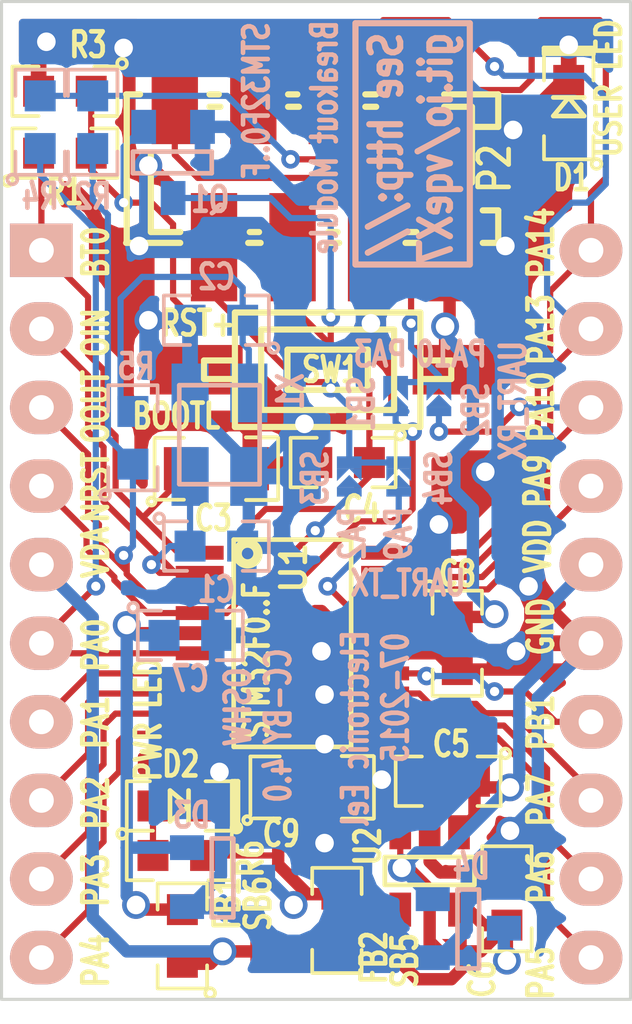
<source format=kicad_pcb>
(kicad_pcb (version 4) (host pcbnew 4.0.6)

  (general
    (links 105)
    (no_connects 18)
    (area 140.899999 96.049999 161.350001 128.400001)
    (thickness 1.6)
    (drawings 48)
    (tracks 549)
    (zones 0)
    (modules 35)
    (nets 30)
  )

  (page A4)
  (title_block
    (title stm32f0..f-breakout)
    (comment 1 "CC-BY 4.0")
    (comment 2 "See http://git.io/vqeX7")
  )

  (layers
    (0 F.Cu signal)
    (31 B.Cu signal hide)
    (32 B.Adhes user)
    (33 F.Adhes user)
    (34 B.Paste user)
    (35 F.Paste user)
    (36 B.SilkS user)
    (37 F.SilkS user)
    (38 B.Mask user)
    (39 F.Mask user)
    (40 Dwgs.User user)
    (41 Cmts.User user)
    (42 Eco1.User user)
    (43 Eco2.User user)
    (44 Edge.Cuts user)
    (45 Margin user)
    (46 B.CrtYd user)
    (47 F.CrtYd user)
    (48 B.Fab user)
    (49 F.Fab user)
  )

  (setup
    (last_trace_width 0.2)
    (user_trace_width 0.2)
    (user_trace_width 0.3)
    (user_trace_width 0.4)
    (trace_clearance 0.19)
    (zone_clearance 0.508)
    (zone_45_only no)
    (trace_min 0.2)
    (segment_width 0.2)
    (edge_width 0.1)
    (via_size 0.6)
    (via_drill 0.3)
    (via_min_size 0.6)
    (via_min_drill 0.3)
    (user_via 0.9 0.6)
    (uvia_size 0.3)
    (uvia_drill 0.1)
    (uvias_allowed no)
    (uvia_min_size 0.2)
    (uvia_min_drill 0.1)
    (pcb_text_width 0.3)
    (pcb_text_size 1.5 1.5)
    (mod_edge_width 0.15)
    (mod_text_size 1 1)
    (mod_text_width 0.15)
    (pad_size 3.49758 1.4986)
    (pad_drill 0)
    (pad_to_mask_clearance 0.15)
    (solder_mask_min_width 0.25)
    (aux_axis_origin 0 0)
    (visible_elements FFFEFB7F)
    (pcbplotparams
      (layerselection 0x000f0_80000001)
      (usegerberextensions false)
      (excludeedgelayer false)
      (linewidth 0.100000)
      (plotframeref false)
      (viasonmask true)
      (mode 1)
      (useauxorigin false)
      (hpglpennumber 1)
      (hpglpenspeed 20)
      (hpglpendiameter 15)
      (hpglpenoverlay 2)
      (psnegative false)
      (psa4output false)
      (plotreference true)
      (plotvalue false)
      (plotinvisibletext false)
      (padsonsilk false)
      (subtractmaskfromsilk true)
      (outputformat 1)
      (mirror false)
      (drillshape 0)
      (scaleselection 1)
      (outputdirectory out/))
  )

  (net 0 "")
  (net 1 GND)
  (net 2 "Net-(C2-Pad1)")
  (net 3 /NRST)
  (net 4 +3.3VADC)
  (net 5 +3V3)
  (net 6 "Net-(D2-Pad1)")
  (net 7 /UART_RX)
  (net 8 /UART_TX)
  (net 9 "Net-(P1-Pad7)")
  (net 10 /SWDIO)
  (net 11 /SWCLK)
  (net 12 "Net-(P3-Pad1)")
  (net 13 "Net-(P3-Pad2)")
  (net 14 "Net-(P3-Pad3)")
  (net 15 "Net-(P3-Pad4)")
  (net 16 /PA2)
  (net 17 /PA3)
  (net 18 "Net-(P1-Pad10)")
  (net 19 /PA9)
  (net 20 /PA10)
  (net 21 /OSC_IN)
  (net 22 /BOOT0)
  (net 23 /VDD_IN)
  (net 24 /VREG_OUT)
  (net 25 /USER_LED)
  (net 26 /VDDA_IN)
  (net 27 /OSC_OUT)
  (net 28 /PA0)
  (net 29 /SWITCHED)

  (net_class Default "This is the default net class."
    (clearance 0.19)
    (trace_width 0.2)
    (via_dia 0.6)
    (via_drill 0.3)
    (uvia_dia 0.3)
    (uvia_drill 0.1)
    (add_net /BOOT0)
    (add_net /NRST)
    (add_net /OSC_IN)
    (add_net /OSC_OUT)
    (add_net /PA0)
    (add_net /PA10)
    (add_net /PA2)
    (add_net /PA3)
    (add_net /PA9)
    (add_net /SWCLK)
    (add_net /SWDIO)
    (add_net /SWITCHED)
    (add_net /UART_RX)
    (add_net /UART_TX)
    (add_net /USER_LED)
    (add_net "Net-(C2-Pad1)")
    (add_net "Net-(D2-Pad1)")
    (add_net "Net-(P1-Pad10)")
    (add_net "Net-(P1-Pad7)")
    (add_net "Net-(P3-Pad1)")
    (add_net "Net-(P3-Pad2)")
    (add_net "Net-(P3-Pad3)")
    (add_net "Net-(P3-Pad4)")
  )

  (net_class PWR ""
    (clearance 0.19)
    (trace_width 0.4)
    (via_dia 0.9)
    (via_drill 0.6)
    (uvia_dia 0.3)
    (uvia_drill 0.1)
    (add_net +3.3VADC)
    (add_net +3V3)
    (add_net /VDDA_IN)
    (add_net /VDD_IN)
    (add_net /VREG_OUT)
    (add_net GND)
  )

  (module modules:SMD0603-wide-C (layer F.Cu) (tedit 55955868) (tstamp 559543B1)
    (at 157.3 125.1 90)
    (path /5591BA5E)
    (attr smd)
    (fp_text reference C6 (at -2.6 -0.8 90) (layer F.SilkS)
      (effects (font (size 0.8 0.6) (thickness 0.15)))
    )
    (fp_text value 1µF (at 0 0 90) (layer F.Fab)
      (effects (font (size 0.7112 0.4572) (thickness 0.1143)))
    )
    (fp_line (start -1.7018 0.8001) (end -0.94996 0.8001) (layer F.SilkS) (width 0.11938))
    (fp_line (start -0.94742 -0.8001) (end -1.69926 -0.8001) (layer F.SilkS) (width 0.11938))
    (fp_line (start -1.69926 -0.7493) (end -1.69926 0.70104) (layer F.SilkS) (width 0.11938))
    (fp_line (start 0.8509 -0.8001) (end 1.651 -0.8001) (layer F.SilkS) (width 0.11938))
    (fp_line (start 1.69926 -0.8001) (end 1.69926 0.8001) (layer F.SilkS) (width 0.11938))
    (fp_line (start 1.651 0.8001) (end 0.8509 0.8001) (layer F.SilkS) (width 0.11938))
    (pad 1 smd rect (at -0.8509 0 90) (size 1.00076 1.00076) (layers F.Cu F.Paste F.Mask)
      (net 24 /VREG_OUT))
    (pad 2 smd rect (at 0.8509 0 90) (size 1.00076 1.00076) (layers F.Cu F.Paste F.Mask)
      (net 1 GND))
    (model Capacitors_SMD.3dshapes/C_0603.wrl
      (at (xyz 0 0 0))
      (scale (xyz 1 1 1))
      (rotate (xyz 0 0 0))
    )
  )

  (module modules:SMD0603-wide (layer F.Cu) (tedit 5595542E) (tstamp 559543E0)
    (at 151.8 125.8 90)
    (path /5591C280)
    (attr smd)
    (fp_text reference FB2 (at -1.2 1.2 270) (layer F.SilkS)
      (effects (font (size 0.8 0.6) (thickness 0.15)))
    )
    (fp_text value MMZ1608B601C (at 0 0 90) (layer F.Fab)
      (effects (font (size 0.7112 0.4572) (thickness 0.1143)))
    )
    (fp_line (start -1.7018 0.8001) (end -0.94996 0.8001) (layer F.SilkS) (width 0.11938))
    (fp_line (start -0.94742 -0.8001) (end -1.69926 -0.8001) (layer F.SilkS) (width 0.11938))
    (fp_line (start -1.69926 -0.7493) (end -1.69926 0.70104) (layer F.SilkS) (width 0.11938))
    (fp_line (start 0.8509 -0.8001) (end 1.651 -0.8001) (layer F.SilkS) (width 0.11938))
    (fp_line (start 1.69926 -0.8001) (end 1.69926 0.8001) (layer F.SilkS) (width 0.11938))
    (fp_line (start 1.651 0.8001) (end 0.8509 0.8001) (layer F.SilkS) (width 0.11938))
    (pad 1 smd rect (at -0.8509 0 90) (size 1.00076 1.00076) (layers F.Cu F.Paste F.Mask)
      (net 24 /VREG_OUT))
    (pad 2 smd rect (at 0.8509 0 90) (size 1.00076 1.00076) (layers F.Cu F.Paste F.Mask)
      (net 5 +3V3))
    (model smd/chip_cms.wrl
      (at (xyz 0 0 0))
      (scale (xyz 0.08 0.08 0.08))
      (rotate (xyz 0 0 0))
    )
  )

  (module Pin_Headers:Pin_Header_Straight_1x10 (layer B.Cu) (tedit 55955305) (tstamp 5592A124)
    (at 160.02 127)
    (descr "Through hole pin header")
    (tags "pin header")
    (path /5591B036)
    (fp_text reference P3 (at 0 5.1) (layer B.SilkS) hide
      (effects (font (size 1 1) (thickness 0.15)) (justify mirror))
    )
    (fp_text value CONN_01X10 (at 0 3.1) (layer B.Fab)
      (effects (font (size 1 1) (thickness 0.15)) (justify mirror))
    )
    (fp_line (start -1.75 1.75) (end -1.75 -24.65) (layer B.CrtYd) (width 0.05))
    (fp_line (start 1.75 1.75) (end 1.75 -24.65) (layer B.CrtYd) (width 0.05))
    (fp_line (start -1.75 1.75) (end 1.75 1.75) (layer B.CrtYd) (width 0.05))
    (fp_line (start -1.75 -24.65) (end 1.75 -24.65) (layer B.CrtYd) (width 0.05))
    (pad 1 thru_hole oval (at 0 0) (size 2.032 1.7272) (drill 0.8) (layers *.Cu *.Mask B.SilkS)
      (net 12 "Net-(P3-Pad1)"))
    (pad 2 thru_hole oval (at 0 -2.54) (size 2.032 1.7272) (drill 0.8) (layers *.Cu *.Mask B.SilkS)
      (net 13 "Net-(P3-Pad2)"))
    (pad 3 thru_hole oval (at 0 -5.08) (size 2.032 1.7272) (drill 0.8) (layers *.Cu *.Mask B.SilkS)
      (net 14 "Net-(P3-Pad3)"))
    (pad 4 thru_hole oval (at 0 -7.62) (size 2.032 1.7272) (drill 0.8) (layers *.Cu *.Mask B.SilkS)
      (net 15 "Net-(P3-Pad4)"))
    (pad 5 thru_hole oval (at 0 -10.16) (size 2.032 1.7272) (drill 0.8) (layers *.Cu *.Mask B.SilkS)
      (net 1 GND))
    (pad 6 thru_hole oval (at 0 -12.7) (size 2.032 1.7272) (drill 0.8) (layers *.Cu *.Mask B.SilkS)
      (net 23 /VDD_IN))
    (pad 7 thru_hole oval (at 0 -15.24) (size 2.032 1.7272) (drill 0.8) (layers *.Cu *.Mask B.SilkS)
      (net 19 /PA9))
    (pad 8 thru_hole oval (at 0 -17.78) (size 2.032 1.7272) (drill 0.8) (layers *.Cu *.Mask B.SilkS)
      (net 20 /PA10))
    (pad 9 thru_hole oval (at 0 -20.32) (size 2.032 1.7272) (drill 0.8) (layers *.Cu *.Mask B.SilkS)
      (net 10 /SWDIO))
    (pad 10 thru_hole oval (at 0 -22.86) (size 2.032 1.7272) (drill 0.8) (layers *.Cu *.Mask B.SilkS)
      (net 11 /SWCLK))
    (model Pin_Headers.3dshapes/Pin_Header_Straight_1x10.wrl
      (at (xyz 0 -0.45 0))
      (scale (xyz 1 1 1))
      (rotate (xyz 0 0 90))
    )
  )

  (module Pin_Headers:Pin_Header_Straight_1x10 (layer B.Cu) (tedit 559552E3) (tstamp 5592A10A)
    (at 142.24 104.14 180)
    (descr "Through hole pin header")
    (tags "pin header")
    (path /5591AEFB)
    (fp_text reference P1 (at 0 5.1 180) (layer B.SilkS) hide
      (effects (font (size 1 1) (thickness 0.15)) (justify mirror))
    )
    (fp_text value CONN_01X10 (at 0 3.1 180) (layer B.Fab)
      (effects (font (size 1 1) (thickness 0.15)) (justify mirror))
    )
    (fp_line (start -1.75 1.75) (end -1.75 -24.65) (layer B.CrtYd) (width 0.05))
    (fp_line (start 1.75 1.75) (end 1.75 -24.65) (layer B.CrtYd) (width 0.05))
    (fp_line (start -1.75 1.75) (end 1.75 1.75) (layer B.CrtYd) (width 0.05))
    (fp_line (start -1.75 -24.65) (end 1.75 -24.65) (layer B.CrtYd) (width 0.05))
    (pad 1 thru_hole rect (at 0 0 180) (size 2.032 1.7272) (drill 0.8) (layers *.Cu *.Mask B.SilkS)
      (net 22 /BOOT0))
    (pad 2 thru_hole oval (at 0 -2.54 180) (size 2.032 1.7272) (drill 0.8) (layers *.Cu *.Mask B.SilkS)
      (net 21 /OSC_IN))
    (pad 3 thru_hole oval (at 0 -5.08 180) (size 2.032 1.7272) (drill 0.8) (layers *.Cu *.Mask B.SilkS)
      (net 27 /OSC_OUT))
    (pad 4 thru_hole oval (at 0 -7.62 180) (size 2.032 1.7272) (drill 0.8) (layers *.Cu *.Mask B.SilkS)
      (net 3 /NRST))
    (pad 5 thru_hole oval (at 0 -10.16 180) (size 2.032 1.7272) (drill 0.8) (layers *.Cu *.Mask B.SilkS)
      (net 26 /VDDA_IN))
    (pad 6 thru_hole oval (at 0 -12.7 180) (size 2.032 1.7272) (drill 0.8) (layers *.Cu *.Mask B.SilkS)
      (net 28 /PA0))
    (pad 7 thru_hole oval (at 0 -15.24 180) (size 2.032 1.7272) (drill 0.8) (layers *.Cu *.Mask B.SilkS)
      (net 9 "Net-(P1-Pad7)"))
    (pad 8 thru_hole oval (at 0 -17.78 180) (size 2.032 1.7272) (drill 0.8) (layers *.Cu *.Mask B.SilkS)
      (net 16 /PA2))
    (pad 9 thru_hole oval (at 0 -20.32 180) (size 2.032 1.7272) (drill 0.8) (layers *.Cu *.Mask B.SilkS)
      (net 17 /PA3))
    (pad 10 thru_hole oval (at 0 -22.86 180) (size 2.032 1.7272) (drill 0.8) (layers *.Cu *.Mask B.SilkS)
      (net 18 "Net-(P1-Pad10)"))
    (model Pin_Headers.3dshapes/Pin_Header_Straight_1x10.wrl
      (at (xyz 0 -0.45 0))
      (scale (xyz 1 1 1))
      (rotate (xyz 0 0 90))
    )
  )

  (module Connectors_Micro-MaTch:Conn-Micromatch-SMD-8 (layer F.Cu) (tedit 56101DEF) (tstamp 559544E4)
    (at 151 101.5)
    (descr "Micro-MaTch 8 SMD, 7-188275-8, MPE 374-1-008")
    (tags "Micro-MaTch 8 SMD, 7-188275-8, MPE 374-1-008")
    (path /559201B5)
    (attr smd)
    (fp_text reference P2 (at 5.9 0 90) (layer F.SilkS)
      (effects (font (size 1 0.8) (thickness 0.15)))
    )
    (fp_text value MicroMatch_8pin (at -1.27 5.5499) (layer F.Fab)
      (effects (font (size 1 0.8) (thickness 0.15)))
    )
    (fp_line (start 0.82042 2.04978) (end 0.5207 2.04978) (layer F.SilkS) (width 0.20066))
    (fp_line (start 0.87122 2.4003) (end 0.4699 2.4003) (layer F.SilkS) (width 0.20066))
    (fp_line (start -0.77978 -2.4003) (end -0.48006 -2.4003) (layer F.SilkS) (width 0.20066))
    (fp_line (start -0.42926 -1.99898) (end -0.77978 -1.99898) (layer F.SilkS) (width 0.20066))
    (fp_line (start -2.96926 -1.99898) (end -3.31978 -1.99898) (layer F.SilkS) (width 0.20066))
    (fp_line (start 2.0701 -1.99898) (end 1.71958 -1.99898) (layer F.SilkS) (width 0.20066))
    (fp_line (start 5.12064 -1.99898) (end 4.26974 -1.99898) (layer F.SilkS) (width 0.20066))
    (fp_line (start 4.26974 -2.4003) (end 6.0198 -2.4003) (layer F.SilkS) (width 0.20066))
    (fp_line (start 1.71958 -2.4003) (end 2.0701 -2.4003) (layer F.SilkS) (width 0.20066))
    (fp_line (start -3.31978 -2.4003) (end -3.02006 -2.4003) (layer F.SilkS) (width 0.20066))
    (fp_line (start -6.0198 -2.4003) (end -5.57022 -2.4003) (layer F.SilkS) (width 0.20066))
    (fp_line (start -5.2197 2.04978) (end -5.2197 -0.44958) (layer F.SilkS) (width 0.20066))
    (fp_line (start 5.1689 -1.99898) (end 5.1689 0.44958) (layer F.SilkS) (width 0.20066))
    (fp_line (start -6.0198 2.4003) (end -4.26974 2.4003) (layer F.SilkS) (width 0.20066))
    (fp_line (start -1.66878 2.4003) (end -2.0701 2.4003) (layer F.SilkS) (width 0.20066))
    (fp_line (start 3.41884 2.4003) (end 3.02006 2.4003) (layer F.SilkS) (width 0.20066))
    (fp_line (start 6.0198 2.4003) (end 5.51942 2.4003) (layer F.SilkS) (width 0.20066))
    (fp_line (start -4.26974 2.04978) (end -5.2197 2.04978) (layer F.SilkS) (width 0.20066))
    (fp_line (start -1.71958 2.04978) (end -2.0193 2.04978) (layer F.SilkS) (width 0.20066))
    (fp_line (start 3.37058 2.04978) (end 3.07086 2.04978) (layer F.SilkS) (width 0.20066))
    (fp_line (start 6.0198 2.4003) (end 6.0198 1.34874) (layer F.SilkS) (width 0.20066))
    (fp_line (start 6.0198 1.34874) (end 5.51942 1.34874) (layer F.SilkS) (width 0.20066))
    (fp_line (start 6.0198 -2.4003) (end 6.0198 -1.34874) (layer F.SilkS) (width 0.20066))
    (fp_line (start 6.0198 -1.34874) (end 5.2197 -1.34874) (layer F.SilkS) (width 0.20066))
    (fp_line (start -5.99948 2.39776) (end -5.99948 -2.39776) (layer F.SilkS) (width 0.2032))
    (pad 5 smd rect (at -0.635 2.54 90) (size 3.49758 1.4986) (layers F.Cu F.Paste F.Mask)
      (net 3 /NRST))
    (pad 4 smd rect (at 0.635 -2.54 90) (size 3.49758 1.4986) (layers F.Cu F.Paste F.Mask)
      (net 10 /SWDIO))
    (pad 1 smd rect (at 4.445 2.54 90) (size 3.49758 1.4986) (layers F.Cu F.Paste F.Mask)
      (net 5 +3V3))
    (pad 2 smd rect (at 3.175 -2.54 90) (size 3.49758 1.4986) (layers F.Cu F.Paste F.Mask)
      (net 11 /SWCLK))
    (pad 3 smd rect (at 1.905 2.54 90) (size 3.49758 1.4986) (layers F.Cu F.Paste F.Mask)
      (net 1 GND))
    (pad 6 smd rect (at -1.905 -2.54 90) (size 3.49758 1.4986) (layers F.Cu F.Paste F.Mask))
    (pad 7 smd rect (at -3.175 2.54 90) (size 3.49758 1.4986) (layers F.Cu F.Paste F.Mask)
      (net 8 /UART_TX))
    (pad 8 smd rect (at -4.445 -2.54 90) (size 3.49758 1.4986) (layers F.Cu F.Paste F.Mask)
      (net 7 /UART_RX))
    (model ${KIPRJMOD}/Connectors_Micro-MaTch.pretty/Conn-Micromatch-SMD-8.wrl
      (at (xyz 0 0 0.2087))
      (scale (xyz 0.3937 0.3937 0.3937))
      (rotate (xyz 0 0 180))
    )
  )

  (module modules:TSSOP-20_4.4x6.5mm_Pitch0.65mm (layer F.Cu) (tedit 55954F58) (tstamp 5595443E)
    (at 150.36 116.84)
    (descr "20-Lead Plastic Thin Shrink Small Outline (ST)-4.4 mm Body [TSSOP] (see Microchip Packaging Specification 00000049BS.pdf)")
    (tags "SSOP 0.65")
    (path /5591AE8C)
    (attr smd)
    (fp_text reference U1 (at 0.04 -2.44 90) (layer F.SilkS)
      (effects (font (size 0.8 0.8) (thickness 0.15)))
    )
    (fp_text value STM32F030F4 (at 0 4.3) (layer F.Fab)
      (effects (font (size 1 1) (thickness 0.15)))
    )
    (fp_circle (center -1.45 -2.9) (end -1.3 -2.6) (layer F.SilkS) (width 0.3))
    (fp_line (start 1.9 3.35) (end -1.9 3.35) (layer F.SilkS) (width 0.15))
    (fp_line (start -1.9 -3.35) (end 1.9 -3.35) (layer F.SilkS) (width 0.15))
    (fp_line (start 1.9 -3.35) (end 1.9 3.35) (layer F.SilkS) (width 0.15))
    (fp_line (start -1.9 -3.35) (end -1.9 3.35) (layer F.SilkS) (width 0.15))
    (fp_line (start -3.95 -3.55) (end -3.95 3.55) (layer F.CrtYd) (width 0.05))
    (fp_line (start 3.95 -3.55) (end 3.95 3.55) (layer F.CrtYd) (width 0.05))
    (fp_line (start -3.95 -3.55) (end 3.95 -3.55) (layer F.CrtYd) (width 0.05))
    (fp_line (start -3.95 3.55) (end 3.95 3.55) (layer F.CrtYd) (width 0.05))
    (pad 1 smd rect (at -3 -2.925) (size 1.55 0.45) (layers F.Cu F.Paste F.Mask)
      (net 22 /BOOT0))
    (pad 2 smd rect (at -3 -2.275) (size 1.55 0.45) (layers F.Cu F.Paste F.Mask)
      (net 21 /OSC_IN))
    (pad 3 smd rect (at -3 -1.625) (size 1.55 0.45) (layers F.Cu F.Paste F.Mask)
      (net 27 /OSC_OUT))
    (pad 4 smd rect (at -3 -0.975) (size 1.55 0.45) (layers F.Cu F.Paste F.Mask)
      (net 3 /NRST))
    (pad 5 smd rect (at -3 -0.325) (size 1.55 0.45) (layers F.Cu F.Paste F.Mask)
      (net 4 +3.3VADC))
    (pad 6 smd rect (at -3 0.325) (size 1.55 0.45) (layers F.Cu F.Paste F.Mask)
      (net 28 /PA0))
    (pad 7 smd rect (at -3 0.975) (size 1.55 0.45) (layers F.Cu F.Paste F.Mask)
      (net 9 "Net-(P1-Pad7)"))
    (pad 8 smd rect (at -3 1.625) (size 1.55 0.45) (layers F.Cu F.Paste F.Mask)
      (net 16 /PA2))
    (pad 9 smd rect (at -3 2.275) (size 1.55 0.45) (layers F.Cu F.Paste F.Mask)
      (net 17 /PA3))
    (pad 10 smd rect (at -3 2.925) (size 1.55 0.45) (layers F.Cu F.Paste F.Mask)
      (net 18 "Net-(P1-Pad10)"))
    (pad 11 smd rect (at 3 2.925) (size 1.55 0.45) (layers F.Cu F.Paste F.Mask)
      (net 12 "Net-(P3-Pad1)"))
    (pad 12 smd rect (at 3 2.275) (size 1.55 0.45) (layers F.Cu F.Paste F.Mask)
      (net 13 "Net-(P3-Pad2)"))
    (pad 13 smd rect (at 3 1.625) (size 1.55 0.45) (layers F.Cu F.Paste F.Mask)
      (net 14 "Net-(P3-Pad3)"))
    (pad 14 smd rect (at 3 0.975) (size 1.55 0.45) (layers F.Cu F.Paste F.Mask)
      (net 15 "Net-(P3-Pad4)"))
    (pad 15 smd rect (at 3 0.325) (size 1.55 0.45) (layers F.Cu F.Paste F.Mask)
      (net 1 GND))
    (pad 16 smd rect (at 3 -0.325) (size 1.55 0.45) (layers F.Cu F.Paste F.Mask)
      (net 5 +3V3))
    (pad 17 smd rect (at 3 -0.975) (size 1.55 0.45) (layers F.Cu F.Paste F.Mask)
      (net 19 /PA9))
    (pad 18 smd rect (at 3 -1.625) (size 1.55 0.45) (layers F.Cu F.Paste F.Mask)
      (net 20 /PA10))
    (pad 19 smd rect (at 3 -2.275) (size 1.55 0.45) (layers F.Cu F.Paste F.Mask)
      (net 10 /SWDIO))
    (pad 20 smd rect (at 3 -2.925) (size 1.55 0.45) (layers F.Cu F.Paste F.Mask)
      (net 11 /SWCLK))
    (model Housings_SSOP.3dshapes/TSSOP-20_4.4x6.5mm_Pitch0.65mm.wrl
      (at (xyz 0 0 0))
      (scale (xyz 1 1 1))
      (rotate (xyz 0 0 0))
    )
  )

  (module modules:SMD0603-wide-R (layer F.Cu) (tedit 55955076) (tstamp 55954404)
    (at 146.7 123.7 180)
    (path /5591D739)
    (attr smd)
    (fp_text reference R6 (at -2.3 -0.1 270) (layer F.SilkS)
      (effects (font (size 0.8 0.6) (thickness 0.15)))
    )
    (fp_text value 1K (at 0 0 180) (layer F.Fab)
      (effects (font (size 0.7112 0.4572) (thickness 0.1143)))
    )
    (fp_line (start -1.7018 0.8001) (end -0.94996 0.8001) (layer F.SilkS) (width 0.11938))
    (fp_circle (center -1.84912 0.89916) (end -1.69926 0.8509) (layer F.SilkS) (width 0.11938))
    (fp_line (start -0.94742 -0.8001) (end -1.69926 -0.8001) (layer F.SilkS) (width 0.11938))
    (fp_line (start -1.69926 -0.7493) (end -1.69926 0.70104) (layer F.SilkS) (width 0.11938))
    (fp_line (start 0.8509 -0.8001) (end 1.651 -0.8001) (layer F.SilkS) (width 0.11938))
    (fp_line (start 1.69926 -0.8001) (end 1.69926 0.8001) (layer F.SilkS) (width 0.11938))
    (fp_line (start 1.651 0.8001) (end 0.8509 0.8001) (layer F.SilkS) (width 0.11938))
    (pad 1 smd rect (at -0.8509 0 180) (size 1.00076 1.00076) (layers F.Cu F.Paste F.Mask)
      (net 5 +3V3))
    (pad 2 smd rect (at 0.8509 0 180) (size 1.00076 1.00076) (layers F.Cu F.Paste F.Mask)
      (net 6 "Net-(D2-Pad1)"))
    (model Resistors_SMD.3dshapes/R_0603.wrl
      (at (xyz 0 0 0))
      (scale (xyz 1 1 1))
      (rotate (xyz 0 0 0))
    )
  )

  (module modules:SMD0603-wide-R (layer B.Cu) (tedit 5595527B) (tstamp 559543FF)
    (at 145.2 110.2 90)
    (path /559281DA)
    (attr smd)
    (fp_text reference R5 (at 2.3 0.1 180) (layer B.SilkS)
      (effects (font (size 0.8 0.6) (thickness 0.15)) (justify mirror))
    )
    (fp_text value 0R (at 0 0 90) (layer B.Fab)
      (effects (font (size 0.7112 0.4572) (thickness 0.1143)) (justify mirror))
    )
    (fp_line (start -1.7018 -0.8001) (end -0.94996 -0.8001) (layer B.SilkS) (width 0.11938))
    (fp_circle (center -1.84912 -0.89916) (end -1.69926 -0.8509) (layer B.SilkS) (width 0.11938))
    (fp_line (start -0.94742 0.8001) (end -1.69926 0.8001) (layer B.SilkS) (width 0.11938))
    (fp_line (start -1.69926 0.7493) (end -1.69926 -0.70104) (layer B.SilkS) (width 0.11938))
    (fp_line (start 0.8509 0.8001) (end 1.651 0.8001) (layer B.SilkS) (width 0.11938))
    (fp_line (start 1.69926 0.8001) (end 1.69926 -0.8001) (layer B.SilkS) (width 0.11938))
    (fp_line (start 1.651 -0.8001) (end 0.8509 -0.8001) (layer B.SilkS) (width 0.11938))
    (pad 1 smd rect (at -0.8509 0 90) (size 1.00076 1.00076) (layers B.Cu B.Paste B.Mask)
      (net 27 /OSC_OUT))
    (pad 2 smd rect (at 0.8509 0 90) (size 1.00076 1.00076) (layers B.Cu B.Paste B.Mask)
      (net 2 "Net-(C2-Pad1)"))
    (model Resistors_SMD.3dshapes/R_0603.wrl
      (at (xyz 0 0 0))
      (scale (xyz 1 1 1))
      (rotate (xyz 0 0 0))
    )
  )

  (module modules:SMD0603-wide-R (layer B.Cu) (tedit 55955295) (tstamp 559543FA)
    (at 142.2 100 90)
    (path /55924A49)
    (attr smd)
    (fp_text reference R4 (at -2.4 0 180) (layer B.SilkS)
      (effects (font (size 0.8 0.6) (thickness 0.15)) (justify mirror))
    )
    (fp_text value 330R (at 0 0 90) (layer B.Fab)
      (effects (font (size 0.7112 0.4572) (thickness 0.1143)) (justify mirror))
    )
    (fp_line (start -1.7018 -0.8001) (end -0.94996 -0.8001) (layer B.SilkS) (width 0.11938))
    (fp_circle (center -1.84912 -0.89916) (end -1.69926 -0.8509) (layer B.SilkS) (width 0.11938))
    (fp_line (start -0.94742 0.8001) (end -1.69926 0.8001) (layer B.SilkS) (width 0.11938))
    (fp_line (start -1.69926 0.7493) (end -1.69926 -0.70104) (layer B.SilkS) (width 0.11938))
    (fp_line (start 0.8509 0.8001) (end 1.651 0.8001) (layer B.SilkS) (width 0.11938))
    (fp_line (start 1.69926 0.8001) (end 1.69926 -0.8001) (layer B.SilkS) (width 0.11938))
    (fp_line (start 1.651 -0.8001) (end 0.8509 -0.8001) (layer B.SilkS) (width 0.11938))
    (pad 1 smd rect (at -0.8509 0 90) (size 1.00076 1.00076) (layers B.Cu B.Paste B.Mask)
      (net 28 /PA0))
    (pad 2 smd rect (at 0.8509 0 90) (size 1.00076 1.00076) (layers B.Cu B.Paste B.Mask)
      (net 25 /USER_LED))
    (model Resistors_SMD.3dshapes/R_0603.wrl
      (at (xyz 0 0 0))
      (scale (xyz 1 1 1))
      (rotate (xyz 0 0 0))
    )
  )

  (module modules:SMD0603-wide-R (layer F.Cu) (tedit 56101EA8) (tstamp 559543F5)
    (at 143 99 180)
    (path /5591EADE)
    (attr smd)
    (fp_text reference R3 (at -0.75 1.5 360) (layer F.SilkS)
      (effects (font (size 0.8 0.6) (thickness 0.15)))
    )
    (fp_text value 10K (at 0 0 180) (layer F.Fab)
      (effects (font (size 0.7112 0.4572) (thickness 0.1143)))
    )
    (fp_line (start -1.7018 0.8001) (end -0.94996 0.8001) (layer F.SilkS) (width 0.11938))
    (fp_circle (center -1.84912 0.89916) (end -1.69926 0.8509) (layer F.SilkS) (width 0.11938))
    (fp_line (start -0.94742 -0.8001) (end -1.69926 -0.8001) (layer F.SilkS) (width 0.11938))
    (fp_line (start -1.69926 -0.7493) (end -1.69926 0.70104) (layer F.SilkS) (width 0.11938))
    (fp_line (start 0.8509 -0.8001) (end 1.651 -0.8001) (layer F.SilkS) (width 0.11938))
    (fp_line (start 1.69926 -0.8001) (end 1.69926 0.8001) (layer F.SilkS) (width 0.11938))
    (fp_line (start 1.651 0.8001) (end 0.8509 0.8001) (layer F.SilkS) (width 0.11938))
    (pad 1 smd rect (at -0.8509 0 180) (size 1.00076 1.00076) (layers F.Cu F.Paste F.Mask)
      (net 29 /SWITCHED))
    (pad 2 smd rect (at 0.8509 0 180) (size 1.00076 1.00076) (layers F.Cu F.Paste F.Mask)
      (net 1 GND))
    (model Resistors_SMD.3dshapes/R_0603.wrl
      (at (xyz 0 0 0))
      (scale (xyz 1 1 1))
      (rotate (xyz 0 0 0))
    )
  )

  (module modules:SMD0603-wide-R (layer B.Cu) (tedit 55955299) (tstamp 559543F0)
    (at 143.9 100 90)
    (path /559249BE)
    (attr smd)
    (fp_text reference R2 (at -2.4 0 180) (layer B.SilkS)
      (effects (font (size 0.8 0.6) (thickness 0.15)) (justify mirror))
    )
    (fp_text value 330R (at 0 0 90) (layer B.Fab)
      (effects (font (size 0.7112 0.4572) (thickness 0.1143)) (justify mirror))
    )
    (fp_line (start -1.7018 -0.8001) (end -0.94996 -0.8001) (layer B.SilkS) (width 0.11938))
    (fp_circle (center -1.84912 -0.89916) (end -1.69926 -0.8509) (layer B.SilkS) (width 0.11938))
    (fp_line (start -0.94742 0.8001) (end -1.69926 0.8001) (layer B.SilkS) (width 0.11938))
    (fp_line (start -1.69926 0.7493) (end -1.69926 -0.70104) (layer B.SilkS) (width 0.11938))
    (fp_line (start 0.8509 0.8001) (end 1.651 0.8001) (layer B.SilkS) (width 0.11938))
    (fp_line (start 1.69926 0.8001) (end 1.69926 -0.8001) (layer B.SilkS) (width 0.11938))
    (fp_line (start 1.651 -0.8001) (end 0.8509 -0.8001) (layer B.SilkS) (width 0.11938))
    (pad 1 smd rect (at -0.8509 0 90) (size 1.00076 1.00076) (layers B.Cu B.Paste B.Mask)
      (net 27 /OSC_OUT))
    (pad 2 smd rect (at 0.8509 0 90) (size 1.00076 1.00076) (layers B.Cu B.Paste B.Mask)
      (net 25 /USER_LED))
    (model Resistors_SMD.3dshapes/R_0603.wrl
      (at (xyz 0 0 0))
      (scale (xyz 1 1 1))
      (rotate (xyz 0 0 0))
    )
  )

  (module modules:SMD0603-wide-R (layer F.Cu) (tedit 56101EBB) (tstamp 559543EB)
    (at 143 101)
    (path /5591EA0A)
    (attr smd)
    (fp_text reference R1 (at 0 1.25) (layer F.SilkS)
      (effects (font (size 0.8 0.6) (thickness 0.15)))
    )
    (fp_text value 820K (at 0 0) (layer F.Fab)
      (effects (font (size 0.7112 0.4572) (thickness 0.1143)))
    )
    (fp_line (start -1.7018 0.8001) (end -0.94996 0.8001) (layer F.SilkS) (width 0.11938))
    (fp_circle (center -1.84912 0.89916) (end -1.69926 0.8509) (layer F.SilkS) (width 0.11938))
    (fp_line (start -0.94742 -0.8001) (end -1.69926 -0.8001) (layer F.SilkS) (width 0.11938))
    (fp_line (start -1.69926 -0.7493) (end -1.69926 0.70104) (layer F.SilkS) (width 0.11938))
    (fp_line (start 0.8509 -0.8001) (end 1.651 -0.8001) (layer F.SilkS) (width 0.11938))
    (fp_line (start 1.69926 -0.8001) (end 1.69926 0.8001) (layer F.SilkS) (width 0.11938))
    (fp_line (start 1.651 0.8001) (end 0.8509 0.8001) (layer F.SilkS) (width 0.11938))
    (pad 1 smd rect (at -0.8509 0) (size 1.00076 1.00076) (layers F.Cu F.Paste F.Mask)
      (net 22 /BOOT0))
    (pad 2 smd rect (at 0.8509 0) (size 1.00076 1.00076) (layers F.Cu F.Paste F.Mask)
      (net 29 /SWITCHED))
    (model Resistors_SMD.3dshapes/R_0603.wrl
      (at (xyz 0 0 0))
      (scale (xyz 1 1 1))
      (rotate (xyz 0 0 0))
    )
  )

  (module modules:SMD0603-wide-diode (layer F.Cu) (tedit 56101EEF) (tstamp 559543CA)
    (at 146.7 122.1)
    (path /5591D686)
    (attr smd)
    (fp_text reference D2 (at 0.05 -1.35) (layer F.SilkS)
      (effects (font (size 0.8 0.6) (thickness 0.15)))
    )
    (fp_text value "LED green" (at 0 0) (layer F.Fab)
      (effects (font (size 0.7112 0.4572) (thickness 0.1143)))
    )
    (fp_line (start 1.8 -0.8) (end 1.9 -0.8) (layer F.SilkS) (width 0.15))
    (fp_line (start 1.9 -0.8) (end 1.9 0.8) (layer F.SilkS) (width 0.15))
    (fp_line (start 1.7 -0.8) (end 1.8 -0.8) (layer F.SilkS) (width 0.15))
    (fp_line (start 1.8 -0.8) (end 1.8 0.8) (layer F.SilkS) (width 0.15))
    (fp_line (start 1.8 0.8) (end 1.7 0.8) (layer F.SilkS) (width 0.15))
    (fp_line (start 0.3 -0.5) (end 0.3 0.5) (layer F.SilkS) (width 0.15))
    (fp_line (start -0.3 -0.5) (end -0.3 0.5) (layer F.SilkS) (width 0.15))
    (fp_line (start -0.3 0.5) (end 0.3 0) (layer F.SilkS) (width 0.15))
    (fp_line (start 0.3 0) (end -0.3 -0.5) (layer F.SilkS) (width 0.15))
    (fp_line (start -1.7018 0.8001) (end -0.94996 0.8001) (layer F.SilkS) (width 0.11938))
    (fp_circle (center -1.84912 0.89916) (end -1.69926 0.8509) (layer F.SilkS) (width 0.11938))
    (fp_line (start -0.94742 -0.8001) (end -1.69926 -0.8001) (layer F.SilkS) (width 0.11938))
    (fp_line (start -1.69926 -0.7493) (end -1.69926 0.70104) (layer F.SilkS) (width 0.11938))
    (fp_line (start 0.8509 -0.8001) (end 1.651 -0.8001) (layer F.SilkS) (width 0.11938))
    (fp_line (start 1.69926 -0.8001) (end 1.69926 0.8001) (layer F.SilkS) (width 0.11938))
    (fp_line (start 1.651 0.8001) (end 0.8509 0.8001) (layer F.SilkS) (width 0.11938))
    (pad 1 smd rect (at -0.8509 0) (size 1.00076 1.00076) (layers F.Cu F.Paste F.Mask)
      (net 6 "Net-(D2-Pad1)"))
    (pad 2 smd rect (at 0.8509 0) (size 1.00076 1.00076) (layers F.Cu F.Paste F.Mask)
      (net 1 GND))
    (model unused_3d.3dshapes/smd.led_0805.wrl
      (at (xyz 0 0 0))
      (scale (xyz 0.3 0.3 0.3))
      (rotate (xyz 0 0 0))
    )
  )

  (module modules:SMD0603-wide-diode (layer F.Cu) (tedit 5595A5A0) (tstamp 559543C5)
    (at 159.3 99.5 90)
    (path /55924724)
    (attr smd)
    (fp_text reference D1 (at -2.3 0.1 180) (layer F.SilkS)
      (effects (font (size 0.8 0.6) (thickness 0.15)))
    )
    (fp_text value LED (at 0 0 90) (layer F.Fab)
      (effects (font (size 0.7112 0.4572) (thickness 0.1143)))
    )
    (fp_line (start 1.8 -0.8) (end 1.9 -0.8) (layer F.SilkS) (width 0.15))
    (fp_line (start 1.9 -0.8) (end 1.9 0.8) (layer F.SilkS) (width 0.15))
    (fp_line (start 1.7 -0.8) (end 1.8 -0.8) (layer F.SilkS) (width 0.15))
    (fp_line (start 1.8 -0.8) (end 1.8 0.8) (layer F.SilkS) (width 0.15))
    (fp_line (start 1.8 0.8) (end 1.7 0.8) (layer F.SilkS) (width 0.15))
    (fp_line (start 0.3 -0.5) (end 0.3 0.5) (layer F.SilkS) (width 0.15))
    (fp_line (start -0.3 -0.5) (end -0.3 0.5) (layer F.SilkS) (width 0.15))
    (fp_line (start -0.3 0.5) (end 0.3 0) (layer F.SilkS) (width 0.15))
    (fp_line (start 0.3 0) (end -0.3 -0.5) (layer F.SilkS) (width 0.15))
    (fp_line (start -1.7018 0.8001) (end -0.94996 0.8001) (layer F.SilkS) (width 0.11938))
    (fp_circle (center -1.84912 0.89916) (end -1.69926 0.8509) (layer F.SilkS) (width 0.11938))
    (fp_line (start -0.94742 -0.8001) (end -1.69926 -0.8001) (layer F.SilkS) (width 0.11938))
    (fp_line (start -1.69926 -0.7493) (end -1.69926 0.70104) (layer F.SilkS) (width 0.11938))
    (fp_line (start 0.8509 -0.8001) (end 1.651 -0.8001) (layer F.SilkS) (width 0.11938))
    (fp_line (start 1.69926 -0.8001) (end 1.69926 0.8001) (layer F.SilkS) (width 0.11938))
    (fp_line (start 1.651 0.8001) (end 0.8509 0.8001) (layer F.SilkS) (width 0.11938))
    (pad 1 smd rect (at -0.8509 0 90) (size 1.00076 1.00076) (layers F.Cu F.Paste F.Mask)
      (net 25 /USER_LED))
    (pad 2 smd rect (at 0.8509 0 90) (size 1.00076 1.00076) (layers F.Cu F.Paste F.Mask)
      (net 1 GND))
    (model unused_3d.3dshapes/smd.led_0805.wrl
      (at (xyz 0 0 0))
      (scale (xyz 0.3 0.3 0.3))
      (rotate (xyz 0 0 0))
    )
  )

  (module modules:SMD0603-wide-C (layer F.Cu) (tedit 55954FFC) (tstamp 559543BB)
    (at 155.694 116.84 270)
    (path /5591C34E)
    (attr smd)
    (fp_text reference C8 (at -2.24 -0.006 360) (layer F.SilkS)
      (effects (font (size 0.8 0.6) (thickness 0.15)))
    )
    (fp_text value 100nF (at 0 0 270) (layer F.Fab)
      (effects (font (size 0.7112 0.4572) (thickness 0.1143)))
    )
    (fp_line (start -1.7018 0.8001) (end -0.94996 0.8001) (layer F.SilkS) (width 0.11938))
    (fp_circle (center -1.84912 0.89916) (end -1.69926 0.8509) (layer F.SilkS) (width 0.11938))
    (fp_line (start -0.94742 -0.8001) (end -1.69926 -0.8001) (layer F.SilkS) (width 0.11938))
    (fp_line (start -1.69926 -0.7493) (end -1.69926 0.70104) (layer F.SilkS) (width 0.11938))
    (fp_line (start 0.8509 -0.8001) (end 1.651 -0.8001) (layer F.SilkS) (width 0.11938))
    (fp_line (start 1.69926 -0.8001) (end 1.69926 0.8001) (layer F.SilkS) (width 0.11938))
    (fp_line (start 1.651 0.8001) (end 0.8509 0.8001) (layer F.SilkS) (width 0.11938))
    (pad 1 smd rect (at -0.8509 0 270) (size 1.00076 1.00076) (layers F.Cu F.Paste F.Mask)
      (net 5 +3V3))
    (pad 2 smd rect (at 0.8509 0 270) (size 1.00076 1.00076) (layers F.Cu F.Paste F.Mask)
      (net 1 GND))
    (model Capacitors_SMD.3dshapes/C_0603.wrl
      (at (xyz 0 0 0))
      (scale (xyz 1 1 1))
      (rotate (xyz 0 0 0))
    )
  )

  (module modules:SMD0603-wide-C (layer B.Cu) (tedit 5593D48E) (tstamp 559543B6)
    (at 147.058 116.586)
    (path /5591C8D4)
    (attr smd)
    (fp_text reference C7 (at 0 1.39954) (layer B.SilkS)
      (effects (font (size 0.8 0.6) (thickness 0.15)) (justify mirror))
    )
    (fp_text value 1µF (at 0 0) (layer B.Fab)
      (effects (font (size 0.7112 0.4572) (thickness 0.1143)) (justify mirror))
    )
    (fp_line (start -1.7018 -0.8001) (end -0.94996 -0.8001) (layer B.SilkS) (width 0.11938))
    (fp_circle (center -1.84912 -0.89916) (end -1.69926 -0.8509) (layer B.SilkS) (width 0.11938))
    (fp_line (start -0.94742 0.8001) (end -1.69926 0.8001) (layer B.SilkS) (width 0.11938))
    (fp_line (start -1.69926 0.7493) (end -1.69926 -0.70104) (layer B.SilkS) (width 0.11938))
    (fp_line (start 0.8509 0.8001) (end 1.651 0.8001) (layer B.SilkS) (width 0.11938))
    (fp_line (start 1.69926 0.8001) (end 1.69926 -0.8001) (layer B.SilkS) (width 0.11938))
    (fp_line (start 1.651 -0.8001) (end 0.8509 -0.8001) (layer B.SilkS) (width 0.11938))
    (pad 1 smd rect (at -0.8509 0) (size 1.00076 1.00076) (layers B.Cu B.Paste B.Mask)
      (net 4 +3.3VADC))
    (pad 2 smd rect (at 0.8509 0) (size 1.00076 1.00076) (layers B.Cu B.Paste B.Mask)
      (net 1 GND))
    (model Capacitors_SMD.3dshapes/C_0603.wrl
      (at (xyz 0 0 0))
      (scale (xyz 1 1 1))
      (rotate (xyz 0 0 0))
    )
  )

  (module modules:SMD0603-wide-C (layer F.Cu) (tedit 5595500D) (tstamp 559543AC)
    (at 155.4 121.3 180)
    (path /5591B914)
    (attr smd)
    (fp_text reference C5 (at -0.1 1.2 180) (layer F.SilkS)
      (effects (font (size 0.8 0.6) (thickness 0.15)))
    )
    (fp_text value 1µF (at 0 0 180) (layer F.Fab)
      (effects (font (size 0.7112 0.4572) (thickness 0.1143)))
    )
    (fp_line (start -1.7018 0.8001) (end -0.94996 0.8001) (layer F.SilkS) (width 0.11938))
    (fp_circle (center -1.84912 0.89916) (end -1.69926 0.8509) (layer F.SilkS) (width 0.11938))
    (fp_line (start -0.94742 -0.8001) (end -1.69926 -0.8001) (layer F.SilkS) (width 0.11938))
    (fp_line (start -1.69926 -0.7493) (end -1.69926 0.70104) (layer F.SilkS) (width 0.11938))
    (fp_line (start 0.8509 -0.8001) (end 1.651 -0.8001) (layer F.SilkS) (width 0.11938))
    (fp_line (start 1.69926 -0.8001) (end 1.69926 0.8001) (layer F.SilkS) (width 0.11938))
    (fp_line (start 1.651 0.8001) (end 0.8509 0.8001) (layer F.SilkS) (width 0.11938))
    (pad 1 smd rect (at -0.8509 0 180) (size 1.00076 1.00076) (layers F.Cu F.Paste F.Mask)
      (net 23 /VDD_IN))
    (pad 2 smd rect (at 0.8509 0 180) (size 1.00076 1.00076) (layers F.Cu F.Paste F.Mask)
      (net 1 GND))
    (model Capacitors_SMD.3dshapes/C_0603.wrl
      (at (xyz 0 0 0))
      (scale (xyz 1 1 1))
      (rotate (xyz 0 0 0))
    )
  )

  (module modules:SMD0603-wide-C (layer F.Cu) (tedit 55955A20) (tstamp 559543A7)
    (at 152 111 180)
    (path /5591E7BF)
    (attr smd)
    (fp_text reference C4 (at -0.6 -1.5 180) (layer F.SilkS)
      (effects (font (size 0.8 0.6) (thickness 0.15)))
    )
    (fp_text value 100nF (at 0 0 180) (layer F.Fab)
      (effects (font (size 0.7112 0.4572) (thickness 0.1143)))
    )
    (fp_line (start -1.7018 0.8001) (end -0.94996 0.8001) (layer F.SilkS) (width 0.11938))
    (fp_circle (center -1.84912 0.89916) (end -1.69926 0.8509) (layer F.SilkS) (width 0.11938))
    (fp_line (start -0.94742 -0.8001) (end -1.69926 -0.8001) (layer F.SilkS) (width 0.11938))
    (fp_line (start -1.69926 -0.7493) (end -1.69926 0.70104) (layer F.SilkS) (width 0.11938))
    (fp_line (start 0.8509 -0.8001) (end 1.651 -0.8001) (layer F.SilkS) (width 0.11938))
    (fp_line (start 1.69926 -0.8001) (end 1.69926 0.8001) (layer F.SilkS) (width 0.11938))
    (fp_line (start 1.651 0.8001) (end 0.8509 0.8001) (layer F.SilkS) (width 0.11938))
    (pad 1 smd rect (at -0.8509 0 180) (size 1.00076 1.00076) (layers F.Cu F.Paste F.Mask)
      (net 3 /NRST))
    (pad 2 smd rect (at 0.8509 0 180) (size 1.00076 1.00076) (layers F.Cu F.Paste F.Mask)
      (net 1 GND))
    (model Capacitors_SMD.3dshapes/C_0603.wrl
      (at (xyz 0 0 0))
      (scale (xyz 1 1 1))
      (rotate (xyz 0 0 0))
    )
  )

  (module modules:SMD0603-wide-C (layer B.Cu) (tedit 5593D48E) (tstamp 5595439D)
    (at 147.9 106.4 180)
    (path /55923410)
    (attr smd)
    (fp_text reference C2 (at 0 1.39954 180) (layer B.SilkS)
      (effects (font (size 0.8 0.6) (thickness 0.15)) (justify mirror))
    )
    (fp_text value 20pF (at 0 0 180) (layer B.Fab)
      (effects (font (size 0.7112 0.4572) (thickness 0.1143)) (justify mirror))
    )
    (fp_line (start -1.7018 -0.8001) (end -0.94996 -0.8001) (layer B.SilkS) (width 0.11938))
    (fp_circle (center -1.84912 -0.89916) (end -1.69926 -0.8509) (layer B.SilkS) (width 0.11938))
    (fp_line (start -0.94742 0.8001) (end -1.69926 0.8001) (layer B.SilkS) (width 0.11938))
    (fp_line (start -1.69926 0.7493) (end -1.69926 -0.70104) (layer B.SilkS) (width 0.11938))
    (fp_line (start 0.8509 0.8001) (end 1.651 0.8001) (layer B.SilkS) (width 0.11938))
    (fp_line (start 1.69926 0.8001) (end 1.69926 -0.8001) (layer B.SilkS) (width 0.11938))
    (fp_line (start 1.651 -0.8001) (end 0.8509 -0.8001) (layer B.SilkS) (width 0.11938))
    (pad 1 smd rect (at -0.8509 0 180) (size 1.00076 1.00076) (layers B.Cu B.Paste B.Mask)
      (net 2 "Net-(C2-Pad1)"))
    (pad 2 smd rect (at 0.8509 0 180) (size 1.00076 1.00076) (layers B.Cu B.Paste B.Mask)
      (net 1 GND))
    (model Capacitors_SMD.3dshapes/C_0603.wrl
      (at (xyz 0 0 0))
      (scale (xyz 1 1 1))
      (rotate (xyz 0 0 0))
    )
  )

  (module modules:SMD0603-wide-C (layer B.Cu) (tedit 5593D48E) (tstamp 55954398)
    (at 147.9 113.7)
    (path /559233B1)
    (attr smd)
    (fp_text reference C1 (at 0 1.39954) (layer B.SilkS)
      (effects (font (size 0.8 0.6) (thickness 0.15)) (justify mirror))
    )
    (fp_text value 20pF (at 0 0) (layer B.Fab)
      (effects (font (size 0.7112 0.4572) (thickness 0.1143)) (justify mirror))
    )
    (fp_line (start -1.7018 -0.8001) (end -0.94996 -0.8001) (layer B.SilkS) (width 0.11938))
    (fp_circle (center -1.84912 -0.89916) (end -1.69926 -0.8509) (layer B.SilkS) (width 0.11938))
    (fp_line (start -0.94742 0.8001) (end -1.69926 0.8001) (layer B.SilkS) (width 0.11938))
    (fp_line (start -1.69926 0.7493) (end -1.69926 -0.70104) (layer B.SilkS) (width 0.11938))
    (fp_line (start 0.8509 0.8001) (end 1.651 0.8001) (layer B.SilkS) (width 0.11938))
    (fp_line (start 1.69926 0.8001) (end 1.69926 -0.8001) (layer B.SilkS) (width 0.11938))
    (fp_line (start 1.651 -0.8001) (end 0.8509 -0.8001) (layer B.SilkS) (width 0.11938))
    (pad 1 smd rect (at -0.8509 0) (size 1.00076 1.00076) (layers B.Cu B.Paste B.Mask)
      (net 21 /OSC_IN))
    (pad 2 smd rect (at 0.8509 0) (size 1.00076 1.00076) (layers B.Cu B.Paste B.Mask)
      (net 1 GND))
    (model Capacitors_SMD.3dshapes/C_0603.wrl
      (at (xyz 0 0 0))
      (scale (xyz 1 1 1))
      (rotate (xyz 0 0 0))
    )
  )

  (module modules:SOT-23-5 (layer F.Cu) (tedit 559550CF) (tstamp 55954455)
    (at 154.8 124.2 270)
    (descr "5-pin SOT23 package")
    (tags SOT-23-5)
    (path /5591B796)
    (attr smd)
    (fp_text reference U2 (at -0.8 2 270) (layer F.SilkS)
      (effects (font (size 0.8 0.6) (thickness 0.15)))
    )
    (fp_text value XC6204B332MR (at 0 0 270) (layer F.Fab)
      (effects (font (size 0.7112 0.4572) (thickness 0.1143)))
    )
    (fp_line (start -0.45 1.45) (end 0.45 1.45) (layer F.SilkS) (width 0.15))
    (fp_line (start -0.45 -1.45) (end 0.45 -1.45) (layer F.SilkS) (width 0.15))
    (fp_line (start 0.45 1.45) (end 0.45 -1.45) (layer F.SilkS) (width 0.15))
    (fp_line (start -0.45 -1.45) (end -0.45 1.45) (layer F.SilkS) (width 0.15))
    (pad 1 smd rect (at -1.25 -0.95 270) (size 1.1 0.7) (layers F.Cu F.Paste F.Mask)
      (net 23 /VDD_IN))
    (pad 2 smd rect (at -1.25 0 270) (size 1.1 0.7) (layers F.Cu F.Paste F.Mask)
      (net 1 GND))
    (pad 3 smd rect (at -1.25 0.95 270) (size 1.1 0.7) (layers F.Cu F.Paste F.Mask)
      (net 23 /VDD_IN))
    (pad 4 smd rect (at 1.25 0.95 270) (size 1.1 0.7) (layers F.Cu F.Paste F.Mask))
    (pad 5 smd rect (at 1.25 -0.95 270) (size 1.1 0.7) (layers F.Cu F.Paste F.Mask)
      (net 24 /VREG_OUT))
    (model Housings_SOT-23_SOT-143_TSOT-6.3dshapes/SOT-23-5.wrl
      (at (xyz 0 0 0))
      (scale (xyz 1 1 1))
      (rotate (xyz 0 0 0))
    )
  )

  (module modules:SOT-23 placed (layer B.Cu) (tedit 55957467) (tstamp 559543E5)
    (at 146.5 101.3)
    (tags SOT-23)
    (path /5591E291)
    (fp_text reference Q1 (at 1.2 1.2) (layer B.SilkS)
      (effects (font (size 0.8 0.6) (thickness 0.15)) (justify mirror))
    )
    (fp_text value BSS138 (at 0 0) (layer B.Fab)
      (effects (font (size 0.7112 0.4572) (thickness 0.1143)) (justify mirror))
    )
    (fp_line (start -1.3 -0.35) (end 1.25 -0.35) (layer B.SilkS) (width 0.15))
    (fp_line (start -1.3 0.35) (end 1.25 0.35) (layer B.SilkS) (width 0.15))
    (fp_line (start -1.3 0.35) (end -1.3 -0.35) (layer B.SilkS) (width 0.15))
    (fp_line (start 1.25 0.35) (end 1.25 -0.35) (layer B.SilkS) (width 0.15))
    (pad 3 smd rect (at 0 1.15) (size 0.8001 1.1) (layers B.Cu B.Paste B.Mask)
      (net 3 /NRST))
    (pad 2 smd rect (at 0.9525 -1.15) (size 0.8001 1.1) (layers B.Cu B.Paste B.Mask)
      (net 1 GND))
    (pad 1 smd rect (at -0.9525 -1.15) (size 0.8001 1.1) (layers B.Cu B.Paste B.Mask)
      (net 29 /SWITCHED))
    (model Housings_SOT-23_SOT-143_TSOT-6.3dshapes/SOT-23.wrl
      (at (xyz 0 0 0))
      (scale (xyz 1 1 1))
      (rotate (xyz 0 0 0))
    )
  )

  (module modules:SOT-23 placed (layer B.Cu) (tedit 559467A3) (tstamp 559543D5)
    (at 156.05 126.05 90)
    (tags SOT-23)
    (path /55946B9B)
    (fp_text reference D4 (at 1.99898 0.09906 360) (layer B.SilkS)
      (effects (font (size 0.8 0.6) (thickness 0.15)) (justify mirror))
    )
    (fp_text value BAT54S (at 0 0 90) (layer B.Fab)
      (effects (font (size 0.7112 0.4572) (thickness 0.1143)) (justify mirror))
    )
    (fp_line (start -1.3 -0.35) (end 1.25 -0.35) (layer B.SilkS) (width 0.15))
    (fp_line (start -1.3 0.35) (end 1.25 0.35) (layer B.SilkS) (width 0.15))
    (fp_line (start -1.3 0.35) (end -1.3 -0.35) (layer B.SilkS) (width 0.15))
    (fp_line (start 1.25 0.35) (end 1.25 -0.35) (layer B.SilkS) (width 0.15))
    (pad 3 smd rect (at 0 1.15 90) (size 0.8001 1.1) (layers B.Cu B.Paste B.Mask)
      (net 24 /VREG_OUT))
    (pad 2 smd rect (at 0.9525 -1.15 90) (size 0.8001 1.1) (layers B.Cu B.Paste B.Mask)
      (net 23 /VDD_IN))
    (pad 1 smd rect (at -0.9525 -1.15 90) (size 0.8001 1.1) (layers B.Cu B.Paste B.Mask)
      (net 1 GND))
    (model Housings_SOT-23_SOT-143_TSOT-6.3dshapes/SOT-23.wrl
      (at (xyz 0 0 0))
      (scale (xyz 1 1 1))
      (rotate (xyz 0 0 0))
    )
  )

  (module modules:SOT-23 placed (layer B.Cu) (tedit 5595592D) (tstamp 559543CF)
    (at 148.1 124.4 90)
    (tags SOT-23)
    (path /559465AF)
    (fp_text reference D3 (at 2 -1 360) (layer B.SilkS)
      (effects (font (size 0.8 0.6) (thickness 0.15)) (justify mirror))
    )
    (fp_text value BAT54S (at 0 0 90) (layer B.Fab)
      (effects (font (size 0.7112 0.4572) (thickness 0.1143)) (justify mirror))
    )
    (fp_line (start -1.3 -0.35) (end 1.25 -0.35) (layer B.SilkS) (width 0.15))
    (fp_line (start -1.3 0.35) (end 1.25 0.35) (layer B.SilkS) (width 0.15))
    (fp_line (start -1.3 0.35) (end -1.3 -0.35) (layer B.SilkS) (width 0.15))
    (fp_line (start 1.25 0.35) (end 1.25 -0.35) (layer B.SilkS) (width 0.15))
    (pad 3 smd rect (at 0 1.15 90) (size 0.8001 1.1) (layers B.Cu B.Paste B.Mask)
      (net 5 +3V3))
    (pad 2 smd rect (at 0.9525 -1.15 90) (size 0.8001 1.1) (layers B.Cu B.Paste B.Mask)
      (net 4 +3.3VADC))
    (pad 1 smd rect (at -0.9525 -1.15 90) (size 0.8001 1.1) (layers B.Cu B.Paste B.Mask)
      (net 1 GND))
    (model Housings_SOT-23_SOT-143_TSOT-6.3dshapes/SOT-23.wrl
      (at (xyz 0 0 0))
      (scale (xyz 1 1 1))
      (rotate (xyz 0 0 0))
    )
  )

  (module modules:SMD0805-wide-C (layer F.Cu) (tedit 56101EF6) (tstamp 559543C0)
    (at 151 121.5)
    (path /5591C391)
    (attr smd)
    (fp_text reference C9 (at -1 1.5) (layer F.SilkS)
      (effects (font (size 0.8 0.6) (thickness 0.15)))
    )
    (fp_text value 4.7µF (at 0 0) (layer F.Fab)
      (effects (font (size 0.7112 0.4572) (thickness 0.1143)))
    )
    (fp_line (start -1.24968 1.00076) (end -1.04902 1.00076) (layer F.SilkS) (width 0.11938))
    (fp_line (start -1.24968 -1.00076) (end -1.04902 -1.00076) (layer F.SilkS) (width 0.11938))
    (fp_line (start -1.24968 -1.00076) (end -1.99898 -1.00076) (layer F.SilkS) (width 0.11938))
    (fp_line (start -1.99898 -1.00076) (end -1.99898 0.89916) (layer F.SilkS) (width 0.11938))
    (fp_line (start -1.24968 1.00076) (end -1.89992 1.00076) (layer F.SilkS) (width 0.11938))
    (fp_line (start 1.99898 -1.00076) (end 1.99898 1.00076) (layer F.SilkS) (width 0.11938))
    (fp_circle (center -2.10058 1.05918) (end -2.10058 0.93218) (layer F.SilkS) (width 0.127))
    (fp_line (start 0.95758 -1.01346) (end 1.97358 -1.01346) (layer F.SilkS) (width 0.127))
    (fp_line (start 1.97612 1.01092) (end 0.96012 1.01092) (layer F.SilkS) (width 0.127))
    (pad 1 smd rect (at -1.09982 0) (size 1.19888 1.397) (layers F.Cu F.Paste F.Mask)
      (net 5 +3V3))
    (pad 2 smd rect (at 1.09982 0) (size 1.19888 1.397) (layers F.Cu F.Paste F.Mask)
      (net 1 GND))
    (model Capacitors_SMD.3dshapes/C_0805.wrl
      (at (xyz 0 0 0))
      (scale (xyz 1 1 1))
      (rotate (xyz 0 0 0))
    )
  )

  (module modules:SMD0805-wide-C (layer F.Cu) (tedit 5595A6CA) (tstamp 559543A2)
    (at 147.9 111.2)
    (path /5591EA95)
    (attr smd)
    (fp_text reference C3 (at -0.1 1.6) (layer F.SilkS)
      (effects (font (size 0.8 0.6) (thickness 0.15)))
    )
    (fp_text value 4.7µF (at 0 0) (layer F.Fab)
      (effects (font (size 0.7112 0.4572) (thickness 0.1143)))
    )
    (fp_line (start -1.24968 1.00076) (end -1.04902 1.00076) (layer F.SilkS) (width 0.11938))
    (fp_line (start -1.24968 -1.00076) (end -1.04902 -1.00076) (layer F.SilkS) (width 0.11938))
    (fp_line (start -1.24968 -1.00076) (end -1.99898 -1.00076) (layer F.SilkS) (width 0.11938))
    (fp_line (start -1.99898 -1.00076) (end -1.99898 0.89916) (layer F.SilkS) (width 0.11938))
    (fp_line (start -1.24968 1.00076) (end -1.89992 1.00076) (layer F.SilkS) (width 0.11938))
    (fp_line (start 1.99898 -1.00076) (end 1.99898 1.00076) (layer F.SilkS) (width 0.11938))
    (fp_circle (center -2.10058 1.05918) (end -2.10058 0.93218) (layer F.SilkS) (width 0.127))
    (fp_line (start 0.95758 -1.01346) (end 1.97358 -1.01346) (layer F.SilkS) (width 0.127))
    (fp_line (start 1.97612 1.01092) (end 0.96012 1.01092) (layer F.SilkS) (width 0.127))
    (pad 1 smd rect (at -1.09982 0) (size 1.19888 1.397) (layers F.Cu F.Paste F.Mask)
      (net 22 /BOOT0))
    (pad 2 smd rect (at 1.09982 0) (size 1.19888 1.397) (layers F.Cu F.Paste F.Mask)
      (net 1 GND))
    (model Capacitors_SMD.3dshapes/C_0805.wrl
      (at (xyz 0 0 0))
      (scale (xyz 1 1 1))
      (rotate (xyz 0 0 0))
    )
  )

  (module modules:SMD0603-wide (layer F.Cu) (tedit 56101F05) (tstamp 559543DB)
    (at 146.8 126.3 90)
    (path /5591C2DD)
    (attr smd)
    (fp_text reference FB1 (at 1.05 1.45 90) (layer F.SilkS)
      (effects (font (size 0.8 0.6) (thickness 0.15)))
    )
    (fp_text value MMZ1608B601C (at 0 0 90) (layer F.Fab)
      (effects (font (size 0.7112 0.4572) (thickness 0.1143)))
    )
    (fp_line (start -1.7018 0.8001) (end -0.94996 0.8001) (layer F.SilkS) (width 0.11938))
    (fp_circle (center -1.84912 0.89916) (end -1.69926 0.8509) (layer F.SilkS) (width 0.11938))
    (fp_line (start -0.94742 -0.8001) (end -1.69926 -0.8001) (layer F.SilkS) (width 0.11938))
    (fp_line (start -1.69926 -0.7493) (end -1.69926 0.70104) (layer F.SilkS) (width 0.11938))
    (fp_line (start 0.8509 -0.8001) (end 1.651 -0.8001) (layer F.SilkS) (width 0.11938))
    (fp_line (start 1.69926 -0.8001) (end 1.69926 0.8001) (layer F.SilkS) (width 0.11938))
    (fp_line (start 1.651 0.8001) (end 0.8509 0.8001) (layer F.SilkS) (width 0.11938))
    (pad 1 smd rect (at -0.8509 0 90) (size 1.00076 1.00076) (layers F.Cu F.Paste F.Mask)
      (net 26 /VDDA_IN))
    (pad 2 smd rect (at 0.8509 0 90) (size 1.00076 1.00076) (layers F.Cu F.Paste F.Mask)
      (net 4 +3.3VADC))
    (model smd/chip_cms.wrl
      (at (xyz 0 0 0))
      (scale (xyz 0.08 0.08 0.08))
      (rotate (xyz 0 0 0))
    )
  )

  (module modules:Push-Button-SMD-6.0x3.5mm (layer F.Cu) (tedit 55954F23) (tstamp 55954439)
    (at 151.5 108 180)
    (tags "3.5X6 SMT TACT SWITCH, FSMSM, 1437566-3, MJTP1106S, TL3302AF260QG, RS-282G05A3-SM")
    (path /5591E1AD)
    (fp_text reference SW1 (at -0.1 0 180) (layer F.SilkS)
      (effects (font (size 0.8 0.6) (thickness 0.15)))
    )
    (fp_text value SW_PUSH-SPST-NO (at 0 0 180) (layer F.Fab)
      (effects (font (size 0.7112 0.4572) (thickness 0.1143)))
    )
    (fp_line (start -2.15 -1.3) (end 2.15 -1.3) (layer F.SilkS) (width 0.2))
    (fp_line (start 2.15 -1.3) (end 2.15 1.3) (layer F.SilkS) (width 0.2))
    (fp_line (start 2.15 1.3) (end -2.15 1.3) (layer F.SilkS) (width 0.2))
    (fp_line (start -2.15 1.3) (end -2.15 -1.3) (layer F.SilkS) (width 0.2))
    (fp_line (start -1.3 -0.65) (end 1.3 -0.65) (layer F.SilkS) (width 0.2))
    (fp_line (start 1.3 -0.65) (end 1.3 0.65) (layer F.SilkS) (width 0.2))
    (fp_line (start 1.3 0.65) (end -1.3 0.65) (layer F.SilkS) (width 0.2))
    (fp_line (start -1.3 0.65) (end -1.3 -0.65) (layer F.SilkS) (width 0.2))
    (fp_line (start 3 -0.3) (end 4 -0.3) (layer F.SilkS) (width 0.2))
    (fp_line (start 4 -0.3) (end 4 0.3) (layer F.SilkS) (width 0.2))
    (fp_line (start 4 0.3) (end 3 0.3) (layer F.SilkS) (width 0.2))
    (fp_line (start -3 -0.3) (end -4 -0.3) (layer F.SilkS) (width 0.2))
    (fp_line (start -4 -0.3) (end -4 0.3) (layer F.SilkS) (width 0.2))
    (fp_line (start -4 0.3) (end -3 0.3) (layer F.SilkS) (width 0.2))
    (fp_line (start 3 -1.85) (end 3 1.85) (layer F.SilkS) (width 0.2))
    (fp_line (start 3 1.85) (end -3 1.85) (layer F.SilkS) (width 0.2))
    (fp_line (start -3 1.85) (end -3 -1.85) (layer F.SilkS) (width 0.2))
    (fp_line (start -3 -1.85) (end 3 -1.85) (layer F.SilkS) (width 0.2))
    (pad 1 smd rect (at -4.25 0 180) (size 3 1.6) (layers F.Cu F.Paste F.Mask)
      (net 5 +3V3))
    (pad 2 smd rect (at 4.25 0 180) (size 3 1.6) (layers F.Cu F.Paste F.Mask)
      (net 29 /SWITCHED))
    (model ${KIPRJMOD}/modules.pretty/PUSHBT-TE-FSMSM.wrl
      (at (xyz 0 0 0.17))
      (scale (xyz 0.3937 0.3937 0.3937))
      (rotate (xyz 0 0 90))
    )
  )

  (module modules:Solderbridge (layer F.Cu) (tedit 56101F00) (tstamp 55954431)
    (at 149.6 126.8 180)
    (path /55930E3B)
    (fp_text reference SB6 (at 0.35 1.55 270) (layer F.SilkS)
      (effects (font (size 0.8 0.6) (thickness 0.15)))
    )
    (fp_text value Solderbridge (at 0 0 180) (layer F.Fab)
      (effects (font (size 0.7112 0.4572) (thickness 0.1143)))
    )
    (pad 1 smd rect (at -0.55 0 180) (size 0.3 0.8) (layers F.Cu F.Paste F.Mask)
      (net 24 /VREG_OUT))
    (pad 2 smd rect (at 0.4 0 180) (size 0.4 0.8) (layers F.Cu F.Paste F.Mask)
      (net 26 /VDDA_IN))
    (pad 1 smd trapezoid (at -0.2 0 180) (size 0.4 0.4) (rect_delta 0.3999 0 ) (layers F.Cu F.Paste F.Mask)
      (net 24 /VREG_OUT) (solder_mask_margin -0.4))
    (pad 2 smd trapezoid (at 0.1 -0.3 225) (size 0.2828 0.2828) (rect_delta 0.2827 0 ) (layers F.Cu F.Paste F.Mask)
      (net 26 /VDDA_IN))
    (pad 2 smd trapezoid (at 0.1 0.3 135) (size 0.2828 0.2828) (rect_delta 0.2827 0 ) (layers F.Cu F.Paste F.Mask)
      (net 26 /VDDA_IN))
  )

  (module modules:Solderbridge (layer F.Cu) (tedit 5595541B) (tstamp 55954429)
    (at 155.4 126.8)
    (path /559309EC)
    (fp_text reference SB5 (at -1.4 0.3 90) (layer F.SilkS)
      (effects (font (size 0.8 0.6) (thickness 0.15)))
    )
    (fp_text value Solderbridge (at 0 0) (layer F.Fab)
      (effects (font (size 0.7112 0.4572) (thickness 0.1143)))
    )
    (pad 1 smd rect (at -0.55 0) (size 0.3 0.8) (layers F.Cu F.Paste F.Mask)
      (net 23 /VDD_IN))
    (pad 2 smd rect (at 0.4 0) (size 0.4 0.8) (layers F.Cu F.Paste F.Mask)
      (net 24 /VREG_OUT))
    (pad 1 smd trapezoid (at -0.2 0) (size 0.4 0.4) (rect_delta 0.3999 0 ) (layers F.Cu F.Paste F.Mask)
      (net 23 /VDD_IN) (solder_mask_margin -0.4))
    (pad 2 smd trapezoid (at 0.1 -0.3 45) (size 0.2828 0.2828) (rect_delta 0.2827 0 ) (layers F.Cu F.Paste F.Mask)
      (net 24 /VREG_OUT))
    (pad 2 smd trapezoid (at 0.1 0.3 315) (size 0.2828 0.2828) (rect_delta 0.2827 0 ) (layers F.Cu F.Paste F.Mask)
      (net 24 /VREG_OUT))
  )

  (module modules:Solderbridge (layer B.Cu) (tedit 55955343) (tstamp 55954421)
    (at 153.8 111.4 90)
    (path /559313BD)
    (fp_text reference SB4 (at -0.1 1.3 90) (layer B.SilkS)
      (effects (font (size 0.8 0.6) (thickness 0.15)) (justify mirror))
    )
    (fp_text value Solderbridge (at 0 0 90) (layer B.Fab)
      (effects (font (size 0.7112 0.4572) (thickness 0.1143)) (justify mirror))
    )
    (pad 1 smd rect (at -0.55 0 90) (size 0.3 0.8) (layers B.Cu B.Paste B.Mask)
      (net 19 /PA9))
    (pad 2 smd rect (at 0.4 0 90) (size 0.4 0.8) (layers B.Cu B.Paste B.Mask)
      (net 8 /UART_TX))
    (pad 1 smd trapezoid (at -0.2 0 90) (size 0.4 0.4) (rect_delta 0.3999 0 ) (layers B.Cu B.Paste B.Mask)
      (net 19 /PA9) (solder_mask_margin -0.4))
    (pad 2 smd trapezoid (at 0.1 0.3 45) (size 0.2828 0.2828) (rect_delta 0.2827 0 ) (layers B.Cu B.Paste B.Mask)
      (net 8 /UART_TX))
    (pad 2 smd trapezoid (at 0.1 -0.3 135) (size 0.2828 0.2828) (rect_delta 0.2827 0 ) (layers B.Cu B.Paste B.Mask)
      (net 8 /UART_TX))
  )

  (module modules:Solderbridge (layer B.Cu) (tedit 55955349) (tstamp 55954419)
    (at 152.2 111.4 90)
    (path /55931373)
    (fp_text reference SB3 (at -0.1 -1.1 90) (layer B.SilkS)
      (effects (font (size 0.8 0.6) (thickness 0.15)) (justify mirror))
    )
    (fp_text value Solderbridge (at 0 0 90) (layer B.Fab)
      (effects (font (size 0.7112 0.4572) (thickness 0.1143)) (justify mirror))
    )
    (pad 1 smd rect (at -0.55 0 90) (size 0.3 0.8) (layers B.Cu B.Paste B.Mask)
      (net 16 /PA2))
    (pad 2 smd rect (at 0.4 0 90) (size 0.4 0.8) (layers B.Cu B.Paste B.Mask)
      (net 8 /UART_TX))
    (pad 1 smd trapezoid (at -0.2 0 90) (size 0.4 0.4) (rect_delta 0.3999 0 ) (layers B.Cu B.Paste B.Mask)
      (net 16 /PA2) (solder_mask_margin -0.4))
    (pad 2 smd trapezoid (at 0.1 0.3 45) (size 0.2828 0.2828) (rect_delta 0.2827 0 ) (layers B.Cu B.Paste B.Mask)
      (net 8 /UART_TX))
    (pad 2 smd trapezoid (at 0.1 -0.3 135) (size 0.2828 0.2828) (rect_delta 0.2827 0 ) (layers B.Cu B.Paste B.Mask)
      (net 8 /UART_TX))
  )

  (module modules:Solderbridge (layer B.Cu) (tedit 55955B45) (tstamp 55954411)
    (at 155.1 108.8 90)
    (path /5593133A)
    (fp_text reference SB2 (at -0.5 1.2 90) (layer B.SilkS)
      (effects (font (size 0.8 0.6) (thickness 0.15)) (justify mirror))
    )
    (fp_text value Solderbridge (at 0 0 90) (layer B.Fab)
      (effects (font (size 0.7112 0.4572) (thickness 0.1143)) (justify mirror))
    )
    (pad 1 smd rect (at -0.55 0 90) (size 0.3 0.8) (layers B.Cu B.Paste B.Mask)
      (net 20 /PA10))
    (pad 2 smd rect (at 0.4 0 90) (size 0.4 0.8) (layers B.Cu B.Paste B.Mask)
      (net 7 /UART_RX))
    (pad 1 smd trapezoid (at -0.2 0 90) (size 0.4 0.4) (rect_delta 0.3999 0 ) (layers B.Cu B.Paste B.Mask)
      (net 20 /PA10) (solder_mask_margin -0.4))
    (pad 2 smd trapezoid (at 0.1 0.3 45) (size 0.2828 0.2828) (rect_delta 0.2827 0 ) (layers B.Cu B.Paste B.Mask)
      (net 7 /UART_RX))
    (pad 2 smd trapezoid (at 0.1 -0.3 135) (size 0.2828 0.2828) (rect_delta 0.2827 0 ) (layers B.Cu B.Paste B.Mask)
      (net 7 /UART_RX))
  )

  (module modules:Solderbridge (layer B.Cu) (tedit 55955B4A) (tstamp 55954409)
    (at 153.7 108.8 90)
    (path /559312DE)
    (fp_text reference SB1 (at -0.3 -1.1 90) (layer B.SilkS)
      (effects (font (size 0.8 0.6) (thickness 0.15)) (justify mirror))
    )
    (fp_text value Solderbridge (at 0 0 90) (layer B.Fab)
      (effects (font (size 0.7112 0.4572) (thickness 0.1143)) (justify mirror))
    )
    (pad 1 smd rect (at -0.55 0 90) (size 0.3 0.8) (layers B.Cu B.Paste B.Mask)
      (net 17 /PA3))
    (pad 2 smd rect (at 0.4 0 90) (size 0.4 0.8) (layers B.Cu B.Paste B.Mask)
      (net 7 /UART_RX))
    (pad 1 smd trapezoid (at -0.2 0 90) (size 0.4 0.4) (rect_delta 0.3999 0 ) (layers B.Cu B.Paste B.Mask)
      (net 17 /PA3) (solder_mask_margin -0.4))
    (pad 2 smd trapezoid (at 0.1 0.3 45) (size 0.2828 0.2828) (rect_delta 0.2827 0 ) (layers B.Cu B.Paste B.Mask)
      (net 7 /UART_RX))
    (pad 2 smd trapezoid (at 0.1 -0.3 135) (size 0.2828 0.2828) (rect_delta 0.2827 0 ) (layers B.Cu B.Paste B.Mask)
      (net 7 /UART_RX))
  )

  (module modules:smd-xtal-3225 (layer B.Cu) (tedit 5595549B) (tstamp 5595445D)
    (at 148 110.1 90)
    (descr "crystal smd 32x25")
    (path /5592328C)
    (fp_text reference X1 (at 1.4 2.3 90) (layer B.SilkS)
      (effects (font (size 0.8 0.6) (thickness 0.15)) (justify mirror))
    )
    (fp_text value 12MHz (at 0 0 90) (layer B.Fab)
      (effects (font (size 0.7112 0.4572) (thickness 0.1143)) (justify mirror))
    )
    (fp_line (start -1.6 1.3) (end 1.6 1.3) (layer B.SilkS) (width 0.15))
    (fp_line (start 1.6 1.3) (end 1.6 -1.3) (layer B.SilkS) (width 0.15))
    (fp_line (start 1.6 -1.3) (end -1.6 -1.3) (layer B.SilkS) (width 0.15))
    (fp_line (start -1.6 -1.3) (end -1.6 1.3) (layer B.SilkS) (width 0.15))
    (pad 1 smd rect (at -1.35 -0.95 90) (size 1.9 1.2) (layers B.Cu B.Paste B.Mask)
      (net 21 /OSC_IN))
    (pad 3 smd rect (at 1.35 -0.95 90) (size 1.9 1.2) (layers B.Cu B.Paste B.Mask)
      (net 1 GND))
    (pad 3 smd rect (at -1.35 0.95 90) (size 1.9 1.2) (layers B.Cu B.Paste B.Mask)
      (net 1 GND))
    (pad 2 smd rect (at 1.35 0.95 90) (size 1.9 1.2) (layers B.Cu B.Paste B.Mask)
      (net 2 "Net-(C2-Pad1)"))
    (model Crystals_Oscillators_SMD.3dshapes/crystal_FA238-TSX3225.wrl
      (at (xyz 0 0 0))
      (scale (xyz 0.24 0.24 0.24))
      (rotate (xyz 0 0 0))
    )
  )

  (gr_text BOOTL (at 146.6 109.5) (layer F.SilkS)
    (effects (font (size 0.8 0.6) (thickness 0.15)))
  )
  (gr_text RST+ (at 147.3 106.5) (layer F.SilkS)
    (effects (font (size 0.8 0.6) (thickness 0.15)))
  )
  (gr_text "PWR LED" (at 145.7 119.3 90) (layer F.SilkS)
    (effects (font (size 0.8 0.6) (thickness 0.15)))
  )
  (gr_text "USER LED" (at 160.6 98.9 90) (layer F.SilkS)
    (effects (font (size 0.8 0.6) (thickness 0.15)))
  )
  (gr_text OSHW (at 148.6 118.9 90) (layer B.SilkS)
    (effects (font (size 0.8 0.6) (thickness 0.15)) (justify mirror))
  )
  (gr_text "Breakout Module" (at 151.4 100.5 90) (layer B.SilkS)
    (effects (font (size 0.8 0.6) (thickness 0.15)) (justify mirror))
  )
  (gr_text STM32F0..F (at 149.2 99.3 90) (layer B.SilkS)
    (effects (font (size 0.8 0.6) (thickness 0.15)) (justify mirror))
  )
  (gr_text "Electronic Eel" (at 152.4 119.6 90) (layer B.SilkS)
    (effects (font (size 0.8 0.6) (thickness 0.15)) (justify mirror))
  )
  (gr_text 07-2015 (at 153.7 118.6 90) (layer B.SilkS)
    (effects (font (size 0.8 0.6) (thickness 0.15)) (justify mirror))
  )
  (gr_line (start 152.5 96.8) (end 152.4 96.8) (angle 90) (layer B.SilkS) (width 0.2))
  (gr_line (start 156.1 96.8) (end 152.5 96.8) (angle 90) (layer B.SilkS) (width 0.2))
  (gr_line (start 156.1 104.6) (end 156.1 96.8) (angle 90) (layer B.SilkS) (width 0.2))
  (gr_line (start 152.4 104.6) (end 156.1 104.6) (angle 90) (layer B.SilkS) (width 0.2))
  (gr_line (start 152.4 96.8) (end 152.4 104.6) (angle 90) (layer B.SilkS) (width 0.2))
  (gr_text "CC-BY 4.0" (at 149.9 119.5 90) (layer B.SilkS)
    (effects (font (size 0.8 0.6) (thickness 0.15)) (justify mirror))
  )
  (gr_text "See http://\ngit.io/vqeX7" (at 154.2 97 90) (layer B.SilkS)
    (effects (font (size 1 0.8) (thickness 0.2)) (justify left mirror))
  )
  (gr_text UART_RX (at 157.5 109 90) (layer B.SilkS)
    (effects (font (size 0.8 0.6) (thickness 0.15)) (justify mirror))
  )
  (gr_text UART_TX (at 154.1 114.9) (layer B.SilkS)
    (effects (font (size 0.8 0.6) (thickness 0.15)) (justify mirror))
  )
  (gr_text PA10 (at 155.5 107.5) (layer B.SilkS) (tstamp 5596F1CA)
    (effects (font (size 0.8 0.6) (thickness 0.15)) (justify mirror))
  )
  (gr_text PA3 (at 153.2 107.5) (layer B.SilkS) (tstamp 5596F1C9)
    (effects (font (size 0.8 0.6) (thickness 0.15)) (justify mirror))
  )
  (gr_text PA2 (at 152.3 113.3 90) (layer B.SilkS) (tstamp 5596F1C6)
    (effects (font (size 0.8 0.6) (thickness 0.15)) (justify mirror))
  )
  (gr_text PA9 (at 153.8 113.3 90) (layer B.SilkS)
    (effects (font (size 0.8 0.6) (thickness 0.15)) (justify mirror))
  )
  (gr_text BT0 (at 144 104.2 90) (layer F.SilkS) (tstamp 5596F15A)
    (effects (font (size 0.8 0.6) (thickness 0.15)))
  )
  (gr_text OIN (at 144 106.8 90) (layer F.SilkS) (tstamp 5596F159)
    (effects (font (size 0.8 0.6) (thickness 0.15)))
  )
  (gr_text VDA (at 144 113.9 90) (layer F.SilkS) (tstamp 5596F158)
    (effects (font (size 0.8 0.6) (thickness 0.15)))
  )
  (gr_text OOUT (at 144 109.2 90) (layer F.SilkS) (tstamp 5596F157)
    (effects (font (size 0.8 0.6) (thickness 0.15)))
  )
  (gr_text NRST (at 144 111.8 90) (layer F.SilkS) (tstamp 5596F156)
    (effects (font (size 0.8 0.6) (thickness 0.15)))
  )
  (gr_text PA3 (at 144 124.5 90) (layer F.SilkS) (tstamp 5596F155)
    (effects (font (size 0.8 0.6) (thickness 0.15)))
  )
  (gr_text PA2 (at 144 122 90) (layer F.SilkS) (tstamp 5596F154)
    (effects (font (size 0.8 0.6) (thickness 0.15)))
  )
  (gr_text PA4 (at 144 127.1 90) (layer F.SilkS) (tstamp 5596F153)
    (effects (font (size 0.8 0.6) (thickness 0.15)))
  )
  (gr_text PA1 (at 144 119.4 90) (layer F.SilkS) (tstamp 5596F152)
    (effects (font (size 0.8 0.6) (thickness 0.15)))
  )
  (gr_text PA0 (at 144 116.9 90) (layer F.SilkS) (tstamp 5596F151)
    (effects (font (size 0.8 0.6) (thickness 0.15)))
  )
  (gr_text GND (at 158.4 116.3 90) (layer F.SilkS) (tstamp 5596F146)
    (effects (font (size 0.8 0.6) (thickness 0.15)))
  )
  (gr_text PB1 (at 158.4 119.4 90) (layer F.SilkS) (tstamp 5596F145)
    (effects (font (size 0.8 0.6) (thickness 0.15)))
  )
  (gr_text PA5 (at 158.4 127.5 90) (layer F.SilkS) (tstamp 5596F144)
    (effects (font (size 0.8 0.6) (thickness 0.15)))
  )
  (gr_text PA7 (at 158.4 121.9 90) (layer F.SilkS) (tstamp 5596F143)
    (effects (font (size 0.8 0.6) (thickness 0.15)))
  )
  (gr_text PA6 (at 158.4 124.4 90) (layer F.SilkS) (tstamp 5596F142)
    (effects (font (size 0.8 0.6) (thickness 0.15)))
  )
  (gr_text PA9 (at 158.3 111.6 90) (layer F.SilkS) (tstamp 5596F13F)
    (effects (font (size 0.8 0.6) (thickness 0.15)))
  )
  (gr_text PA10 (at 158.4 109.2 90) (layer F.SilkS) (tstamp 5596F13A)
    (effects (font (size 0.8 0.6) (thickness 0.15)))
  )
  (gr_text VDD (at 158.3 113.7 90) (layer F.SilkS) (tstamp 5596F139)
    (effects (font (size 0.8 0.6) (thickness 0.15)))
  )
  (gr_text PA13 (at 158.4 106.7 90) (layer F.SilkS) (tstamp 5596F136)
    (effects (font (size 0.8 0.6) (thickness 0.15)))
  )
  (gr_text PA14 (at 158.4 103.9 90) (layer F.SilkS)
    (effects (font (size 0.8 0.6) (thickness 0.15)))
  )
  (gr_text STM32F0..F (at 149.2 117.4 90) (layer F.SilkS)
    (effects (font (size 0.8 0.6) (thickness 0.15)))
  )
  (gr_line (start 140.95 128.35) (end 140.95 96.1) (angle 90) (layer Edge.Cuts) (width 0.1))
  (gr_line (start 161.3 96.1) (end 161.3 128.35) (angle 90) (layer Edge.Cuts) (width 0.1))
  (gr_line (start 161.3 128.35) (end 161.3 128.3) (angle 90) (layer Edge.Cuts) (width 0.1))
  (gr_line (start 140.95 128.35) (end 161.3 128.35) (angle 90) (layer Edge.Cuts) (width 0.1))
  (gr_line (start 140.95 96.1) (end 161.3 96.1) (angle 90) (layer Edge.Cuts) (width 0.1))

  (segment (start 150.4 107.8) (end 150.4 104.5) (width 0.4) (layer B.Cu) (net 1))
  (via (at 145.7 106.4) (size 0.9) (layers F.Cu B.Cu) (net 1))
  (segment (start 145.7 106.4) (end 147.0491 106.4) (width 0.4) (layer B.Cu) (net 1))
  (segment (start 145.7 104.3) (end 145.7 106.4) (width 0.4) (layer F.Cu) (net 1) (tstamp 559462DE))
  (segment (start 145.4 104) (end 145.7 104.3) (width 0.4) (layer F.Cu) (net 1) (tstamp 559462DD))
  (via (at 145.4 104) (size 0.9) (layers F.Cu B.Cu) (net 1))
  (segment (start 149.9 104) (end 145.4 104) (width 0.4) (layer B.Cu) (net 1) (tstamp 559462D8))
  (segment (start 150.4 104.5) (end 149.9 104) (width 0.4) (layer B.Cu) (net 1) (tstamp 559462D7))
  (segment (start 150.4 107.8) (end 150.4 107.8) (width 0.4) (layer B.Cu) (net 1))
  (segment (start 150.4 107.8) (end 152.3 107.8) (width 0.4) (layer B.Cu) (net 1) (tstamp 559462D5))
  (segment (start 152.9 107.2) (end 152.9 106.5) (width 0.4) (layer B.Cu) (net 1) (tstamp 559461D8))
  (segment (start 152.3 107.8) (end 152.9 107.2) (width 0.4) (layer B.Cu) (net 1) (tstamp 559461D6))
  (segment (start 147.4525 100.15) (end 148.25 100.15) (width 0.4) (layer B.Cu) (net 1))
  (segment (start 150.6 102.5) (end 152.9 102.5) (width 0.4) (layer B.Cu) (net 1) (tstamp 55946198))
  (segment (start 148.25 100.15) (end 150.6 102.5) (width 0.4) (layer B.Cu) (net 1) (tstamp 55946194))
  (segment (start 154.9 127.0025) (end 155.0975 127.0025) (width 0.4) (layer B.Cu) (net 1))
  (segment (start 155.0975 127.0025) (end 156 126.1) (width 0.4) (layer B.Cu) (net 1) (tstamp 55946085))
  (segment (start 156 124.3) (end 157.4 122.9) (width 0.4) (layer B.Cu) (net 1) (tstamp 5594608E))
  (segment (start 156 126.1) (end 156 124.3) (width 0.4) (layer B.Cu) (net 1) (tstamp 5594608B))
  (segment (start 154.9 127.0025) (end 154.6025 127.0025) (width 0.4) (layer B.Cu) (net 1))
  (segment (start 154.6025 127.0025) (end 152.1 124.5) (width 0.4) (layer B.Cu) (net 1) (tstamp 55945FC0))
  (segment (start 152.1 123.3) (end 152.1 122.4) (width 0.4) (layer B.Cu) (net 1) (tstamp 55946D3E))
  (segment (start 152.1 124.5) (end 152.1 123.3) (width 0.4) (layer B.Cu) (net 1) (tstamp 55945FC2))
  (segment (start 152.1 122.4) (end 153.25 121.25) (width 0.4) (layer B.Cu) (net 1) (tstamp 55945FC5))
  (segment (start 146.95 125.3525) (end 147.0475 125.3525) (width 0.4) (layer B.Cu) (net 1))
  (segment (start 147.0475 125.3525) (end 148.05 124.35) (width 0.4) (layer B.Cu) (net 1) (tstamp 55945F50))
  (segment (start 148.05 124.35) (end 148.05 121.85) (width 0.4) (layer B.Cu) (net 1) (tstamp 55945F52))
  (segment (start 148.05 121.85) (end 148 121) (width 0.4) (layer B.Cu) (net 1) (tstamp 55945F55))
  (segment (start 155.1 113) (end 155.1 112.8) (width 0.4) (layer F.Cu) (net 1))
  (segment (start 151.5 117.1) (end 155.1 113.5) (width 0.4) (layer B.Cu) (net 1) (tstamp 55941D66))
  (segment (start 155.1 113.5) (end 155.1 113) (width 0.4) (layer B.Cu) (net 1) (tstamp 55941D6A))
  (via (at 155.1 113) (size 0.9) (layers F.Cu B.Cu) (net 1))
  (segment (start 151.3 117.1) (end 151.5 117.1) (width 0.4) (layer B.Cu) (net 1))
  (segment (start 156.8 111.1) (end 157 111.1) (width 0.4) (layer B.Cu) (net 1) (tstamp 55941DC3))
  (segment (start 156.6 111.3) (end 156.8 111.1) (width 0.4) (layer B.Cu) (net 1) (tstamp 55941DC2))
  (via (at 156.6 111.3) (size 0.9) (layers F.Cu B.Cu) (net 1))
  (segment (start 155.1 112.8) (end 156.6 111.3) (width 0.4) (layer F.Cu) (net 1) (tstamp 55941DBD))
  (segment (start 160.02 116.84) (end 160.02 116.88) (width 0.4) (layer B.Cu) (net 1))
  (segment (start 160.02 116.88) (end 158.3 118.6) (width 0.4) (layer B.Cu) (net 1) (tstamp 55941C18))
  (segment (start 157.3 123) (end 157.3 124.2491) (width 0.4) (layer F.Cu) (net 1) (tstamp 55941C38))
  (segment (start 157.4 122.9) (end 157.3 123) (width 0.4) (layer F.Cu) (net 1) (tstamp 55941C37))
  (via (at 157.4 122.9) (size 0.9) (layers F.Cu B.Cu) (net 1))
  (segment (start 158.3 122) (end 157.4 122.9) (width 0.4) (layer B.Cu) (net 1) (tstamp 55941C23))
  (segment (start 158.3 118.6) (end 158.3 122) (width 0.4) (layer B.Cu) (net 1) (tstamp 55941C1B))
  (segment (start 157.25 104) (end 157.25 108.35) (width 0.4) (layer B.Cu) (net 1))
  (segment (start 157.25 108.35) (end 157 108.6) (width 0.4) (layer B.Cu) (net 1) (tstamp 55941BB9))
  (segment (start 157 108.6) (end 157 111.1) (width 0.4) (layer B.Cu) (net 1) (tstamp 55941BBD))
  (segment (start 159.1009 98.6491) (end 157.5 100.25) (width 0.4) (layer F.Cu) (net 1) (tstamp 5594199D))
  (via (at 157.25 104) (size 0.9) (layers F.Cu B.Cu) (net 1))
  (segment (start 157.25 100.5) (end 157.25 104) (width 0.4) (layer B.Cu) (net 1) (tstamp 559419A6))
  (segment (start 157.5 100.25) (end 157.25 100.5) (width 0.4) (layer B.Cu) (net 1) (tstamp 559419A5))
  (via (at 157.5 100.25) (size 0.9) (layers F.Cu B.Cu) (net 1))
  (via (at 158 115) (size 0.9) (layers F.Cu B.Cu) (net 1))
  (segment (start 157 111.1) (end 157 114) (width 0.4) (layer B.Cu) (net 1) (tstamp 55941DC6))
  (segment (start 157 114) (end 158 115) (width 0.4) (layer B.Cu) (net 1) (tstamp 55941BBF))
  (segment (start 158 115) (end 159.84 116.84) (width 0.4) (layer F.Cu) (net 1) (tstamp 55941A42))
  (segment (start 160.02 116.84) (end 159.84 116.84) (width 0.4) (layer F.Cu) (net 1))
  (segment (start 151.1491 111) (end 151.1491 110.1491) (width 0.4) (layer F.Cu) (net 1))
  (via (at 150.75 109.75) (size 0.9) (layers F.Cu B.Cu) (net 1))
  (segment (start 151.1491 110.1491) (end 150.75 109.75) (width 0.4) (layer F.Cu) (net 1) (tstamp 55941A00))
  (segment (start 154.5491 121.3) (end 153.3 121.3) (width 0.4) (layer F.Cu) (net 1))
  (via (at 153.25 121.25) (size 0.9) (layers F.Cu B.Cu) (net 1))
  (segment (start 153.3 121.3) (end 153.25 121.25) (width 0.4) (layer F.Cu) (net 1) (tstamp 559419D6))
  (segment (start 159.3 98.6491) (end 159.1009 98.6491) (width 0.4) (layer F.Cu) (net 1))
  (segment (start 152.9 104.3) (end 152.9 102.5) (width 0.4) (layer B.Cu) (net 1))
  (segment (start 152.9 104.3) (end 152.9 106.5) (width 0.4) (layer B.Cu) (net 1) (tstamp 55941829))
  (segment (start 152.9 102.5) (end 152.9 99.5) (width 0.4) (layer B.Cu) (net 1) (tstamp 5594619D))
  (segment (start 152.9 99.5) (end 152.9 97) (width 0.4) (layer B.Cu) (net 1) (tstamp 5594182B))
  (segment (start 152.9 97) (end 152.9 97.1) (width 0.4) (layer B.Cu) (net 1) (tstamp 5594182D))
  (segment (start 152.9 97.1) (end 152.9 97) (width 0.4) (layer B.Cu) (net 1) (tstamp 55941830))
  (segment (start 148.95 111.45) (end 150.4 110) (width 0.4) (layer B.Cu) (net 1))
  (segment (start 152.905 106.495) (end 152.905 104.04) (width 0.4) (layer F.Cu) (net 1) (tstamp 5594116B))
  (via (at 152.9 106.5) (size 0.9) (layers F.Cu B.Cu) (net 1))
  (segment (start 152.9 106.5) (end 152.905 106.495) (width 0.4) (layer F.Cu) (net 1) (tstamp 5594116A))
  (segment (start 150.6 107.6) (end 151 107.6) (width 0.4) (layer B.Cu) (net 1) (tstamp 5594115B))
  (segment (start 150.4 107.8) (end 150.4 107.8) (width 0.4) (layer B.Cu) (net 1) (tstamp 55941159))
  (segment (start 150.4 107.8) (end 150.6 107.6) (width 0.4) (layer B.Cu) (net 1) (tstamp 559461D4))
  (segment (start 150.4 110) (end 150.4 107.8) (width 0.4) (layer B.Cu) (net 1) (tstamp 55941155))
  (segment (start 147.9525 97) (end 147.8525 97.1) (width 0.4) (layer B.Cu) (net 1) (tstamp 55941141))
  (segment (start 147.8525 97.1) (end 147.8 97.1) (width 0.4) (layer B.Cu) (net 1) (tstamp 55941142))
  (segment (start 147.8 97.1) (end 147.8 97) (width 0.4) (layer B.Cu) (net 1) (tstamp 55941144))
  (segment (start 159.3 98.6491) (end 159.3 97.5) (width 0.4) (layer F.Cu) (net 1))
  (via (at 159.3 97.5) (size 0.9) (layers F.Cu B.Cu) (net 1))
  (segment (start 159.3 97.5) (end 158.8 97) (width 0.4) (layer B.Cu) (net 1) (tstamp 55941057))
  (segment (start 158.8 97) (end 152.9 97) (width 0.4) (layer B.Cu) (net 1) (tstamp 55941058))
  (segment (start 152.9 97) (end 147.8 97) (width 0.4) (layer B.Cu) (net 1) (tstamp 55941832))
  (segment (start 147.8 97) (end 143.1 97) (width 0.4) (layer B.Cu) (net 1) (tstamp 55941145))
  (segment (start 151.1491 111) (end 149.19982 111) (width 0.4) (layer F.Cu) (net 1))
  (segment (start 149.19982 111) (end 148.99982 111.2) (width 0.4) (layer F.Cu) (net 1) (tstamp 55940EE7))
  (segment (start 151.3 117.1) (end 149 114.8) (width 0.4) (layer B.Cu) (net 1))
  (segment (start 149 114.8) (end 149 113.9491) (width 0.4) (layer B.Cu) (net 1) (tstamp 55940D74))
  (segment (start 149 113.9491) (end 148.7509 113.7) (width 0.4) (layer B.Cu) (net 1) (tstamp 55940D77))
  (segment (start 148.7509 113.7) (end 148.7509 113.2491) (width 0.4) (layer B.Cu) (net 1))
  (segment (start 148.7509 113.2491) (end 148.95 113.05) (width 0.4) (layer B.Cu) (net 1) (tstamp 55940BD7))
  (segment (start 148.95 113.05) (end 148.95 111.45) (width 0.4) (layer B.Cu) (net 1) (tstamp 55940BD8))
  (segment (start 147.05 108.75) (end 147.05 109.15) (width 0.4) (layer B.Cu) (net 1))
  (segment (start 147.05 109.15) (end 148.95 111.05) (width 0.4) (layer B.Cu) (net 1) (tstamp 55940BCF))
  (segment (start 148.95 111.05) (end 148.95 111.45) (width 0.4) (layer B.Cu) (net 1) (tstamp 55940BD1))
  (segment (start 147.0491 106.4) (end 147.0491 108.7491) (width 0.4) (layer B.Cu) (net 1))
  (segment (start 147.0491 108.7491) (end 147.05 108.75) (width 0.4) (layer B.Cu) (net 1) (tstamp 55940BCC))
  (segment (start 148 121) (end 148 121.2975) (width 0.4) (layer B.Cu) (net 1))
  (segment (start 151.3 118.5) (end 151.3 119.7) (width 0.4) (layer B.Cu) (net 1) (tstamp 55947498))
  (segment (start 148 121) (end 147.8 122.1) (width 0.4) (layer F.Cu) (net 1) (tstamp 55940765))
  (via (at 148 121) (size 0.9) (layers F.Cu B.Cu) (net 1))
  (segment (start 150 121) (end 148 121) (width 0.4) (layer B.Cu) (net 1) (tstamp 55940758))
  (segment (start 151.3 119.7) (end 150 121) (width 0.4) (layer B.Cu) (net 1) (tstamp 55940751))
  (segment (start 147.8 122.1) (end 147.5509 122.1) (width 0.4) (layer F.Cu) (net 1) (tstamp 55940766))
  (segment (start 151.3 117.1) (end 151.3 117.8) (width 0.4) (layer F.Cu) (net 1))
  (segment (start 151.7 118.2) (end 151.7 121.10018) (width 0.4) (layer F.Cu) (net 1) (tstamp 5594050F) (status 20))
  (segment (start 151.3 117.8) (end 151.7 118.2) (width 0.4) (layer F.Cu) (net 1) (tstamp 5594050B))
  (segment (start 151.7 121.10018) (end 152.09982 121.5) (width 0.4) (layer F.Cu) (net 1) (tstamp 55940514) (status 30))
  (segment (start 153.36 117.165) (end 151.365 117.165) (width 0.4) (layer F.Cu) (net 1))
  (segment (start 150.786 116.586) (end 147.9089 116.586) (width 0.4) (layer B.Cu) (net 1) (tstamp 55940503))
  (segment (start 151.3 117.1) (end 150.786 116.586) (width 0.4) (layer B.Cu) (net 1) (tstamp 55940502))
  (via (at 151.3 117.1) (size 0.9) (layers F.Cu B.Cu) (net 1))
  (segment (start 151.365 117.165) (end 151.3 117.1) (width 0.4) (layer F.Cu) (net 1) (tstamp 559404FB))
  (segment (start 151.884 120.6) (end 151.884 121.28418) (width 0.4) (layer F.Cu) (net 1) (status 20))
  (segment (start 151.884 121.28418) (end 152.09982 121.5) (width 0.4) (layer F.Cu) (net 1) (tstamp 55940497) (status 30))
  (segment (start 151.884 120.6) (end 151.884 120.784) (width 0.4) (layer F.Cu) (net 1) (tstamp 55940495))
  (segment (start 152.4 121.3) (end 154.5491 121.3) (width 0.4) (layer F.Cu) (net 1) (tstamp 5594028F))
  (segment (start 151.884 120.784) (end 152.4 121.3) (width 0.4) (layer F.Cu) (net 1) (tstamp 5594028C))
  (segment (start 154.8 122.95) (end 154.8 123.9) (width 0.4) (layer F.Cu) (net 1))
  (segment (start 155.1491 124.2491) (end 157.3 124.2491) (width 0.4) (layer F.Cu) (net 1) (tstamp 559401C2))
  (segment (start 154.8 123.9) (end 155.1491 124.2491) (width 0.4) (layer F.Cu) (net 1) (tstamp 559401BF))
  (segment (start 154.5491 121.3) (end 154.5491 121.6491) (width 0.4) (layer F.Cu) (net 1))
  (segment (start 154.5491 121.6491) (end 154.8 121.9) (width 0.4) (layer F.Cu) (net 1) (tstamp 559401B4))
  (segment (start 154.8 121.9) (end 154.8 122.95) (width 0.4) (layer F.Cu) (net 1) (tstamp 559401B5))
  (segment (start 155.694 117.6909) (end 159.1691 117.6909) (width 0.4) (layer F.Cu) (net 1))
  (segment (start 159.1691 117.6909) (end 160.02 116.84) (width 0.4) (layer F.Cu) (net 1) (tstamp 5593FBE3))
  (segment (start 153.31 117.165) (end 155.069 117.165) (width 0.4) (layer F.Cu) (net 1))
  (segment (start 155.069 117.165) (end 155.694 117.79) (width 0.4) (layer F.Cu) (net 1) (tstamp 55930F02))
  (segment (start 155.694 117.79) (end 156.014 117.79) (width 0.4) (layer F.Cu) (net 1))
  (via (at 151.4 123.3) (size 0.9) (layers F.Cu B.Cu) (net 1))
  (segment (start 152.1 123.3) (end 151.4 123.3) (width 0.4) (layer B.Cu) (net 1))
  (segment (start 145.4 103.6) (end 145.6 103.4) (width 0.4) (layer B.Cu) (net 1) (tstamp 55947279))
  (segment (start 145.6 103.4) (end 145.6 101.5) (width 0.4) (layer B.Cu) (net 1) (tstamp 5594727B))
  (segment (start 145.6 101.5) (end 145.7 101.4) (width 0.4) (layer B.Cu) (net 1) (tstamp 55947280))
  (via (at 145.7 101.4) (size 0.9) (layers F.Cu B.Cu) (net 1))
  (segment (start 145.4 104) (end 145.4 103.6) (width 0.4) (layer B.Cu) (net 1))
  (segment (start 153.6 117.1) (end 154.3 116.4) (width 0.4) (layer B.Cu) (net 1) (tstamp 5594742E))
  (segment (start 154.3 116.4) (end 155.4 116.4) (width 0.4) (layer B.Cu) (net 1) (tstamp 55947435))
  (segment (start 155.4 116.4) (end 156.1 117.1) (width 0.4) (layer B.Cu) (net 1) (tstamp 55947436))
  (segment (start 156.1 117.1) (end 157.6 117.1) (width 0.4) (layer B.Cu) (net 1) (tstamp 55947438))
  (via (at 157.6 117.1) (size 0.9) (layers F.Cu B.Cu) (net 1))
  (segment (start 151.3 117.1) (end 153.6 117.1) (width 0.4) (layer B.Cu) (net 1))
  (segment (start 151.3 118.4) (end 151.4 118.5) (width 0.4) (layer F.Cu) (net 1) (tstamp 55947488))
  (via (at 151.4 118.5) (size 0.9) (layers F.Cu B.Cu) (net 1))
  (segment (start 151.4 118.5) (end 151.3 118.5) (width 0.4) (layer B.Cu) (net 1) (tstamp 55947495))
  (segment (start 151.3 117.1) (end 151.3 118.4) (width 0.4) (layer F.Cu) (net 1))
  (via (at 151.4 120.1) (size 0.9) (layers F.Cu B.Cu) (net 1))
  (segment (start 151.4 118.5) (end 151.4 120.1) (width 0.4) (layer B.Cu) (net 1))
  (segment (start 142.1491 97.6509) (end 142.1491 99) (width 0.4) (layer F.Cu) (net 1) (tstamp 55941068))
  (segment (start 142.4 97.4) (end 142.1491 97.6509) (width 0.4) (layer F.Cu) (net 1) (tstamp 55941067))
  (via (at 142.4 97.4) (size 0.9) (layers F.Cu B.Cu) (net 1))
  (segment (start 142.7 97.4) (end 142.4 97.4) (width 0.4) (layer B.Cu) (net 1) (tstamp 55941062))
  (segment (start 143.1 97) (end 142.7 97.4) (width 0.4) (layer B.Cu) (net 1) (tstamp 5594105A))
  (segment (start 144.7 97.4) (end 144.9 97.6) (width 0.4) (layer F.Cu) (net 1) (tstamp 55947290))
  (via (at 144.9 97.6) (size 0.9) (layers F.Cu B.Cu) (net 1))
  (segment (start 142.4 97.4) (end 144.7 97.4) (width 0.4) (layer F.Cu) (net 1))
  (segment (start 146 105) (end 145.5 105) (width 0.2) (layer B.Cu) (net 2))
  (segment (start 146 105) (end 148.4 105) (width 0.2) (layer B.Cu) (net 2) (tstamp 55940BBE))
  (segment (start 148.4 105) (end 148.7509 105.3509) (width 0.2) (layer B.Cu) (net 2) (tstamp 55940BC0))
  (segment (start 148.7509 106.4) (end 148.7509 105.3509) (width 0.2) (layer B.Cu) (net 2) (tstamp 55940BC1))
  (segment (start 144.8 105.7) (end 144.8 108.9491) (width 0.2) (layer B.Cu) (net 2) (tstamp 55941E6D))
  (segment (start 145.5 105) (end 144.8 105.7) (width 0.2) (layer B.Cu) (net 2) (tstamp 55941E6B))
  (segment (start 144.8 108.9491) (end 145.2 109.3491) (width 0.2) (layer B.Cu) (net 2) (tstamp 55941E6F))
  (segment (start 148.7509 106.4) (end 148.7509 107.1509) (width 0.2) (layer B.Cu) (net 2))
  (segment (start 148.95 107.35) (end 148.95 108.75) (width 0.2) (layer B.Cu) (net 2) (tstamp 55940BC5))
  (segment (start 148.7509 107.1509) (end 148.95 107.35) (width 0.2) (layer B.Cu) (net 2) (tstamp 55940BC4))
  (segment (start 151.6 107.2) (end 151.6 106.3) (width 0.2) (layer F.Cu) (net 3))
  (segment (start 149.65 102.45) (end 146.5 102.45) (width 0.2) (layer B.Cu) (net 3) (tstamp 5594624B))
  (segment (start 150.3 103.1) (end 149.65 102.45) (width 0.2) (layer B.Cu) (net 3) (tstamp 55946244))
  (segment (start 151.4 103.1) (end 150.3 103.1) (width 0.2) (layer B.Cu) (net 3) (tstamp 55946241))
  (segment (start 151.6 103.3) (end 151.4 103.1) (width 0.2) (layer B.Cu) (net 3) (tstamp 5594623F))
  (segment (start 151.6 104.3) (end 151.6 103.3) (width 0.2) (layer B.Cu) (net 3) (tstamp 5594623D))
  (segment (start 151.6 106.3) (end 151.6 104.3) (width 0.2) (layer B.Cu) (net 3) (tstamp 5594623C))
  (via (at 151.6 106.3) (size 0.6) (layers F.Cu B.Cu) (net 3))
  (segment (start 152.8509 111) (end 152.8509 108.4509) (width 0.2) (layer F.Cu) (net 3))
  (segment (start 150.365 105.965) (end 150.365 104.04) (width 0.2) (layer F.Cu) (net 3) (tstamp 55940EF1))
  (segment (start 152.8509 108.4509) (end 151.6 107.2) (width 0.2) (layer F.Cu) (net 3) (tstamp 55940EEF))
  (segment (start 151.6 107.2) (end 150.365 105.965) (width 0.2) (layer F.Cu) (net 3) (tstamp 55946236))
  (segment (start 147.36 115.865) (end 148.235 115.865) (width 0.2) (layer F.Cu) (net 3))
  (segment (start 151.8 112.5) (end 152.8509 111.4491) (width 0.2) (layer F.Cu) (net 3) (tstamp 55940EE2))
  (segment (start 149.5 112.5) (end 151.8 112.5) (width 0.2) (layer F.Cu) (net 3) (tstamp 55940EDF))
  (segment (start 148.6 113.4) (end 149.5 112.5) (width 0.2) (layer F.Cu) (net 3) (tstamp 55940ED9))
  (segment (start 148.6 115.5) (end 148.6 113.4) (width 0.2) (layer F.Cu) (net 3) (tstamp 55940ED3))
  (segment (start 148.235 115.865) (end 148.6 115.5) (width 0.2) (layer F.Cu) (net 3) (tstamp 55940ECE))
  (segment (start 152.8509 111.4491) (end 152.8509 111) (width 0.2) (layer F.Cu) (net 3) (tstamp 55940EE4))
  (segment (start 146.115 115.865) (end 145.665 115.865) (width 0.2) (layer F.Cu) (net 3))
  (segment (start 147.36 115.865) (end 146.115 115.865) (width 0.2) (layer F.Cu) (net 3))
  (segment (start 143.7 113.8) (end 143.7 113.22) (width 0.2) (layer F.Cu) (net 3) (tstamp 55940A8B))
  (segment (start 144.6 114.7) (end 143.7 113.8) (width 0.2) (layer F.Cu) (net 3) (tstamp 55940A87))
  (segment (start 144.6 114.8) (end 144.6 114.7) (width 0.2) (layer F.Cu) (net 3) (tstamp 55940A83))
  (segment (start 145.665 115.865) (end 144.6 114.8) (width 0.2) (layer F.Cu) (net 3) (tstamp 55940A79))
  (segment (start 143.7 113.22) (end 142.24 111.76) (width 0.2) (layer F.Cu) (net 3) (tstamp 55940A92))
  (segment (start 146.8 125.4491) (end 145.4491 125.4491) (width 0.4) (layer F.Cu) (net 4))
  (segment (start 145 125) (end 145.3 125.3) (width 0.4) (layer B.Cu) (net 4) (tstamp 5594070C))
  (via (at 145.3 125.3) (size 0.9) (layers F.Cu B.Cu) (net 4))
  (segment (start 145 125) (end 145 123.45) (width 0.4) (layer B.Cu) (net 4) (tstamp 55945F26))
  (segment (start 145.4491 125.4491) (end 145.3 125.3) (width 0.4) (layer F.Cu) (net 4) (tstamp 55947067))
  (segment (start 146.95 123.4475) (end 145 123.4475) (width 0.4) (layer B.Cu) (net 4))
  (segment (start 145.05 123.45) (end 145 123.45) (width 0.4) (layer B.Cu) (net 4) (tstamp 55945F25))
  (segment (start 145.0025 123.45) (end 145.05 123.45) (width 0.4) (layer B.Cu) (net 4) (tstamp 55945F24))
  (segment (start 145 123.4475) (end 145.0025 123.45) (width 0.4) (layer B.Cu) (net 4) (tstamp 55945F1D))
  (segment (start 146.2071 116.586) (end 145.336 116.586) (width 0.4) (layer B.Cu) (net 4))
  (segment (start 145.265 116.515) (end 147.36 116.515) (width 0.4) (layer F.Cu) (net 4) (tstamp 5593FBB1))
  (segment (start 145 116.25) (end 145.265 116.515) (width 0.4) (layer F.Cu) (net 4) (tstamp 5593FBB0))
  (segment (start 145 116.25) (end 145 123.45) (width 0.4) (layer B.Cu) (net 4))
  (via (at 145 116.25) (size 0.9) (drill 0.6) (layers F.Cu B.Cu) (net 4))
  (segment (start 145.336 116.586) (end 145 116.25) (width 0.4) (layer B.Cu) (net 4) (tstamp 5593FB91))
  (segment (start 149.25 124.4) (end 149.5 124.4) (width 0.4) (layer B.Cu) (net 5))
  (segment (start 149.5 124.4) (end 150.4 125.3) (width 0.4) (layer B.Cu) (net 5) (tstamp 55945F31))
  (via (at 150.4 125.3) (size 0.9) (layers F.Cu B.Cu) (net 5))
  (segment (start 150.4 125.3) (end 150.7509 124.9491) (width 0.4) (layer F.Cu) (net 5) (tstamp 55945F3F))
  (segment (start 150.7509 124.9491) (end 151.8 124.9491) (width 0.4) (layer F.Cu) (net 5) (tstamp 55945F40))
  (segment (start 156.2 115.2) (end 156.2 112.5) (width 0.4) (layer B.Cu) (net 5))
  (via (at 155.3 106.6) (size 0.9) (layers F.Cu B.Cu) (net 5))
  (segment (start 155.3 106.9) (end 156.2 107.8) (width 0.4) (layer B.Cu) (net 5) (tstamp 55941B88))
  (segment (start 156.2 115.2) (end 156.9 115.9) (width 0.4) (layer B.Cu) (net 5) (tstamp 55941B90))
  (segment (start 155.694 115.9891) (end 156.8109 115.9891) (width 0.4) (layer F.Cu) (net 5))
  (via (at 156.9 115.9) (size 0.9) (layers F.Cu B.Cu) (net 5))
  (segment (start 156.8109 115.9891) (end 156.9 115.9) (width 0.4) (layer F.Cu) (net 5) (tstamp 559410EA))
  (segment (start 155.3 106.9) (end 155.3 106.6) (width 0.4) (layer B.Cu) (net 5))
  (segment (start 156.2 110.2) (end 156.2 107.8) (width 0.4) (layer B.Cu) (net 5) (tstamp 55941DB4))
  (segment (start 155.6 110.8) (end 156.2 110.2) (width 0.4) (layer B.Cu) (net 5) (tstamp 55941DB3))
  (segment (start 155.6 111.9) (end 155.6 110.8) (width 0.4) (layer B.Cu) (net 5) (tstamp 55941DB1))
  (segment (start 156.2 112.5) (end 155.6 111.9) (width 0.4) (layer B.Cu) (net 5) (tstamp 55941DAE))
  (segment (start 155.3 106.6) (end 155.3 107.6) (width 0.4) (layer F.Cu) (net 5))
  (segment (start 155.3 107.6) (end 154.9 108) (width 0.4) (layer F.Cu) (net 5) (tstamp 5594111E))
  (segment (start 155.445 106.455) (end 155.445 104.04) (width 0.4) (layer F.Cu) (net 5) (tstamp 5594111B))
  (segment (start 155.3 106.6) (end 155.445 106.455) (width 0.4) (layer F.Cu) (net 5) (tstamp 5594111A))
  (segment (start 149.90018 121.5) (end 149.8 121.5) (width 0.2) (layer F.Cu) (net 5) (status 30))
  (segment (start 153.36 116.515) (end 152.015 116.515) (width 0.4) (layer F.Cu) (net 5))
  (segment (start 150.4 116.5) (end 150.4 121.00018) (width 0.4) (layer F.Cu) (net 5) (tstamp 559404E3) (status 20))
  (segment (start 151.1 115.8) (end 150.4 116.5) (width 0.4) (layer F.Cu) (net 5) (tstamp 559404E1))
  (segment (start 151.3 115.8) (end 151.1 115.8) (width 0.4) (layer F.Cu) (net 5) (tstamp 559404E0))
  (segment (start 152.015 116.515) (end 151.3 115.8) (width 0.4) (layer F.Cu) (net 5) (tstamp 559404DC))
  (segment (start 150.4 121.00018) (end 149.90018 121.5) (width 0.4) (layer F.Cu) (net 5) (tstamp 559404E6) (status 30))
  (segment (start 151.8 124.9491) (end 150.8491 124.9491) (width 0.4) (layer F.Cu) (net 5))
  (segment (start 149.90018 123.7) (end 149.90018 121.5) (width 0.4) (layer F.Cu) (net 5) (tstamp 55946D3C) (status 20))
  (segment (start 149.90018 124.00018) (end 149.90018 123.7) (width 0.4) (layer F.Cu) (net 5) (tstamp 55940491) (status 20))
  (segment (start 150.8491 124.9491) (end 149.90018 124.00018) (width 0.4) (layer F.Cu) (net 5) (tstamp 5594048F))
  (segment (start 153.31 116.515) (end 155.069 116.515) (width 0.4) (layer F.Cu) (net 5))
  (segment (start 155.069 116.515) (end 155.694 115.89) (width 0.4) (layer F.Cu) (net 5) (tstamp 55930F0B))
  (segment (start 149.9 123.7) (end 149.90018 123.7) (width 0.2) (layer F.Cu) (net 5) (tstamp 55946D3B))
  (segment (start 149.90018 123.7) (end 149.9 123.7) (width 0.2) (layer F.Cu) (net 5) (tstamp 55946D39))
  (segment (start 148.8 123.7) (end 147.5509 123.7) (width 0.2) (layer F.Cu) (net 5) (tstamp 55940574))
  (segment (start 149.90018 123.7) (end 148.8 123.7) (width 0.2) (layer F.Cu) (net 5))
  (segment (start 145.8491 123.7) (end 145.8491 122.1) (width 0.2) (layer F.Cu) (net 6))
  (segment (start 154.2 106.8) (end 154.2 106.5) (width 0.2) (layer B.Cu) (net 7))
  (segment (start 154.2 106.5) (end 154.2 101.8) (width 0.2) (layer F.Cu) (net 7) (tstamp 55941C94))
  (via (at 154.2 106.5) (size 0.6) (layers F.Cu B.Cu) (net 7))
  (segment (start 154.2 101.8) (end 147.3 101.8) (width 0.2) (layer F.Cu) (net 7))
  (segment (start 147.3 101.8) (end 146.555 101.055) (width 0.2) (layer F.Cu) (net 7) (tstamp 559417D3))
  (segment (start 146.555 101.055) (end 146.555 98.96) (width 0.2) (layer F.Cu) (net 7) (tstamp 559417D7))
  (segment (start 154.2 107.3) (end 154.2 106.8) (width 0.2) (layer B.Cu) (net 7) (tstamp 5594164C))
  (segment (start 155.1 108.2) (end 154.2 107.3) (width 0.2) (layer B.Cu) (net 7) (tstamp 5594164A))
  (segment (start 155.1 108.4) (end 155.1 108.2) (width 0.2) (layer B.Cu) (net 7))
  (segment (start 155.1 108.4) (end 153.7 108.4) (width 0.2) (layer B.Cu) (net 7))
  (segment (start 152.2 111) (end 152.2 109.2) (width 0.2) (layer B.Cu) (net 8))
  (segment (start 150.6 108.4) (end 147.825 105.625) (width 0.2) (layer F.Cu) (net 8) (tstamp 55941743))
  (segment (start 151.4 108.4) (end 150.6 108.4) (width 0.2) (layer F.Cu) (net 8) (tstamp 55941742))
  (segment (start 151.6 108.6) (end 151.4 108.4) (width 0.2) (layer F.Cu) (net 8) (tstamp 55941741))
  (via (at 151.6 108.6) (size 0.6) (layers F.Cu B.Cu) (net 8))
  (segment (start 152.2 109.2) (end 151.6 108.6) (width 0.2) (layer B.Cu) (net 8) (tstamp 55941738))
  (segment (start 147.825 105.625) (end 147.825 104.04) (width 0.2) (layer F.Cu) (net 8) (tstamp 55941746))
  (segment (start 153.8 111) (end 152.2 111) (width 0.2) (layer B.Cu) (net 8))
  (segment (start 147.36 117.815) (end 143.805 117.815) (width 0.2) (layer F.Cu) (net 9))
  (segment (start 143.805 117.815) (end 142.24 119.38) (width 0.2) (layer F.Cu) (net 9) (tstamp 5593FAD0))
  (segment (start 160.5 99.2) (end 159.8 98.5) (width 0.2) (layer B.Cu) (net 10))
  (segment (start 158.6 105.6) (end 158.6 103.4) (width 0.2) (layer B.Cu) (net 10) (tstamp 55940FD8))
  (segment (start 158.6 103.4) (end 159.4 102.6) (width 0.2) (layer B.Cu) (net 10) (tstamp 55940FDB))
  (segment (start 159.4 102.6) (end 159.9 102.6) (width 0.2) (layer B.Cu) (net 10) (tstamp 55940FDC))
  (segment (start 159.9 102.6) (end 160.5 102) (width 0.2) (layer B.Cu) (net 10) (tstamp 55940FDF))
  (segment (start 160.5 102) (end 160.5 99.2) (width 0.2) (layer B.Cu) (net 10) (tstamp 55940FE0))
  (via (at 156.9 98.2) (size 0.6) (layers F.Cu B.Cu) (net 10))
  (segment (start 156.9 98.2) (end 155.4 96.7) (width 0.2) (layer F.Cu) (net 10) (tstamp 55940FEB))
  (segment (start 155.4 96.7) (end 153.3 96.7) (width 0.2) (layer F.Cu) (net 10) (tstamp 55940FEC))
  (segment (start 151.635 98.365) (end 153.3 96.7) (width 0.2) (layer F.Cu) (net 10) (tstamp 55940FEE))
  (segment (start 158.6 105.6) (end 159.68 106.68) (width 0.2) (layer B.Cu) (net 10) (tstamp 55940FD0))
  (segment (start 157.2 98.5) (end 156.9 98.2) (width 0.2) (layer B.Cu) (net 10) (tstamp 55941074))
  (segment (start 159.8 98.5) (end 157.2 98.5) (width 0.2) (layer B.Cu) (net 10) (tstamp 55941071))
  (segment (start 160.02 106.68) (end 159.68 106.68) (width 0.2) (layer B.Cu) (net 10))
  (segment (start 151.635 98.365) (end 151.635 98.96) (width 0.2) (layer F.Cu) (net 10) (tstamp 55940FEF))
  (segment (start 153.36 114.565) (end 154.435 114.565) (width 0.2) (layer F.Cu) (net 10))
  (segment (start 158.7 108) (end 160.02 106.68) (width 0.2) (layer F.Cu) (net 10) (tstamp 5593FD74))
  (segment (start 158.7 109.988454) (end 158.7 108) (width 0.2) (layer F.Cu) (net 10) (tstamp 5593FD73))
  (segment (start 158.209998 110.478456) (end 158.7 109.988454) (width 0.2) (layer F.Cu) (net 10) (tstamp 5593FD6F))
  (segment (start 158.209998 112.390002) (end 158.209998 110.478456) (width 0.2) (layer F.Cu) (net 10) (tstamp 5593FD6E))
  (segment (start 156.290002 114.309998) (end 158.209998 112.390002) (width 0.2) (layer F.Cu) (net 10) (tstamp 5593FD68))
  (segment (start 154.690002 114.309998) (end 156.290002 114.309998) (width 0.2) (layer F.Cu) (net 10) (tstamp 5593FD65))
  (segment (start 154.435 114.565) (end 154.690002 114.309998) (width 0.2) (layer F.Cu) (net 10) (tstamp 5593FD58))
  (segment (start 160.5 97.6) (end 160.5 96.9) (width 0.2) (layer F.Cu) (net 11))
  (segment (start 160.02 104.14) (end 160.02 102.28) (width 0.2) (layer F.Cu) (net 11))
  (segment (start 160.5 101.8) (end 160.5 97.6) (width 0.2) (layer F.Cu) (net 11) (tstamp 55940F9E))
  (segment (start 160.02 102.28) (end 160.5 101.8) (width 0.2) (layer F.Cu) (net 11) (tstamp 55940F9C))
  (segment (start 158.1 97) (end 158.1 98.3) (width 0.2) (layer F.Cu) (net 11) (tstamp 5594101F))
  (segment (start 158.4 96.7) (end 158.1 97) (width 0.2) (layer F.Cu) (net 11) (tstamp 5594101E))
  (segment (start 160.3 96.7) (end 158.4 96.7) (width 0.2) (layer F.Cu) (net 11) (tstamp 5594101C))
  (segment (start 160.5 96.9) (end 160.3 96.7) (width 0.2) (layer F.Cu) (net 11) (tstamp 5594101A))
  (segment (start 157.74 98.96) (end 154.175 98.96) (width 0.2) (layer F.Cu) (net 11) (tstamp 55940FC7))
  (segment (start 158.1 98.3) (end 158.1 98.6) (width 0.2) (layer F.Cu) (net 11) (tstamp 55941023))
  (segment (start 158.1 98.6) (end 157.74 98.96) (width 0.2) (layer F.Cu) (net 11) (tstamp 55940FC6))
  (segment (start 158.1 98) (end 158.1 98.3) (width 0.2) (layer F.Cu) (net 11) (tstamp 55940FC4))
  (segment (start 153.36 113.915) (end 155.695004 113.915) (width 0.2) (layer F.Cu) (net 11))
  (segment (start 158.7 105.46) (end 160.02 104.14) (width 0.2) (layer F.Cu) (net 11) (tstamp 5593FD91))
  (segment (start 158.7 107.4) (end 158.7 105.46) (width 0.2) (layer F.Cu) (net 11) (tstamp 5593FD8E))
  (segment (start 158.3 107.8) (end 158.7 107.4) (width 0.2) (layer F.Cu) (net 11) (tstamp 5593FD8C))
  (segment (start 158.3 109.809998) (end 158.3 107.8) (width 0.2) (layer F.Cu) (net 11) (tstamp 5593FD88))
  (segment (start 157.8 110.309998) (end 158.3 109.809998) (width 0.2) (layer F.Cu) (net 11) (tstamp 5593FD87))
  (segment (start 157.8 112.248454) (end 157.8 110.309998) (width 0.2) (layer F.Cu) (net 11) (tstamp 5593FD82))
  (segment (start 156.148454 113.9) (end 157.8 112.248454) (width 0.2) (layer F.Cu) (net 11) (tstamp 5593FD80))
  (segment (start 155.710004 113.9) (end 156.148454 113.9) (width 0.2) (layer F.Cu) (net 11) (tstamp 5593FD7C))
  (segment (start 155.695004 113.915) (end 155.710004 113.9) (width 0.2) (layer F.Cu) (net 11) (tstamp 5593FD7B))
  (segment (start 153.36 119.765) (end 156.065 119.765) (width 0.2) (layer F.Cu) (net 12))
  (segment (start 158.6 125.58) (end 160.02 127) (width 0.2) (layer F.Cu) (net 12) (tstamp 5593FD04))
  (segment (start 158.6 123.9) (end 158.6 125.58) (width 0.2) (layer F.Cu) (net 12) (tstamp 5593FD01))
  (segment (start 158.2 123.5) (end 158.6 123.9) (width 0.2) (layer F.Cu) (net 12) (tstamp 5593FCFF))
  (segment (start 158.2 121.1) (end 158.2 123.5) (width 0.2) (layer F.Cu) (net 12) (tstamp 5593FCFD))
  (segment (start 157 119.9) (end 158.2 121.1) (width 0.2) (layer F.Cu) (net 12) (tstamp 5593FCF9))
  (segment (start 156.2 119.9) (end 157 119.9) (width 0.2) (layer F.Cu) (net 12) (tstamp 5593FCF5))
  (segment (start 156.065 119.765) (end 156.2 119.9) (width 0.2) (layer F.Cu) (net 12) (tstamp 5593FCF0))
  (segment (start 153.36 119.115) (end 154.515 119.115) (width 0.2) (layer F.Cu) (net 13))
  (segment (start 158.6 123.04) (end 160.02 124.46) (width 0.2) (layer F.Cu) (net 13) (tstamp 5593FCEC))
  (segment (start 158.6 120.9) (end 158.6 123.04) (width 0.2) (layer F.Cu) (net 13) (tstamp 5593FCE6))
  (segment (start 157.2 119.5) (end 158.6 120.9) (width 0.2) (layer F.Cu) (net 13) (tstamp 5593FCE4))
  (segment (start 156.4 119.5) (end 157.2 119.5) (width 0.2) (layer F.Cu) (net 13) (tstamp 5593FCE3))
  (segment (start 156.2 119.3) (end 156.4 119.5) (width 0.2) (layer F.Cu) (net 13) (tstamp 5593FCE1))
  (segment (start 154.7 119.3) (end 156.2 119.3) (width 0.2) (layer F.Cu) (net 13) (tstamp 5593FCDF))
  (segment (start 154.515 119.115) (end 154.7 119.3) (width 0.2) (layer F.Cu) (net 13) (tstamp 5593FCDD))
  (segment (start 153.36 118.465) (end 154.465 118.465) (width 0.2) (layer F.Cu) (net 14))
  (segment (start 157.5 119.1) (end 160.02 121.62) (width 0.2) (layer F.Cu) (net 14) (tstamp 5593FCB6))
  (segment (start 156.6 119.1) (end 157.5 119.1) (width 0.2) (layer F.Cu) (net 14) (tstamp 5593FCB4))
  (segment (start 156.3 118.8) (end 156.6 119.1) (width 0.2) (layer F.Cu) (net 14) (tstamp 5593FCB0))
  (segment (start 154.8 118.8) (end 156.3 118.8) (width 0.2) (layer F.Cu) (net 14) (tstamp 5593FC9D))
  (segment (start 154.465 118.465) (end 154.8 118.8) (width 0.2) (layer F.Cu) (net 14) (tstamp 5593FC9B))
  (segment (start 160.02 121.62) (end 160.02 121.92) (width 0.2) (layer F.Cu) (net 14) (tstamp 5593FCB9))
  (segment (start 153.36 117.815) (end 154.615 117.815) (width 0.2) (layer F.Cu) (net 15))
  (segment (start 158.88 119.38) (end 160.02 119.38) (width 0.2) (layer F.Cu) (net 15) (tstamp 5593FCD4))
  (segment (start 157.9 118.4) (end 158.88 119.38) (width 0.2) (layer F.Cu) (net 15) (tstamp 5593FCD3))
  (segment (start 156.9 118.4) (end 157.9 118.4) (width 0.2) (layer F.Cu) (net 15) (tstamp 5593FCD2))
  (via (at 156.9 118.4) (size 0.6) (layers F.Cu B.Cu) (net 15))
  (segment (start 156.8 118.4) (end 156.9 118.4) (width 0.2) (layer B.Cu) (net 15) (tstamp 5593FCCE))
  (segment (start 156.3 117.9) (end 156.8 118.4) (width 0.2) (layer B.Cu) (net 15) (tstamp 5593FCCD))
  (segment (start 155.6 117.9) (end 156.3 117.9) (width 0.2) (layer B.Cu) (net 15) (tstamp 5593FCCC))
  (segment (start 154.7 117.9) (end 155.6 117.9) (width 0.2) (layer B.Cu) (net 15) (tstamp 5593FCCB))
  (via (at 154.7 117.9) (size 0.6) (layers F.Cu B.Cu) (net 15))
  (segment (start 154.615 117.815) (end 154.7 117.9) (width 0.2) (layer F.Cu) (net 15) (tstamp 5593FCC5))
  (segment (start 147.36 118.465) (end 148.835 118.465) (width 0.2) (layer F.Cu) (net 16))
  (segment (start 151.1 113.2) (end 152.2 112.1) (width 0.2) (layer B.Cu) (net 16) (tstamp 55941728))
  (via (at 151.1 113.2) (size 0.6) (layers F.Cu B.Cu) (net 16))
  (segment (start 149.2 115.1) (end 151.1 113.2) (width 0.2) (layer F.Cu) (net 16) (tstamp 55941718))
  (segment (start 149.2 118.1) (end 149.2 115.1) (width 0.2) (layer F.Cu) (net 16) (tstamp 55941715))
  (segment (start 148.835 118.465) (end 149.2 118.1) (width 0.2) (layer F.Cu) (net 16) (tstamp 55941714))
  (segment (start 152.2 112.1) (end 152.2 111.95) (width 0.2) (layer B.Cu) (net 16) (tstamp 55941729))
  (segment (start 147.36 118.465) (end 144.035 118.465) (width 0.2) (layer F.Cu) (net 16))
  (segment (start 143.75 120.41) (end 142.24 121.92) (width 0.2) (layer F.Cu) (net 16) (tstamp 5593FAE3))
  (segment (start 143.75 118.75) (end 143.75 120.41) (width 0.2) (layer F.Cu) (net 16) (tstamp 5593FADE))
  (segment (start 144.035 118.465) (end 143.75 118.75) (width 0.2) (layer F.Cu) (net 16) (tstamp 5593FADA))
  (segment (start 153.25 112.9) (end 153.65 112.9) (width 0.2) (layer F.Cu) (net 17))
  (segment (start 153.65 112.9) (end 153.65 112.85) (width 0.2) (layer F.Cu) (net 17) (tstamp 55941AFB))
  (segment (start 153.7 109.35) (end 153.7 109.7) (width 0.2) (layer B.Cu) (net 17))
  (segment (start 153.7 109.7) (end 154 110) (width 0.2) (layer B.Cu) (net 17) (tstamp 55941A9F))
  (segment (start 154 110) (end 154.25 110) (width 0.2) (layer B.Cu) (net 17) (tstamp 55941AA7))
  (via (at 154.25 110) (size 0.6) (layers F.Cu B.Cu) (net 17))
  (segment (start 154.25 110) (end 154.25 112.5) (width 0.2) (layer F.Cu) (net 17) (tstamp 55941ABF))
  (segment (start 154.25 112.5) (end 153.85 112.9) (width 0.2) (layer F.Cu) (net 17) (tstamp 55941AC0))
  (segment (start 153.85 112.9) (end 153.6 112.9) (width 0.2) (layer F.Cu) (net 17) (tstamp 55941ACD))
  (segment (start 153.6 112.9) (end 153.65 112.85) (width 0.2) (layer F.Cu) (net 17) (tstamp 55941AD0))
  (segment (start 149.8 116.3) (end 149.8 115.6) (width 0.2) (layer F.Cu) (net 17))
  (segment (start 152.5 112.9) (end 153.25 112.9) (width 0.2) (layer F.Cu) (net 17) (tstamp 55941692))
  (segment (start 151.8 113.6) (end 152.5 112.9) (width 0.2) (layer F.Cu) (net 17) (tstamp 55941689))
  (segment (start 149.8 115.6) (end 151.8 113.6) (width 0.2) (layer F.Cu) (net 17) (tstamp 559416F1))
  (segment (start 147.36 119.115) (end 149.085 119.115) (width 0.2) (layer F.Cu) (net 17))
  (segment (start 149.8 118.4) (end 149.8 116.3) (width 0.2) (layer F.Cu) (net 17) (tstamp 55941680))
  (segment (start 149.085 119.115) (end 149.8 118.4) (width 0.2) (layer F.Cu) (net 17) (tstamp 5594167E))
  (segment (start 154.05 109.35) (end 153.7 109.35) (width 0.2) (layer B.Cu) (net 17) (tstamp 559416A2))
  (segment (start 147.36 119.115) (end 144.635 119.115) (width 0.2) (layer F.Cu) (net 17))
  (segment (start 143.75 122.95) (end 142.24 124.46) (width 0.2) (layer F.Cu) (net 17) (tstamp 5593FAF4))
  (segment (start 143.75 121.25) (end 143.75 122.95) (width 0.2) (layer F.Cu) (net 17) (tstamp 5593FAF1))
  (segment (start 144.25 120.75) (end 143.75 121.25) (width 0.2) (layer F.Cu) (net 17) (tstamp 5593FAED))
  (segment (start 144.25 119.5) (end 144.25 120.75) (width 0.2) (layer F.Cu) (net 17) (tstamp 5593FAEC))
  (segment (start 144.635 119.115) (end 144.25 119.5) (width 0.2) (layer F.Cu) (net 17) (tstamp 5593FAE8))
  (segment (start 147.36 119.765) (end 144.985 119.765) (width 0.2) (layer F.Cu) (net 18))
  (segment (start 143.75 125.49) (end 142.24 127) (width 0.2) (layer F.Cu) (net 18) (tstamp 5593FB0C))
  (segment (start 143.75 123.75) (end 143.75 125.49) (width 0.2) (layer F.Cu) (net 18) (tstamp 5593FB08))
  (segment (start 144.25 123.25) (end 143.75 123.75) (width 0.2) (layer F.Cu) (net 18) (tstamp 5593FB01))
  (segment (start 144.25 121.5) (end 144.25 123.25) (width 0.2) (layer F.Cu) (net 18) (tstamp 5593FAFF))
  (segment (start 144.75 121) (end 144.25 121.5) (width 0.2) (layer F.Cu) (net 18) (tstamp 5593FAFD))
  (segment (start 144.75 120) (end 144.75 121) (width 0.2) (layer F.Cu) (net 18) (tstamp 5593FAFC))
  (segment (start 144.985 119.765) (end 144.75 120) (width 0.2) (layer F.Cu) (net 18) (tstamp 5593FAFA))
  (segment (start 153.36 115.865) (end 152.365 115.865) (width 0.2) (layer F.Cu) (net 19))
  (segment (start 153.8 113.1) (end 153.8 111.95) (width 0.2) (layer B.Cu) (net 19) (tstamp 559416E6))
  (segment (start 153.1 113.8) (end 153.8 113.1) (width 0.2) (layer B.Cu) (net 19) (tstamp 559416E5))
  (segment (start 152.7 113.8) (end 153.1 113.8) (width 0.2) (layer B.Cu) (net 19) (tstamp 559416E3))
  (segment (start 151.5 115) (end 152.7 113.8) (width 0.2) (layer B.Cu) (net 19) (tstamp 559416E2))
  (via (at 151.5 115) (size 0.6) (layers F.Cu B.Cu) (net 19))
  (segment (start 152.365 115.865) (end 151.5 115) (width 0.2) (layer F.Cu) (net 19) (tstamp 559416D8))
  (segment (start 153.36 115.865) (end 154.635 115.865) (width 0.2) (layer F.Cu) (net 19))
  (segment (start 156.68 115.1) (end 160.02 111.76) (width 0.2) (layer F.Cu) (net 19) (tstamp 5593FD26))
  (segment (start 155.1 115.1) (end 156.68 115.1) (width 0.2) (layer F.Cu) (net 19) (tstamp 5593FD1F))
  (segment (start 154.9 115.3) (end 155.1 115.1) (width 0.2) (layer F.Cu) (net 19) (tstamp 5593FD19))
  (segment (start 154.9 115.6) (end 154.9 115.3) (width 0.2) (layer F.Cu) (net 19) (tstamp 5593FD18))
  (segment (start 154.635 115.865) (end 154.9 115.6) (width 0.2) (layer F.Cu) (net 19) (tstamp 5593FD13))
  (segment (start 160.02 109.22) (end 157.72 109.22) (width 0.2) (layer B.Cu) (net 20))
  (segment (start 155.1 110) (end 155.1 109.35) (width 0.2) (layer B.Cu) (net 20) (tstamp 55941B63))
  (via (at 155.1 110) (size 0.6) (layers F.Cu B.Cu) (net 20))
  (segment (start 156.9 110) (end 155.1 110) (width 0.2) (layer F.Cu) (net 20) (tstamp 55941B54))
  (segment (start 157.7 109.2) (end 156.9 110) (width 0.2) (layer F.Cu) (net 20) (tstamp 55941B53))
  (via (at 157.7 109.2) (size 0.6) (layers F.Cu B.Cu) (net 20))
  (segment (start 157.72 109.22) (end 157.7 109.2) (width 0.2) (layer B.Cu) (net 20) (tstamp 55941B4D))
  (segment (start 153.36 115.215) (end 154.433454 115.215) (width 0.2) (layer F.Cu) (net 20))
  (segment (start 158.6 110.64) (end 159.64 109.6) (width 0.2) (layer F.Cu) (net 20) (tstamp 5593FD3E))
  (segment (start 158.6 112.6) (end 158.6 110.64) (width 0.2) (layer F.Cu) (net 20) (tstamp 5593FD37))
  (segment (start 156.5 114.7) (end 158.6 112.6) (width 0.2) (layer F.Cu) (net 20) (tstamp 5593FD35))
  (segment (start 154.948454 114.7) (end 156.5 114.7) (width 0.2) (layer F.Cu) (net 20) (tstamp 5593FD34))
  (segment (start 154.433454 115.215) (end 154.948454 114.7) (width 0.2) (layer F.Cu) (net 20) (tstamp 5593FD32))
  (segment (start 159.64 109.6) (end 159.8 109.6) (width 0.2) (layer F.Cu) (net 20) (tstamp 5593FD40))
  (segment (start 159.8 109.6) (end 160.02 109.22) (width 0.2) (layer F.Cu) (net 20) (tstamp 5593FD41))
  (segment (start 147.0491 113.7) (end 147.0491 111.4509) (width 0.2) (layer B.Cu) (net 21))
  (segment (start 147.0491 111.4509) (end 147.05 111.45) (width 0.2) (layer B.Cu) (net 21) (tstamp 55940B1E))
  (segment (start 147.36 114.565) (end 146.065 114.565) (width 0.2) (layer F.Cu) (net 21))
  (segment (start 146.4 113.7) (end 147.0491 113.7) (width 0.2) (layer B.Cu) (net 21) (tstamp 55940B19))
  (segment (start 145.8 114.3) (end 146.4 113.7) (width 0.2) (layer B.Cu) (net 21) (tstamp 55940B18))
  (via (at 145.8 114.3) (size 0.6) (layers F.Cu B.Cu) (net 21))
  (segment (start 146.065 114.565) (end 145.8 114.3) (width 0.2) (layer F.Cu) (net 21) (tstamp 55940B0F))
  (segment (start 147.36 114.565) (end 146.565 114.565) (width 0.2) (layer F.Cu) (net 21))
  (segment (start 143.75 108.19) (end 142.24 106.68) (width 0.2) (layer F.Cu) (net 21) (tstamp 5593FB53))
  (segment (start 143.75 110) (end 143.75 108.19) (width 0.2) (layer F.Cu) (net 21) (tstamp 5593FB51))
  (segment (start 144.25 110.5) (end 143.75 110) (width 0.2) (layer F.Cu) (net 21) (tstamp 5593FB4E))
  (segment (start 144.25 112.25) (end 144.25 110.5) (width 0.2) (layer F.Cu) (net 21) (tstamp 5593FB4B))
  (segment (start 146.565 114.565) (end 144.25 112.25) (width 0.2) (layer F.Cu) (net 21) (tstamp 5593FB49))
  (segment (start 146.80018 111.2) (end 146.80018 111.49982) (width 0.2) (layer F.Cu) (net 22))
  (segment (start 146.80018 111.49982) (end 145.525 112.775) (width 0.2) (layer F.Cu) (net 22) (tstamp 559413EC))
  (segment (start 147.36 113.915) (end 146.665 113.915) (width 0.2) (layer F.Cu) (net 22))
  (segment (start 146.665 113.915) (end 145.525 112.775) (width 0.2) (layer F.Cu) (net 22) (tstamp 5593FB59))
  (segment (start 145.525 112.775) (end 144.640002 111.890002) (width 0.2) (layer F.Cu) (net 22) (tstamp 559413F4))
  (segment (start 144.640002 111.890002) (end 144.640002 110.140002) (width 0.2) (layer F.Cu) (net 22) (tstamp 5593FB63))
  (segment (start 144.640002 110.140002) (end 144.25 109.75) (width 0.2) (layer F.Cu) (net 22) (tstamp 5593FB66))
  (segment (start 144.25 109.75) (end 144.25 108) (width 0.2) (layer F.Cu) (net 22) (tstamp 5593FB6B))
  (segment (start 144.25 108) (end 143.75 107.5) (width 0.2) (layer F.Cu) (net 22) (tstamp 5593FB6E))
  (segment (start 143.75 107.5) (end 143.75 105.65) (width 0.2) (layer F.Cu) (net 22) (tstamp 5593FB70))
  (segment (start 143.75 105.65) (end 142.24 104.14) (width 0.2) (layer F.Cu) (net 22) (tstamp 5593FB72))
  (segment (start 142.24 104.14) (end 142.24 101.0909) (width 0.2) (layer F.Cu) (net 22))
  (segment (start 142.24 101.0909) (end 142.1491 101) (width 0.2) (layer F.Cu) (net 22) (tstamp 55940EA9))
  (segment (start 153.9 124.1) (end 153.9025 124.1) (width 0.4) (layer B.Cu) (net 23))
  (segment (start 153.9025 124.1) (end 154.9 125.0975) (width 0.4) (layer B.Cu) (net 23) (tstamp 55945FB9))
  (segment (start 160.02 114.3) (end 160 114.3) (width 0.4) (layer B.Cu) (net 23))
  (segment (start 157.6 121.3) (end 157.4 121.5) (width 0.4) (layer B.Cu) (net 23) (tstamp 55941C10))
  (segment (start 153.9 124.1) (end 154.1 124.1) (width 0.4) (layer F.Cu) (net 23))
  (segment (start 154.8 124.8) (end 154.8 126.75) (width 0.4) (layer F.Cu) (net 23) (tstamp 55940319))
  (segment (start 154.1 124.1) (end 154.8 124.8) (width 0.4) (layer F.Cu) (net 23) (tstamp 55940316))
  (segment (start 154.8 126.75) (end 154.85 126.8) (width 0.4) (layer F.Cu) (net 23) (tstamp 55940335))
  (segment (start 157.4 121.5) (end 155.3 123.6) (width 0.4) (layer B.Cu) (net 23))
  (segment (start 153.85 124.05) (end 153.85 122.95) (width 0.2) (layer F.Cu) (net 23) (tstamp 559401F5))
  (segment (start 153.9 124.1) (end 153.85 124.05) (width 0.2) (layer F.Cu) (net 23) (tstamp 559401F4))
  (via (at 153.9 124.1) (size 0.9) (layers F.Cu B.Cu) (net 23))
  (segment (start 154.4 123.6) (end 153.9 124.1) (width 0.4) (layer B.Cu) (net 23) (tstamp 559401E9))
  (segment (start 155.3 123.6) (end 154.4 123.6) (width 0.4) (layer B.Cu) (net 23) (tstamp 559401DA))
  (segment (start 156.2509 121.3) (end 156.2509 122.4491) (width 0.4) (layer F.Cu) (net 23))
  (segment (start 156.2509 122.4491) (end 155.75 122.95) (width 0.4) (layer F.Cu) (net 23) (tstamp 559401B0))
  (segment (start 156.4509 121.5) (end 157.4 121.5) (width 0.4) (layer F.Cu) (net 23))
  (via (at 157.4 121.5) (size 0.9) (drill 0.6) (layers F.Cu B.Cu) (net 23))
  (segment (start 156.4509 121.5) (end 156.2509 121.3) (width 0.4) (layer F.Cu) (net 23) (tstamp 559401AD))
  (segment (start 160.02 114.3) (end 160.02 114.38) (width 0.4) (layer B.Cu) (net 23))
  (segment (start 157.409998 121.5) (end 157.7 121.209998) (width 0.4) (layer B.Cu) (net 23) (tstamp 5594740F))
  (segment (start 157.7 121.209998) (end 157.7 118.365612) (width 0.4) (layer B.Cu) (net 23) (tstamp 55947414))
  (segment (start 157.7 118.365612) (end 158.6 117.465612) (width 0.4) (layer B.Cu) (net 23) (tstamp 55947418))
  (segment (start 158.6 117.465612) (end 158.6 115.72) (width 0.4) (layer B.Cu) (net 23) (tstamp 5594741C))
  (segment (start 158.6 115.72) (end 160.02 114.3) (width 0.4) (layer B.Cu) (net 23) (tstamp 5594741E))
  (segment (start 157.4 121.5) (end 157.409998 121.5) (width 0.4) (layer B.Cu) (net 23))
  (segment (start 157.3 125.9509) (end 157.3 127.1) (width 0.4) (layer F.Cu) (net 24))
  (segment (start 157.2 127) (end 157.2 126.05) (width 0.4) (layer B.Cu) (net 24) (tstamp 55945FB4))
  (segment (start 157.3 127.1) (end 157.2 127) (width 0.4) (layer B.Cu) (net 24) (tstamp 55945FB3))
  (via (at 157.3 127.1) (size 0.9) (layers F.Cu B.Cu) (net 24))
  (segment (start 150.15 126.8) (end 151.6509 126.8) (width 0.4) (layer F.Cu) (net 24))
  (segment (start 151.6509 126.8) (end 151.8 126.6509) (width 0.4) (layer F.Cu) (net 24) (tstamp 5594048A))
  (segment (start 156.4509 126.8) (end 156.4 126.8) (width 0.4) (layer F.Cu) (net 24))
  (segment (start 153.3509 126.6509) (end 151.8 126.6509) (width 0.4) (layer F.Cu) (net 24) (tstamp 5594047A))
  (segment (start 154.4 127.7) (end 153.3509 126.6509) (width 0.4) (layer F.Cu) (net 24) (tstamp 55940476))
  (segment (start 155.5 127.7) (end 154.4 127.7) (width 0.4) (layer F.Cu) (net 24) (tstamp 55940474))
  (segment (start 156.4 126.8) (end 155.5 127.7) (width 0.4) (layer F.Cu) (net 24) (tstamp 5594046E))
  (segment (start 155.8 126.8) (end 156.4509 126.8) (width 0.4) (layer F.Cu) (net 24))
  (segment (start 156.4509 126.8) (end 157.3 125.9509) (width 0.4) (layer F.Cu) (net 24) (tstamp 55940343))
  (segment (start 155.75 125.45) (end 156.05 125.45) (width 0.4) (layer F.Cu) (net 24))
  (segment (start 156.05 125.45) (end 156.5509 125.9509) (width 0.4) (layer F.Cu) (net 24) (tstamp 559401BA))
  (segment (start 156.5509 125.9509) (end 157.3 125.9509) (width 0.4) (layer F.Cu) (net 24) (tstamp 559401BC))
  (segment (start 143.9 99.1491) (end 148.2491 99.1491) (width 0.2) (layer B.Cu) (net 25))
  (segment (start 158.9 101.2) (end 159.3 100.8) (width 0.2) (layer F.Cu) (net 25) (tstamp 55941818))
  (segment (start 155.3 101.2) (end 158.9 101.2) (width 0.2) (layer F.Cu) (net 25) (tstamp 55941815))
  (segment (start 150.3 101.2) (end 155.3 101.2) (width 0.2) (layer F.Cu) (net 25) (tstamp 55941814))
  (via (at 150.3 101.2) (size 0.6) (layers F.Cu B.Cu) (net 25))
  (segment (start 148.2491 99.1491) (end 150.3 101.2) (width 0.2) (layer B.Cu) (net 25) (tstamp 5594180B))
  (segment (start 159.3 100.8) (end 159.3 100.3509) (width 0.2) (layer F.Cu) (net 25) (tstamp 5594181B))
  (segment (start 142.2 99.1491) (end 143.9 99.1491) (width 0.2) (layer B.Cu) (net 25))
  (segment (start 148.1 126.8) (end 147.7 127.2) (width 0.4) (layer F.Cu) (net 26))
  (segment (start 147.7 127.2) (end 146.8491 127.2) (width 0.4) (layer F.Cu) (net 26) (tstamp 55947061))
  (segment (start 146.8491 127.2) (end 146.8 127.1509) (width 0.4) (layer F.Cu) (net 26) (tstamp 55947062))
  (segment (start 148.1 126.8) (end 145 126.8) (width 0.4) (layer B.Cu) (net 26))
  (segment (start 143.9 116) (end 142.24 114.34) (width 0.4) (layer B.Cu) (net 26) (tstamp 5594069E))
  (segment (start 143.9 116) (end 143.9 125.7) (width 0.4) (layer B.Cu) (net 26) (tstamp 559406A4))
  (via (at 148.1 126.8) (size 0.9) (layers F.Cu B.Cu) (net 26))
  (segment (start 145 126.8) (end 143.9 125.7) (width 0.4) (layer B.Cu) (net 26) (tstamp 55942042))
  (segment (start 148.1 126.8) (end 148.1 126.8) (width 0.4) (layer F.Cu) (net 26) (tstamp 559406F2))
  (segment (start 148.1 126.8) (end 148.1 126.9) (width 0.4) (layer F.Cu) (net 26) (tstamp 559406F3))
  (segment (start 148.1 126.9) (end 148.1 126.8) (width 0.4) (layer F.Cu) (net 26) (tstamp 559406F5))
  (segment (start 149.2 126.8) (end 148.1 126.8) (width 0.4) (layer F.Cu) (net 26))
  (segment (start 142.24 114.3) (end 142.24 114.34) (width 0.4) (layer B.Cu) (net 26))
  (segment (start 145.2 111.0509) (end 145.2 111.009998) (width 0.2) (layer B.Cu) (net 27))
  (segment (start 145.2 111.009998) (end 144.390002 110.2) (width 0.2) (layer B.Cu) (net 27) (tstamp 5594134B))
  (segment (start 143.9 102.5) (end 143.9 100.8509) (width 0.2) (layer B.Cu) (net 27) (tstamp 55941356))
  (segment (start 144.390002 102.990002) (end 143.9 102.5) (width 0.2) (layer B.Cu) (net 27) (tstamp 55941353))
  (segment (start 144.390002 110.2) (end 144.390002 102.990002) (width 0.2) (layer B.Cu) (net 27) (tstamp 5594134C))
  (segment (start 145 114.6) (end 145 114.1) (width 0.2) (layer F.Cu) (net 27))
  (segment (start 145.2 113.7) (end 145.2 111.0509) (width 0.2) (layer B.Cu) (net 27) (tstamp 55940BB2))
  (segment (start 144.9 114) (end 145.2 113.7) (width 0.2) (layer B.Cu) (net 27) (tstamp 55940BB1))
  (via (at 144.9 114) (size 0.6) (layers F.Cu B.Cu) (net 27))
  (segment (start 145 114.1) (end 144.9 114) (width 0.2) (layer F.Cu) (net 27) (tstamp 55940BA9))
  (segment (start 147.36 115.215) (end 145.615 115.215) (width 0.2) (layer F.Cu) (net 27))
  (segment (start 143.75 112.5) (end 143.75 110.73) (width 0.2) (layer F.Cu) (net 27) (tstamp 5593FB31))
  (segment (start 143.75 110.73) (end 142.24 109.22) (width 0.2) (layer F.Cu) (net 27) (tstamp 5593FB33))
  (segment (start 143.75 112.65) (end 143.75 112.5) (width 0.2) (layer F.Cu) (net 27) (tstamp 55940AD9))
  (segment (start 144.1 113) (end 143.75 112.65) (width 0.2) (layer F.Cu) (net 27) (tstamp 55940AD5))
  (segment (start 144.1 113.6) (end 144.1 113) (width 0.2) (layer F.Cu) (net 27) (tstamp 55940AD3))
  (segment (start 145 114.5) (end 144.1 113.6) (width 0.2) (layer F.Cu) (net 27) (tstamp 55940ACF))
  (segment (start 145 114.6) (end 145 114.5) (width 0.2) (layer F.Cu) (net 27) (tstamp 55940ACD))
  (segment (start 145.615 115.215) (end 145 114.6) (width 0.2) (layer F.Cu) (net 27) (tstamp 55940AB0))
  (segment (start 147.36 115.215) (end 146.465 115.215) (width 0.2) (layer F.Cu) (net 27))
  (segment (start 144 115) (end 144 103.5) (width 0.2) (layer B.Cu) (net 28))
  (via (at 144 115) (size 0.6) (layers F.Cu B.Cu) (net 28))
  (segment (start 142.24 116.76) (end 144 115) (width 0.2) (layer F.Cu) (net 28) (tstamp 55940A51))
  (segment (start 142.2 101.7) (end 142.2 100.8509) (width 0.2) (layer B.Cu) (net 28) (tstamp 55941345))
  (segment (start 144 103.5) (end 142.2 101.7) (width 0.2) (layer B.Cu) (net 28) (tstamp 5594133F))
  (segment (start 142.24 116.84) (end 142.24 116.76) (width 0.2) (layer F.Cu) (net 28))
  (segment (start 147.36 117.165) (end 142.565 117.165) (width 0.2) (layer F.Cu) (net 28))
  (segment (start 142.565 117.165) (end 142.24 116.84) (width 0.2) (layer F.Cu) (net 28) (tstamp 5593FAC4))
  (segment (start 145.8 102.6) (end 144.9 102.6) (width 0.2) (layer F.Cu) (net 29) (tstamp 559462CD))
  (segment (start 143.8509 101) (end 143.8509 101.5509) (width 0.2) (layer F.Cu) (net 29))
  (segment (start 143.8509 101.5509) (end 144.9 102.6) (width 0.2) (layer F.Cu) (net 29) (tstamp 55940EC1))
  (via (at 144.9 102.6) (size 0.6) (layers F.Cu B.Cu) (net 29))
  (segment (start 143.8509 101) (end 143.8509 99) (width 0.2) (layer F.Cu) (net 29))
  (segment (start 146.5 103.3) (end 145.8 102.6) (width 0.2) (layer F.Cu) (net 29) (tstamp 559462C7))
  (segment (start 146.5 105.7) (end 146.5 103.3) (width 0.2) (layer F.Cu) (net 29) (tstamp 559462C4))
  (segment (start 144.9 102.6) (end 144.9 100.7975) (width 0.2) (layer B.Cu) (net 29))
  (segment (start 147.1 108) (end 147.1 106.3) (width 0.2) (layer F.Cu) (net 29))
  (segment (start 147.1 106.3) (end 146.5 105.7) (width 0.2) (layer F.Cu) (net 29) (tstamp 559462BF))
  (segment (start 145.2 100.4975) (end 145.5475 100.15) (width 0.2) (layer B.Cu) (net 29) (tstamp 55946171))
  (segment (start 145.5475 100.2525) (end 145.5475 100.15) (width 0.2) (layer B.Cu) (net 29) (tstamp 55940EBE) (status 30))
  (segment (start 144.9 100.7975) (end 145.5475 100.15) (width 0.2) (layer B.Cu) (net 29) (tstamp 5594726E))

  (zone (net 1) (net_name GND) (layer B.Cu) (tstamp 5594186E) (hatch edge 0.508)
    (connect_pads (clearance 0.508))
    (min_thickness 0.254)
    (fill yes (arc_segments 16) (thermal_gap 0.508) (thermal_bridge_width 0.508))
    (polygon
      (pts
        (xy 161 127.5) (xy 141.25 127.5) (xy 141.25 96.5) (xy 161 96.5)
      )
    )
    (filled_polygon
      (pts
        (xy 145.784903 101.34744) (xy 145.645023 101.439327) (xy 145.635 101.454175) (xy 145.635 101.34744) (xy 145.784903 101.34744)
      )
    )
    (filled_polygon
      (pts
        (xy 147.197 108.877) (xy 147.177 108.877) (xy 147.177 108.897) (xy 146.923 108.897) (xy 146.923 108.877)
        (xy 146.903 108.877) (xy 146.903 108.623) (xy 146.923 108.623) (xy 146.923 107.32375) (xy 146.9221 107.32285)
        (xy 146.9221 106.527) (xy 146.07247 106.527) (xy 145.91372 106.68575) (xy 145.91372 106.774071) (xy 145.91372 107.02669)
        (xy 146.010393 107.260079) (xy 146.051144 107.300829) (xy 145.911673 107.440302) (xy 145.815 107.673691) (xy 145.815 108.224265)
        (xy 145.70038 108.20128) (xy 145.535 108.20128) (xy 145.535 106.004446) (xy 145.804446 105.735) (xy 145.929588 105.735)
        (xy 145.91372 105.77331) (xy 145.91372 106.025929) (xy 145.91372 106.11425) (xy 146.07247 106.273) (xy 146.9221 106.273)
        (xy 146.9221 106.253) (xy 147.1761 106.253) (xy 147.1761 106.273) (xy 147.1961 106.273) (xy 147.1961 106.527)
        (xy 147.1761 106.527) (xy 147.1761 107.37663) (xy 147.177 107.37753) (xy 147.177 108.623) (xy 147.197 108.623)
        (xy 147.197 108.877)
      )
    )
    (filled_polygon
      (pts
        (xy 148.05256 124.627113) (xy 148.038327 124.592752) (xy 147.859699 124.414123) (xy 147.819231 124.39736) (xy 147.954927 124.308223)
        (xy 148.05256 124.163584) (xy 148.05256 124.627113)
      )
    )
    (filled_polygon
      (pts
        (xy 149.501121 101.715) (xy 148.48755 101.715) (xy 147.511596 101.715) (xy 147.500513 101.657877) (xy 147.360723 101.445073)
        (xy 147.179204 101.322545) (xy 147.3255 101.17625) (xy 147.3255 100.277) (xy 147.3055 100.277) (xy 147.3055 100.023)
        (xy 147.3255 100.023) (xy 147.3255 100.003) (xy 147.5795 100.003) (xy 147.5795 100.023) (xy 147.5995 100.023)
        (xy 147.5995 100.277) (xy 147.5795 100.277) (xy 147.5795 101.17625) (xy 147.73825 101.335) (xy 147.978859 101.335)
        (xy 148.212248 101.238327) (xy 148.390877 101.059699) (xy 148.48755 100.82631) (xy 148.48755 100.573691) (xy 148.48755 100.43575)
        (xy 148.328802 100.277002) (xy 148.337555 100.277002) (xy 149.364908 101.304355) (xy 149.364838 101.385167) (xy 149.501121 101.715)
      )
    )
    (filled_polygon
      (pts
        (xy 156.00256 126.277113) (xy 155.988327 126.242752) (xy 155.809699 126.064123) (xy 155.769231 126.04736) (xy 155.904927 125.958223)
        (xy 156.00256 125.813584) (xy 156.00256 126.277113)
      )
    )
    (filled_polygon
      (pts
        (xy 159.090365 113.03) (xy 158.775585 113.24033) (xy 158.450729 113.726511) (xy 158.336655 114.3) (xy 158.420021 114.71911)
        (xy 158.009566 115.129566) (xy 157.852661 115.364389) (xy 157.820354 115.2862) (xy 157.515405 114.980718) (xy 157.116767 114.815189)
        (xy 157.035 114.815117) (xy 157.035 112.5) (xy 156.971439 112.18046) (xy 156.971439 112.180459) (xy 156.790434 111.909566)
        (xy 156.435 111.554132) (xy 156.435 111.145868) (xy 156.790434 110.790434) (xy 156.971439 110.519541) (xy 156.971439 110.51954)
        (xy 157.035 110.2) (xy 157.035 109.857283) (xy 157.169673 109.992192) (xy 157.513201 110.134838) (xy 157.885167 110.135162)
        (xy 158.228943 109.993117) (xy 158.267126 109.955) (xy 158.558647 109.955) (xy 158.775585 110.27967) (xy 159.090365 110.49)
        (xy 158.775585 110.70033) (xy 158.450729 111.186511) (xy 158.336655 111.76) (xy 158.450729 112.333489) (xy 158.775585 112.81967)
        (xy 159.090365 113.03)
      )
    )
    (filled_polygon
      (pts
        (xy 159.090365 125.73) (xy 158.775585 125.94033) (xy 158.450729 126.426511) (xy 158.36785 126.843167) (xy 158.323302 126.735354)
        (xy 158.347377 126.69969) (xy 158.39744 126.45005) (xy 158.39744 125.64995) (xy 158.350463 125.407827) (xy 158.210673 125.195023)
        (xy 157.99964 125.052573) (xy 157.75 125.00251) (xy 156.65 125.00251) (xy 156.407877 125.049487) (xy 156.195073 125.189277)
        (xy 156.09744 125.333915) (xy 156.09744 124.69745) (xy 156.050463 124.455327) (xy 155.910673 124.242523) (xy 155.861824 124.209549)
        (xy 155.890434 124.190434) (xy 157.495784 122.585083) (xy 157.614873 122.585188) (xy 158.0138 122.420354) (xy 158.319282 122.115405)
        (xy 158.357307 122.023828) (xy 158.450729 122.493489) (xy 158.775585 122.97967) (xy 159.090365 123.19) (xy 158.775585 123.40033)
        (xy 158.450729 123.886511) (xy 158.336655 124.46) (xy 158.450729 125.033489) (xy 158.775585 125.51967) (xy 159.090365 125.73)
      )
    )
    (filled_polygon
      (pts
        (xy 160.167 116.967) (xy 160.147 116.967) (xy 160.147 116.987) (xy 159.893 116.987) (xy 159.893 116.967)
        (xy 159.873 116.967) (xy 159.873 116.713) (xy 159.893 116.713) (xy 159.893 116.693) (xy 160.147 116.693)
        (xy 160.147 116.713) (xy 160.167 116.713) (xy 160.167 116.967)
      )
    )
    (filled_polygon
      (pts
        (xy 160.615 98.275553) (xy 160.319723 97.980277) (xy 160.081272 97.820949) (xy 159.8 97.765) (xy 157.731933 97.765)
        (xy 157.693117 97.671057) (xy 157.430327 97.407808) (xy 157.086799 97.265162) (xy 156.714833 97.264838) (xy 156.371057 97.406883)
        (xy 156.107808 97.669673) (xy 155.965162 98.013201) (xy 155.964838 98.385167) (xy 156.106883 98.728943) (xy 156.369673 98.992192)
        (xy 156.713201 99.134838) (xy 156.85274 99.134959) (xy 156.918728 99.179051) (xy 157.2 99.235) (xy 159.495553 99.235)
        (xy 159.765 99.504446) (xy 159.765 101.695553) (xy 159.595553 101.865) (xy 159.4 101.865) (xy 159.118728 101.920949)
        (xy 158.880277 102.080276) (xy 158.080277 102.880277) (xy 157.920949 103.118728) (xy 157.865 103.4) (xy 157.865 105.6)
        (xy 157.920949 105.881272) (xy 158.080277 106.119723) (xy 158.387075 106.426521) (xy 158.336655 106.68) (xy 158.450729 107.253489)
        (xy 158.775585 107.73967) (xy 159.090365 107.95) (xy 158.775585 108.16033) (xy 158.558647 108.485) (xy 158.307384 108.485)
        (xy 158.230327 108.407808) (xy 157.886799 108.265162) (xy 157.514833 108.264838) (xy 157.171057 108.406883) (xy 157.035 108.542702)
        (xy 157.035 107.8) (xy 156.971439 107.48046) (xy 156.971439 107.480459) (xy 156.790434 107.209566) (xy 156.384822 106.803954)
        (xy 156.385188 106.385127) (xy 156.220354 105.9862) (xy 155.915405 105.680718) (xy 155.516767 105.515189) (xy 155.085127 105.514812)
        (xy 154.6862 105.679646) (xy 154.679239 105.686594) (xy 154.386799 105.565162) (xy 154.014833 105.564838) (xy 153.671057 105.706883)
        (xy 153.407808 105.969673) (xy 153.265162 106.313201) (xy 153.264838 106.685167) (xy 153.406883 107.028943) (xy 153.465 107.087161)
        (xy 153.465 107.3) (xy 153.515237 107.55256) (xy 153.3 107.55256) (xy 153.057877 107.599537) (xy 152.845073 107.739327)
        (xy 152.702623 107.95036) (xy 152.65256 108.2) (xy 152.65256 108.6) (xy 152.652566 108.600032) (xy 152.65254 108.600163)
        (xy 152.652542 108.613095) (xy 152.535091 108.495644) (xy 152.535162 108.414833) (xy 152.393117 108.071057) (xy 152.130327 107.807808)
        (xy 151.786799 107.665162) (xy 151.414833 107.664838) (xy 151.071057 107.806883) (xy 150.807808 108.069673) (xy 150.665162 108.413201)
        (xy 150.664838 108.785167) (xy 150.806883 109.128943) (xy 151.069673 109.392192) (xy 151.413201 109.534838) (xy 151.465 109.534883)
        (xy 151.465 110.260547) (xy 151.345073 110.339327) (xy 151.202623 110.55036) (xy 151.15256 110.8) (xy 151.15256 111.2)
        (xy 151.152566 111.200032) (xy 151.15254 111.200163) (xy 151.15261 111.600032) (xy 151.171972 111.701479) (xy 151.152661 111.791874)
        (xy 151.153399 111.795813) (xy 151.15256 111.8) (xy 151.15256 112.1) (xy 151.153858 112.106694) (xy 150.995645 112.264908)
        (xy 150.914833 112.264838) (xy 150.571057 112.406883) (xy 150.307808 112.669673) (xy 150.185 112.965426) (xy 150.165162 113.013201)
        (xy 150.164838 113.385167) (xy 150.306883 113.728943) (xy 150.569673 113.992192) (xy 150.913201 114.134838) (xy 151.144931 114.135039)
        (xy 150.971057 114.206883) (xy 150.707808 114.469673) (xy 150.565162 114.813201) (xy 150.564838 115.185167) (xy 150.706883 115.528943)
        (xy 150.969673 115.792192) (xy 151.313201 115.934838) (xy 151.685167 115.935162) (xy 152.028943 115.793117) (xy 152.292192 115.530327)
        (xy 152.434838 115.186799) (xy 152.434909 115.104536) (xy 153.004446 114.535) (xy 153.1 114.535) (xy 153.1 114.534999)
        (xy 153.381272 114.479051) (xy 153.619723 114.319723) (xy 154.319723 113.619724) (xy 154.319723 113.619723) (xy 154.479051 113.381273)
        (xy 154.479051 113.381272) (xy 154.488333 113.334606) (xy 154.534999 113.1) (xy 154.535 113.1) (xy 154.535 112.639452)
        (xy 154.654927 112.560673) (xy 154.797377 112.34964) (xy 154.826024 112.206788) (xy 154.828561 112.219541) (xy 155.009566 112.490434)
        (xy 155.365 112.845868) (xy 155.365 115.2) (xy 155.428561 115.519541) (xy 155.609566 115.790434) (xy 155.814916 115.995784)
        (xy 155.814812 116.114873) (xy 155.979646 116.5138) (xy 156.284595 116.819282) (xy 156.683233 116.984811) (xy 157.114873 116.985188)
        (xy 157.5138 116.820354) (xy 157.765 116.569592) (xy 157.765 117.119744) (xy 157.321941 117.562802) (xy 157.086799 117.465162)
        (xy 156.904449 117.465003) (xy 156.819723 117.380277) (xy 156.581272 117.220949) (xy 156.3 117.165) (xy 155.6 117.165)
        (xy 155.287419 117.165) (xy 155.230327 117.107808) (xy 154.886799 116.965162) (xy 154.514833 116.964838) (xy 154.171057 117.106883)
        (xy 153.907808 117.369673) (xy 153.765162 117.713201) (xy 153.764838 118.085167) (xy 153.906883 118.428943) (xy 154.169673 118.692192)
        (xy 154.513201 118.834838) (xy 154.885167 118.835162) (xy 155.228943 118.693117) (xy 155.287161 118.635) (xy 155.6 118.635)
        (xy 155.985428 118.635) (xy 156.106883 118.928943) (xy 156.369673 119.192192) (xy 156.713201 119.334838) (xy 156.865 119.33497)
        (xy 156.865 120.547086) (xy 156.7862 120.579646) (xy 156.480718 120.884595) (xy 156.315189 121.283233) (xy 156.315083 121.404047)
        (xy 154.954131 122.765) (xy 154.4 122.765) (xy 154.08046 122.82856) (xy 153.809566 123.009566) (xy 153.804215 123.014916)
        (xy 153.685127 123.014812) (xy 153.2862 123.179646) (xy 152.980718 123.484595) (xy 152.815189 123.883233) (xy 152.814812 124.314873)
        (xy 152.979646 124.7138) (xy 153.284595 125.019282) (xy 153.683233 125.184811) (xy 153.70256 125.184827) (xy 153.70256 125.49755)
        (xy 153.749537 125.739673) (xy 153.889327 125.952477) (xy 154.030225 126.047585) (xy 153.990301 126.064123) (xy 153.811673 126.242752)
        (xy 153.715 126.476141) (xy 153.715 126.71675) (xy 153.87375 126.8755) (xy 154.773 126.8755) (xy 154.773 126.8555)
        (xy 155.027 126.8555) (xy 155.027 126.8755) (xy 155.92625 126.8755) (xy 156.07334 126.728409) (xy 156.189327 126.904977)
        (xy 156.215154 126.922411) (xy 156.214812 127.314873) (xy 156.238829 127.373) (xy 156.085 127.373) (xy 156.085 127.28825)
        (xy 155.92625 127.1295) (xy 155.027 127.1295) (xy 155.027 127.1495) (xy 154.773 127.1495) (xy 154.773 127.1295)
        (xy 153.87375 127.1295) (xy 153.715 127.28825) (xy 153.715 127.373) (xy 149.03689 127.373) (xy 149.184811 127.016767)
        (xy 149.185188 126.585127) (xy 149.020354 126.1862) (xy 148.715405 125.880718) (xy 148.316767 125.715189) (xy 148.135 125.71503)
        (xy 148.135 125.63825) (xy 147.97625 125.4795) (xy 147.077 125.4795) (xy 147.077 125.4995) (xy 146.823 125.4995)
        (xy 146.823 125.4795) (xy 146.803 125.4795) (xy 146.803 125.2255) (xy 146.823 125.2255) (xy 146.823 125.2055)
        (xy 147.077 125.2055) (xy 147.077 125.2255) (xy 147.97625 125.2255) (xy 148.12334 125.078409) (xy 148.239327 125.254977)
        (xy 148.45036 125.397427) (xy 148.7 125.44749) (xy 149.31487 125.44749) (xy 149.314812 125.514873) (xy 149.479646 125.9138)
        (xy 149.784595 126.219282) (xy 150.183233 126.384811) (xy 150.614873 126.385188) (xy 151.0138 126.220354) (xy 151.319282 125.915405)
        (xy 151.484811 125.516767) (xy 151.485188 125.085127) (xy 151.320354 124.6862) (xy 151.015405 124.380718) (xy 150.616767 124.215189)
        (xy 150.495951 124.215083) (xy 150.44744 124.166572) (xy 150.44744 123.99995) (xy 150.400463 123.757827) (xy 150.260673 123.545023)
        (xy 150.04964 123.402573) (xy 149.88628 123.369812) (xy 149.88628 114.32669) (xy 149.88628 114.074071) (xy 149.88628 113.98575)
        (xy 149.72753 113.827) (xy 148.8779 113.827) (xy 148.8779 114.67663) (xy 149.03665 114.83538) (xy 149.377589 114.83538)
        (xy 149.610978 114.738707) (xy 149.789607 114.560079) (xy 149.88628 114.32669) (xy 149.88628 123.369812) (xy 149.8 123.35251)
        (xy 149.04428 123.35251) (xy 149.04428 117.21269) (xy 149.04428 116.960071) (xy 149.04428 116.87175) (xy 149.04428 116.30025)
        (xy 149.04428 116.211929) (xy 149.04428 115.95931) (xy 148.947607 115.725921) (xy 148.768978 115.547293) (xy 148.535589 115.45062)
        (xy 148.19465 115.45062) (xy 148.0359 115.60937) (xy 148.0359 116.459) (xy 148.88553 116.459) (xy 149.04428 116.30025)
        (xy 149.04428 116.87175) (xy 148.88553 116.713) (xy 148.0359 116.713) (xy 148.0359 117.56263) (xy 148.19465 117.72138)
        (xy 148.535589 117.72138) (xy 148.768978 117.624707) (xy 148.947607 117.446079) (xy 149.04428 117.21269) (xy 149.04428 123.35251)
        (xy 148.7 123.35251) (xy 148.457877 123.399487) (xy 148.245073 123.539277) (xy 148.14744 123.683915) (xy 148.14744 123.04745)
        (xy 148.100463 122.805327) (xy 147.960673 122.592523) (xy 147.74964 122.450073) (xy 147.5 122.40001) (xy 146.4 122.40001)
        (xy 146.157877 122.446987) (xy 145.945073 122.586777) (xy 145.927709 122.6125) (xy 145.835 122.6125) (xy 145.835 117.73382)
        (xy 146.70748 117.73382) (xy 146.949603 117.686843) (xy 147.046986 117.622871) (xy 147.048822 117.624707) (xy 147.282211 117.72138)
        (xy 147.62315 117.72138) (xy 147.7819 117.56263) (xy 147.7819 116.713) (xy 147.7619 116.713) (xy 147.7619 116.459)
        (xy 147.7819 116.459) (xy 147.7819 115.60937) (xy 147.62315 115.45062) (xy 147.282211 115.45062) (xy 147.048822 115.547293)
        (xy 147.04712 115.548994) (xy 146.95712 115.488243) (xy 146.70748 115.43818) (xy 145.722679 115.43818) (xy 145.615405 115.330718)
        (xy 145.216767 115.165189) (xy 144.934857 115.164942) (xy 144.935057 114.935031) (xy 145.085167 114.935162) (xy 145.104813 114.927044)
        (xy 145.269673 115.092192) (xy 145.613201 115.234838) (xy 145.985167 115.235162) (xy 146.328943 115.093117) (xy 146.574668 114.84782)
        (xy 147.54948 114.84782) (xy 147.791603 114.800843) (xy 147.888986 114.736871) (xy 147.890822 114.738707) (xy 148.124211 114.83538)
        (xy 148.46515 114.83538) (xy 148.6239 114.67663) (xy 148.6239 113.827) (xy 148.6039 113.827) (xy 148.6039 113.573)
        (xy 148.6239 113.573) (xy 148.6239 113.553) (xy 148.8779 113.553) (xy 148.8779 113.573) (xy 149.72753 113.573)
        (xy 149.88628 113.41425) (xy 149.88628 113.325929) (xy 149.88628 113.07331) (xy 149.841985 112.966374) (xy 149.909699 112.938327)
        (xy 150.088327 112.759698) (xy 150.185 112.526309) (xy 150.185 111.73575) (xy 150.02625 111.577) (xy 149.077 111.577)
        (xy 149.077 111.597) (xy 148.823 111.597) (xy 148.823 111.577) (xy 148.803 111.577) (xy 148.803 111.323)
        (xy 148.823 111.323) (xy 148.823 111.303) (xy 149.077 111.303) (xy 149.077 111.323) (xy 150.02625 111.323)
        (xy 150.185 111.16425) (xy 150.185 110.373691) (xy 150.088327 110.140302) (xy 150.046745 110.09872) (xy 150.147377 109.94964)
        (xy 150.19744 109.7) (xy 150.19744 107.8) (xy 150.150463 107.557877) (xy 150.010673 107.345073) (xy 149.80892 107.208887)
        (xy 149.848657 107.15002) (xy 149.89872 106.90038) (xy 149.89872 105.89962) (xy 149.851743 105.657497) (xy 149.711953 105.444693)
        (xy 149.50092 105.302243) (xy 149.475195 105.297084) (xy 149.429951 105.069628) (xy 149.270624 104.831177) (xy 148.919723 104.480277)
        (xy 148.681272 104.320949) (xy 148.4 104.265) (xy 146 104.265) (xy 145.5 104.265) (xy 145.265393 104.311666)
        (xy 145.218727 104.320949) (xy 145.125002 104.383574) (xy 145.125002 103.518702) (xy 145.428943 103.393117) (xy 145.531453 103.290785)
        (xy 145.639277 103.454927) (xy 145.85031 103.597377) (xy 146.09995 103.64744) (xy 146.90005 103.64744) (xy 147.142173 103.600463)
        (xy 147.354977 103.460673) (xy 147.497427 103.24964) (xy 147.510389 103.185) (xy 149.345553 103.185) (xy 149.780277 103.619724)
        (xy 150.018728 103.779051) (xy 150.3 103.835) (xy 150.865 103.835) (xy 150.865 104.3) (xy 150.865 105.71258)
        (xy 150.807808 105.769673) (xy 150.665162 106.113201) (xy 150.664838 106.485167) (xy 150.806883 106.828943) (xy 151.069673 107.092192)
        (xy 151.413201 107.234838) (xy 151.785167 107.235162) (xy 152.128943 107.093117) (xy 152.392192 106.830327) (xy 152.534838 106.486799)
        (xy 152.535162 106.114833) (xy 152.393117 105.771057) (xy 152.335 105.712838) (xy 152.335 104.3) (xy 152.335 103.3)
        (xy 152.279051 103.018728) (xy 152.119724 102.780277) (xy 151.919723 102.580277) (xy 151.681272 102.420949) (xy 151.4 102.365)
        (xy 150.604446 102.365) (xy 150.374511 102.135065) (xy 150.485167 102.135162) (xy 150.828943 101.993117) (xy 151.092192 101.730327)
        (xy 151.234838 101.386799) (xy 151.235162 101.014833) (xy 151.093117 100.671057) (xy 150.830327 100.407808) (xy 150.486799 100.265162)
        (xy 150.404537 100.26509) (xy 148.768823 98.629377) (xy 148.530372 98.470049) (xy 148.2491 98.4141) (xy 145.002298 98.4141)
        (xy 145.000843 98.406597) (xy 144.861053 98.193793) (xy 144.65002 98.051343) (xy 144.40038 98.00128) (xy 143.39962 98.00128)
        (xy 143.157497 98.048257) (xy 143.05003 98.118851) (xy 142.95002 98.051343) (xy 142.70038 98.00128) (xy 141.69962 98.00128)
        (xy 141.635 98.013817) (xy 141.635 96.785) (xy 160.615 96.785) (xy 160.615 98.275553)
      )
    )
  )
  (zone (net 1) (net_name GND) (layer F.Cu) (tstamp 559418A2) (hatch edge 0.508)
    (connect_pads (clearance 0.508))
    (min_thickness 0.254)
    (fill yes (arc_segments 16) (thermal_gap 0.508) (thermal_bridge_width 0.508))
    (polygon
      (pts
        (xy 161 127.5) (xy 141.25 127.5) (xy 141.25 96.5) (xy 161 96.5)
      )
    )
    (filled_polygon
      (pts
        (xy 146.487914 102.02736) (xy 146.478323 102.04157) (xy 146.445364 102.205918) (xy 146.319723 102.080277) (xy 146.081272 101.920949)
        (xy 145.8 101.865) (xy 145.487419 101.865) (xy 145.430327 101.807808) (xy 145.086799 101.665162) (xy 145.004536 101.66509)
        (xy 144.972178 101.632731) (xy 144.99872 101.50038) (xy 144.99872 100.49962) (xy 144.951743 100.257497) (xy 144.811953 100.044693)
        (xy 144.746321 100.000391) (xy 144.806207 99.961053) (xy 144.948657 99.75002) (xy 144.99872 99.50038) (xy 144.99872 98.49962)
        (xy 144.951743 98.257497) (xy 144.811953 98.044693) (xy 144.60092 97.902243) (xy 144.35128 97.85218) (xy 143.35052 97.85218)
        (xy 143.108397 97.899157) (xy 143.011013 97.963128) (xy 143.009178 97.961293) (xy 142.775789 97.86462) (xy 142.43485 97.86462)
        (xy 142.2761 98.02337) (xy 142.2761 98.873) (xy 142.2961 98.873) (xy 142.2961 99.127) (xy 142.2761 99.127)
        (xy 142.2761 99.147) (xy 142.0221 99.147) (xy 142.0221 99.127) (xy 142.0021 99.127) (xy 142.0021 98.873)
        (xy 142.0221 98.873) (xy 142.0221 98.02337) (xy 141.86335 97.86462) (xy 141.635 97.86462) (xy 141.635 96.785)
        (xy 145.32751 96.785) (xy 145.208323 96.96157) (xy 145.15826 97.21121) (xy 145.15826 100.70879) (xy 145.205237 100.950913)
        (xy 145.345027 101.163717) (xy 145.55606 101.306167) (xy 145.8057 101.35623) (xy 145.889284 101.35623) (xy 146.035277 101.574723)
        (xy 146.487914 102.02736)
      )
    )
    (filled_polygon
      (pts
        (xy 149.565 120.15406) (xy 149.30074 120.15406) (xy 149.058617 120.201037) (xy 148.845813 120.340827) (xy 148.703363 120.55186)
        (xy 148.6533 120.8015) (xy 148.6533 121.393689) (xy 148.589607 121.239921) (xy 148.410978 121.061293) (xy 148.177589 120.96462)
        (xy 147.83665 120.96462) (xy 147.6779 121.12337) (xy 147.6779 121.973) (xy 147.6979 121.973) (xy 147.6979 122.227)
        (xy 147.6779 122.227) (xy 147.6779 122.247) (xy 147.4239 122.247) (xy 147.4239 122.227) (xy 147.4039 122.227)
        (xy 147.4039 121.973) (xy 147.4239 121.973) (xy 147.4239 121.12337) (xy 147.26515 120.96462) (xy 146.924211 120.96462)
        (xy 146.690822 121.061293) (xy 146.68912 121.062994) (xy 146.59912 121.002243) (xy 146.34948 120.95218) (xy 145.485 120.95218)
        (xy 145.485 120.5) (xy 146.205915 120.5) (xy 146.33536 120.587377) (xy 146.585 120.63744) (xy 148.135 120.63744)
        (xy 148.377123 120.590463) (xy 148.589927 120.450673) (xy 148.732377 120.23964) (xy 148.78244 119.99) (xy 148.78244 119.85)
        (xy 149.085 119.85) (xy 149.085 119.849999) (xy 149.366272 119.794051) (xy 149.565 119.661265) (xy 149.565 120.15406)
      )
    )
    (filled_polygon
      (pts
        (xy 151.986814 117.344393) (xy 151.973006 117.413243) (xy 151.95 117.43625) (xy 151.95 117.51631) (xy 151.951575 117.520112)
        (xy 151.93756 117.59) (xy 151.93756 118.04) (xy 151.957282 118.141652) (xy 151.93756 118.24) (xy 151.93756 118.69)
        (xy 151.957282 118.791652) (xy 151.93756 118.89) (xy 151.93756 119.34) (xy 151.957282 119.441652) (xy 151.93756 119.54)
        (xy 151.93756 119.99) (xy 151.972818 120.171722) (xy 151.972818 120.325248) (xy 151.81407 120.1665) (xy 151.374071 120.1665)
        (xy 151.235 120.224105) (xy 151.235 116.915868) (xy 151.424566 117.105434) (xy 151.695459 117.286439) (xy 151.69546 117.28644)
        (xy 151.95 117.33707) (xy 151.986814 117.344393)
      )
    )
    (filled_polygon
      (pts
        (xy 152.1159 109.897701) (xy 152.108397 109.899157) (xy 152.011013 109.963128) (xy 152.009178 109.961293) (xy 151.775789 109.86462)
        (xy 151.43485 109.86462) (xy 151.2761 110.02337) (xy 151.2761 110.873) (xy 151.2961 110.873) (xy 151.2961 111.127)
        (xy 151.2761 111.127) (xy 151.2761 111.147) (xy 151.0221 111.147) (xy 151.0221 111.127) (xy 151.0021 111.127)
        (xy 151.0021 110.873) (xy 151.0221 110.873) (xy 151.0221 110.02337) (xy 150.86335 109.86462) (xy 150.522411 109.86462)
        (xy 150.289022 109.961293) (xy 150.123049 110.127264) (xy 149.958958 109.963173) (xy 149.725569 109.8665) (xy 149.28557 109.8665)
        (xy 149.12682 110.02525) (xy 149.12682 111.073) (xy 149.14682 111.073) (xy 149.14682 111.327) (xy 149.12682 111.327)
        (xy 149.12682 111.347) (xy 148.87282 111.347) (xy 148.87282 111.327) (xy 148.85282 111.327) (xy 148.85282 111.073)
        (xy 148.87282 111.073) (xy 148.87282 110.02525) (xy 148.71407 109.8665) (xy 148.274071 109.8665) (xy 148.040682 109.963173)
        (xy 147.898745 110.105109) (xy 147.860293 110.046573) (xy 147.64926 109.904123) (xy 147.39962 109.85406) (xy 146.20074 109.85406)
        (xy 145.958617 109.901037) (xy 145.745813 110.040827) (xy 145.603363 110.25186) (xy 145.5533 110.5015) (xy 145.5533 111.707253)
        (xy 145.525 111.735553) (xy 145.375002 111.585555) (xy 145.375002 110.140002) (xy 145.319053 109.85873) (xy 145.159725 109.620279)
        (xy 145.159725 109.620278) (xy 144.985 109.445553) (xy 144.985 108) (xy 144.929051 107.718728) (xy 144.769724 107.480277)
        (xy 144.485 107.195553) (xy 144.485 105.65) (xy 144.438333 105.415393) (xy 144.429051 105.368728) (xy 144.429051 105.368727)
        (xy 144.269723 105.130277) (xy 144.269723 105.130276) (xy 143.90344 104.763993) (xy 143.90344 103.2764) (xy 143.856463 103.034277)
        (xy 143.716673 102.821473) (xy 143.50564 102.679023) (xy 143.256 102.62896) (xy 142.975 102.62896) (xy 142.975 102.046059)
        (xy 142.999981 102.029649) (xy 143.10088 102.097757) (xy 143.35052 102.14782) (xy 143.408373 102.14782) (xy 143.964908 102.704354)
        (xy 143.964838 102.785167) (xy 144.106883 103.128943) (xy 144.369673 103.392192) (xy 144.713201 103.534838) (xy 145.085167 103.535162)
        (xy 145.428943 103.393117) (xy 145.487161 103.335) (xy 145.495553 103.335) (xy 145.765 103.604446) (xy 145.765 105.7)
        (xy 145.820949 105.981272) (xy 145.980277 106.219723) (xy 146.313113 106.55256) (xy 145.75 106.55256) (xy 145.507877 106.599537)
        (xy 145.295073 106.739327) (xy 145.152623 106.95036) (xy 145.10256 107.2) (xy 145.10256 108.8) (xy 145.149537 109.042123)
        (xy 145.289327 109.254927) (xy 145.50036 109.397377) (xy 145.75 109.44744) (xy 148.75 109.44744) (xy 148.992123 109.400463)
        (xy 149.204927 109.260673) (xy 149.347377 109.04964) (xy 149.39744 108.8) (xy 149.39744 108.236886) (xy 150.080277 108.919724)
        (xy 150.318728 109.079051) (xy 150.6 109.135) (xy 150.812929 109.135) (xy 151.069673 109.392192) (xy 151.413201 109.534838)
        (xy 151.785167 109.535162) (xy 152.1159 109.398506) (xy 152.1159 109.897701)
      )
    )
    (filled_polygon
      (pts
        (xy 153.74993 109.194952) (xy 153.721057 109.206883) (xy 153.5859 109.341804) (xy 153.5859 108.4509) (xy 153.529951 108.169628)
        (xy 153.370624 107.931177) (xy 152.335 106.895553) (xy 152.335 106.887419) (xy 152.392192 106.830327) (xy 152.534838 106.486799)
        (xy 152.534892 106.42379) (xy 152.61925 106.42379) (xy 152.778 106.26504) (xy 152.778 104.167) (xy 152.758 104.167)
        (xy 152.758 103.913) (xy 152.778 103.913) (xy 152.778 103.893) (xy 153.032 103.893) (xy 153.032 103.913)
        (xy 153.052 103.913) (xy 153.052 104.167) (xy 153.032 104.167) (xy 153.032 106.26504) (xy 153.19075 106.42379)
        (xy 153.265065 106.42379) (xy 153.264838 106.685167) (xy 153.406883 107.028943) (xy 153.60256 107.224961) (xy 153.60256 108.8)
        (xy 153.649537 109.042123) (xy 153.74993 109.194952)
      )
    )
    (filled_polygon
      (pts
        (xy 154.6961 121.427) (xy 154.6761 121.427) (xy 154.6761 121.447) (xy 154.4221 121.447) (xy 154.4221 121.427)
        (xy 153.57247 121.427) (xy 153.41372 121.58575) (xy 153.41372 121.674071) (xy 153.41372 121.7693) (xy 153.333394 121.784884)
        (xy 153.17551 121.627) (xy 152.22682 121.627) (xy 152.22682 122.67475) (xy 152.38557 122.8335) (xy 152.825569 122.8335)
        (xy 152.85256 122.822319) (xy 152.85256 123.5) (xy 152.891335 123.699851) (xy 152.815189 123.883233) (xy 152.81502 124.075948)
        (xy 152.761053 123.993793) (xy 152.55002 123.851343) (xy 152.30038 123.80128) (xy 151.29962 123.80128) (xy 151.057497 123.848257)
        (xy 150.980019 123.899151) (xy 150.73518 123.654312) (xy 150.73518 122.800236) (xy 150.741743 122.798963) (xy 150.954547 122.659173)
        (xy 150.998263 122.594409) (xy 151.140682 122.736827) (xy 151.374071 122.8335) (xy 151.81407 122.8335) (xy 151.97282 122.67475)
        (xy 151.97282 121.627) (xy 151.95282 121.627) (xy 151.95282 121.373) (xy 151.97282 121.373) (xy 151.97282 121.353)
        (xy 152.22682 121.353) (xy 152.22682 121.373) (xy 153.17551 121.373) (xy 153.33426 121.21425) (xy 153.33426 120.927809)
        (xy 153.33426 120.67519) (xy 153.318623 120.63744) (xy 153.428577 120.63744) (xy 153.41372 120.67331) (xy 153.41372 120.925929)
        (xy 153.41372 121.01425) (xy 153.57247 121.173) (xy 154.4221 121.173) (xy 154.4221 121.153) (xy 154.6761 121.153)
        (xy 154.6761 121.173) (xy 154.6961 121.173) (xy 154.6961 121.427)
      )
    )
    (filled_polygon
      (pts
        (xy 155.841 117.8179) (xy 155.821 117.8179) (xy 155.821 117.8379) (xy 155.635054 117.8379) (xy 155.635162 117.714833)
        (xy 155.567 117.549867) (xy 155.567 117.5439) (xy 155.821 117.5439) (xy 155.821 117.5639) (xy 155.841 117.5639)
        (xy 155.841 117.8179)
      )
    )
    (filled_polygon
      (pts
        (xy 157.065 111.944007) (xy 155.844007 113.165) (xy 155.710004 113.165) (xy 155.634594 113.18) (xy 154.609446 113.18)
        (xy 154.769723 113.019724) (xy 154.769723 113.019723) (xy 154.929051 112.781273) (xy 154.929051 112.781272) (xy 154.938333 112.734606)
        (xy 154.984999 112.5) (xy 154.985 112.5) (xy 154.985 110.9349) (xy 155.285167 110.935162) (xy 155.628943 110.793117)
        (xy 155.687161 110.735) (xy 156.9 110.735) (xy 156.9 110.734999) (xy 157.065 110.702179) (xy 157.065 111.944007)
      )
    )
    (filled_polygon
      (pts
        (xy 157.465 123.23447) (xy 157.427 123.27247) (xy 157.427 124.1221) (xy 157.447 124.1221) (xy 157.447 124.3761)
        (xy 157.427 124.3761) (xy 157.427 124.3961) (xy 157.173 124.3961) (xy 157.173 124.3761) (xy 156.458492 124.3761)
        (xy 156.34964 124.302623) (xy 156.1 124.25256) (xy 155.419162 124.25256) (xy 155.390434 124.209566) (xy 155.390434 124.209565)
        (xy 155.310325 124.129456) (xy 155.4 124.14744) (xy 156.1 124.14744) (xy 156.308296 124.107026) (xy 156.32337 124.1221)
        (xy 157.173 124.1221) (xy 157.173 123.27247) (xy 157.01425 123.11372) (xy 156.925929 123.11372) (xy 156.767148 123.11372)
        (xy 156.841334 123.039534) (xy 157.022339 122.768641) (xy 157.02234 122.76864) (xy 157.06839 122.537124) (xy 157.183233 122.584811)
        (xy 157.465 122.585057) (xy 157.465 123.23447)
      )
    )
    (filled_polygon
      (pts
        (xy 158.262994 99.510879) (xy 158.202243 99.60088) (xy 158.15218 99.85052) (xy 158.15218 100.465) (xy 155.57174 100.465)
        (xy 155.57174 99.695) (xy 157.74 99.695) (xy 157.74 99.694999) (xy 158.021272 99.639051) (xy 158.251396 99.485286)
        (xy 158.261293 99.509178) (xy 158.262994 99.510879)
      )
    )
    (filled_polygon
      (pts
        (xy 159.761833 101.49872) (xy 159.500277 101.760277) (xy 159.340949 101.998728) (xy 159.285 102.28) (xy 159.285 102.750852)
        (xy 159.261766 102.755474) (xy 158.775585 103.08033) (xy 158.450729 103.566511) (xy 158.336655 104.14) (xy 158.443484 104.677069)
        (xy 158.180277 104.940277) (xy 158.020949 105.178728) (xy 157.965 105.46) (xy 157.965 107.095553) (xy 157.891446 107.169107)
        (xy 157.850463 106.957877) (xy 157.710673 106.745073) (xy 157.49964 106.602623) (xy 157.25 106.55256) (xy 156.385041 106.55256)
        (xy 156.385175 106.399196) (xy 156.436423 106.389253) (xy 156.649227 106.249463) (xy 156.791677 106.03843) (xy 156.84174 105.78879)
        (xy 156.84174 102.29121) (xy 156.794763 102.049087) (xy 156.719819 101.935) (xy 158.9 101.935) (xy 158.9 101.934999)
        (xy 159.181272 101.879051) (xy 159.419723 101.719723) (xy 159.640726 101.49872) (xy 159.761833 101.49872)
      )
    )
    (filled_polygon
      (pts
        (xy 159.765 97.51372) (xy 159.674071 97.51372) (xy 159.58575 97.51372) (xy 159.427 97.67247) (xy 159.427 98.5221)
        (xy 159.447 98.5221) (xy 159.447 98.7761) (xy 159.427 98.7761) (xy 159.427 98.7961) (xy 159.173 98.7961)
        (xy 159.173 98.7761) (xy 159.153 98.7761) (xy 159.153 98.5221) (xy 159.173 98.5221) (xy 159.173 97.67247)
        (xy 159.01425 97.51372) (xy 158.925929 97.51372) (xy 158.835 97.51372) (xy 158.835 97.435) (xy 159.765 97.435)
        (xy 159.765 97.51372)
      )
    )
    (filled_polygon
      (pts
        (xy 160.167 116.967) (xy 160.147 116.967) (xy 160.147 116.987) (xy 159.893 116.987) (xy 159.893 116.967)
        (xy 158.533783 116.967) (xy 158.412642 117.199026) (xy 158.415291 117.214791) (xy 158.669268 117.742036) (xy 159.085069 118.113539)
        (xy 158.826054 118.286607) (xy 158.419723 117.880277) (xy 158.181272 117.720949) (xy 157.9 117.665) (xy 157.487419 117.665)
        (xy 157.430327 117.607808) (xy 157.086799 117.465162) (xy 156.769644 117.464885) (xy 156.82938 117.40515) (xy 156.82938 117.064211)
        (xy 156.796532 116.984909) (xy 157.114873 116.985188) (xy 157.5138 116.820354) (xy 157.819282 116.515405) (xy 157.984811 116.116767)
        (xy 157.985188 115.685127) (xy 157.820354 115.2862) (xy 157.676925 115.14252) (xy 158.366982 114.452464) (xy 158.450729 114.873489)
        (xy 158.775585 115.35967) (xy 159.085069 115.56646) (xy 158.669268 115.937964) (xy 158.415291 116.465209) (xy 158.412642 116.480974)
        (xy 158.533783 116.713) (xy 159.893 116.713) (xy 159.893 116.693) (xy 160.147 116.693) (xy 160.147 116.713)
        (xy 160.167 116.713) (xy 160.167 116.967)
      )
    )
  )
)

</source>
